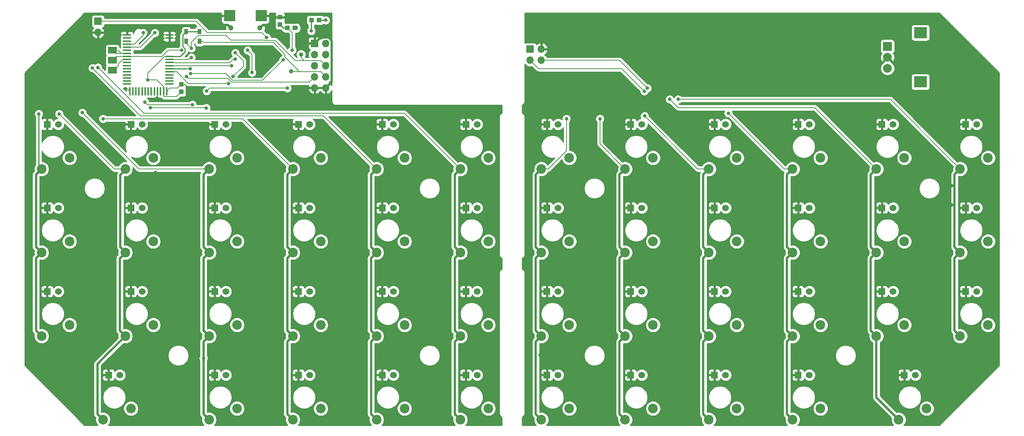
<source format=gbr>
%TF.GenerationSoftware,KiCad,Pcbnew,5.1.10*%
%TF.CreationDate,2021-05-01T11:53:20+02:00*%
%TF.ProjectId,splitboard,73706c69-7462-46f6-9172-642e6b696361,rev?*%
%TF.SameCoordinates,Original*%
%TF.FileFunction,Copper,L2,Bot*%
%TF.FilePolarity,Positive*%
%FSLAX46Y46*%
G04 Gerber Fmt 4.6, Leading zero omitted, Abs format (unit mm)*
G04 Created by KiCad (PCBNEW 5.1.10) date 2021-05-01 11:53:20*
%MOMM*%
%LPD*%
G01*
G04 APERTURE LIST*
%TA.AperFunction,ComponentPad*%
%ADD10C,2.200000*%
%TD*%
%TA.AperFunction,ComponentPad*%
%ADD11R,1.524000X1.524000*%
%TD*%
%TA.AperFunction,ComponentPad*%
%ADD12C,1.524000*%
%TD*%
%TA.AperFunction,SMDPad,CuDef*%
%ADD13C,1.000000*%
%TD*%
%TA.AperFunction,ComponentPad*%
%ADD14R,2.000000X2.000000*%
%TD*%
%TA.AperFunction,ComponentPad*%
%ADD15C,2.000000*%
%TD*%
%TA.AperFunction,ComponentPad*%
%ADD16R,3.000000X2.500000*%
%TD*%
%TA.AperFunction,ComponentPad*%
%ADD17O,1.700000X1.700000*%
%TD*%
%TA.AperFunction,ComponentPad*%
%ADD18R,1.700000X1.700000*%
%TD*%
%TA.AperFunction,SMDPad,CuDef*%
%ADD19R,1.850000X0.450000*%
%TD*%
%TA.AperFunction,SMDPad,CuDef*%
%ADD20R,0.450000X1.850000*%
%TD*%
%TA.AperFunction,ComponentPad*%
%ADD21C,1.200000*%
%TD*%
%TA.AperFunction,ComponentPad*%
%ADD22R,2.500000X2.500000*%
%TD*%
%TA.AperFunction,SMDPad,CuDef*%
%ADD23R,0.900000X1.200000*%
%TD*%
%TA.AperFunction,SMDPad,CuDef*%
%ADD24R,2.000000X1.500000*%
%TD*%
%TA.AperFunction,SMDPad,CuDef*%
%ADD25R,1.000000X1.100000*%
%TD*%
%TA.AperFunction,SMDPad,CuDef*%
%ADD26R,1.100000X1.000000*%
%TD*%
%TA.AperFunction,ViaPad*%
%ADD27C,0.800000*%
%TD*%
%TA.AperFunction,Conductor*%
%ADD28C,0.200000*%
%TD*%
%TA.AperFunction,Conductor*%
%ADD29C,0.500000*%
%TD*%
%TA.AperFunction,Conductor*%
%ADD30C,0.250000*%
%TD*%
%TA.AperFunction,Conductor*%
%ADD31C,0.254000*%
%TD*%
%TA.AperFunction,Conductor*%
%ADD32C,0.100000*%
%TD*%
G04 APERTURE END LIST*
D10*
%TO.P,SW40,1*%
%TO.N,Net-(SW37-Pad1)*%
X191770000Y-153035000D03*
%TO.P,SW40,2*%
%TO.N,Net-(SW28-Pad2)*%
X198120000Y-150495000D03*
D11*
%TO.P,SW40,3*%
%TO.N,gnd1*%
X193040000Y-142875000D03*
D12*
%TO.P,SW40,4*%
%TO.N,Net-(R40-Pad1)*%
X195580000Y-142875000D03*
%TD*%
D10*
%TO.P,SW44,1*%
%TO.N,Net-(SW41-Pad1)*%
X215900000Y-153035000D03*
%TO.P,SW44,2*%
%TO.N,Net-(SW28-Pad2)*%
X222250000Y-150495000D03*
D11*
%TO.P,SW44,3*%
%TO.N,gnd1*%
X217170000Y-142875000D03*
D12*
%TO.P,SW44,4*%
%TO.N,Net-(R44-Pad1)*%
X219710000Y-142875000D03*
%TD*%
D10*
%TO.P,SW5,1*%
%TO.N,Net-(SW5-Pad1)*%
X40005000Y-95885000D03*
%TO.P,SW5,2*%
%TO.N,Net-(SW1-Pad2)*%
X46355000Y-93345000D03*
D11*
%TO.P,SW5,3*%
%TO.N,GND*%
X41275000Y-85725000D03*
D12*
%TO.P,SW5,4*%
%TO.N,Net-(R5-Pad1)*%
X43815000Y-85725000D03*
%TD*%
D10*
%TO.P,SW1,1*%
%TO.N,Net-(SW1-Pad1)*%
X20955000Y-95885000D03*
%TO.P,SW1,2*%
%TO.N,Net-(SW1-Pad2)*%
X27305000Y-93345000D03*
D11*
%TO.P,SW1,3*%
%TO.N,GND*%
X22225000Y-85725000D03*
D12*
%TO.P,SW1,4*%
%TO.N,Net-(R1-Pad1)*%
X24765000Y-85725000D03*
%TD*%
D10*
%TO.P,SW22,1*%
%TO.N,Net-(SW21-Pad1)*%
X116205000Y-114935000D03*
%TO.P,SW22,2*%
%TO.N,Net-(SW10-Pad2)*%
X122555000Y-112395000D03*
D11*
%TO.P,SW22,3*%
%TO.N,GND*%
X117475000Y-104775000D03*
D12*
%TO.P,SW22,4*%
%TO.N,Net-(R22-Pad1)*%
X120015000Y-104775000D03*
%TD*%
D10*
%TO.P,SW3,1*%
%TO.N,Net-(SW1-Pad1)*%
X20955000Y-133985000D03*
%TO.P,SW3,2*%
%TO.N,Net-(SW11-Pad2)*%
X27305000Y-131445000D03*
D11*
%TO.P,SW3,3*%
%TO.N,GND*%
X22225000Y-123825000D03*
D12*
%TO.P,SW3,4*%
%TO.N,Net-(R3-Pad1)*%
X24765000Y-123825000D03*
%TD*%
D10*
%TO.P,SW24,1*%
%TO.N,Net-(SW21-Pad1)*%
X116205000Y-153035000D03*
%TO.P,SW24,2*%
%TO.N,Net-(SW12-Pad2)*%
X122555000Y-150495000D03*
D11*
%TO.P,SW24,3*%
%TO.N,GND*%
X117475000Y-142875000D03*
D12*
%TO.P,SW24,4*%
%TO.N,Net-(R24-Pad1)*%
X120015000Y-142875000D03*
%TD*%
D10*
%TO.P,SW19,1*%
%TO.N,Net-(SW17-Pad1)*%
X97155000Y-133985000D03*
%TO.P,SW19,2*%
%TO.N,Net-(SW11-Pad2)*%
X103505000Y-131445000D03*
D11*
%TO.P,SW19,3*%
%TO.N,GND*%
X98425000Y-123825000D03*
D12*
%TO.P,SW19,4*%
%TO.N,Net-(R19-Pad1)*%
X100965000Y-123825000D03*
%TD*%
D10*
%TO.P,SW15,1*%
%TO.N,Net-(SW13-Pad1)*%
X78105000Y-133985000D03*
%TO.P,SW15,2*%
%TO.N,Net-(SW11-Pad2)*%
X84455000Y-131445000D03*
D11*
%TO.P,SW15,3*%
%TO.N,GND*%
X79375000Y-123825000D03*
D12*
%TO.P,SW15,4*%
%TO.N,Net-(R15-Pad1)*%
X81915000Y-123825000D03*
%TD*%
D10*
%TO.P,SW47,1*%
%TO.N,Net-(SW45-Pad1)*%
X229870000Y-133985000D03*
%TO.P,SW47,2*%
%TO.N,Net-(SW27-Pad2)*%
X236220000Y-131445000D03*
D11*
%TO.P,SW47,3*%
%TO.N,gnd1*%
X231140000Y-123825000D03*
D12*
%TO.P,SW47,4*%
%TO.N,Net-(R47-Pad1)*%
X233680000Y-123825000D03*
%TD*%
D10*
%TO.P,SW46,1*%
%TO.N,Net-(SW45-Pad1)*%
X229870000Y-114935000D03*
%TO.P,SW46,2*%
%TO.N,Net-(SW26-Pad2)*%
X236220000Y-112395000D03*
D11*
%TO.P,SW46,3*%
%TO.N,gnd1*%
X231140000Y-104775000D03*
D12*
%TO.P,SW46,4*%
%TO.N,Net-(R46-Pad1)*%
X233680000Y-104775000D03*
%TD*%
D10*
%TO.P,SW45,1*%
%TO.N,Net-(SW45-Pad1)*%
X229870000Y-95885000D03*
%TO.P,SW45,2*%
%TO.N,Net-(SW25-Pad2)*%
X236220000Y-93345000D03*
D11*
%TO.P,SW45,3*%
%TO.N,gnd1*%
X231140000Y-85725000D03*
D12*
%TO.P,SW45,4*%
%TO.N,Net-(R45-Pad1)*%
X233680000Y-85725000D03*
%TD*%
D10*
%TO.P,SW43,1*%
%TO.N,Net-(SW41-Pad1)*%
X210820000Y-133985000D03*
%TO.P,SW43,2*%
%TO.N,Net-(SW27-Pad2)*%
X217170000Y-131445000D03*
D11*
%TO.P,SW43,3*%
%TO.N,gnd1*%
X212090000Y-123825000D03*
D12*
%TO.P,SW43,4*%
%TO.N,Net-(R43-Pad1)*%
X214630000Y-123825000D03*
%TD*%
D10*
%TO.P,SW42,1*%
%TO.N,Net-(SW41-Pad1)*%
X210820000Y-114935000D03*
%TO.P,SW42,2*%
%TO.N,Net-(SW26-Pad2)*%
X217170000Y-112395000D03*
D11*
%TO.P,SW42,3*%
%TO.N,gnd1*%
X212090000Y-104775000D03*
D12*
%TO.P,SW42,4*%
%TO.N,Net-(R42-Pad1)*%
X214630000Y-104775000D03*
%TD*%
D10*
%TO.P,SW41,1*%
%TO.N,Net-(SW41-Pad1)*%
X210820000Y-95885000D03*
%TO.P,SW41,2*%
%TO.N,Net-(SW25-Pad2)*%
X217170000Y-93345000D03*
D11*
%TO.P,SW41,3*%
%TO.N,gnd1*%
X212090000Y-85725000D03*
D12*
%TO.P,SW41,4*%
%TO.N,Net-(R41-Pad1)*%
X214630000Y-85725000D03*
%TD*%
D10*
%TO.P,SW39,1*%
%TO.N,Net-(SW37-Pad1)*%
X191770000Y-133985000D03*
%TO.P,SW39,2*%
%TO.N,Net-(SW27-Pad2)*%
X198120000Y-131445000D03*
D11*
%TO.P,SW39,3*%
%TO.N,gnd1*%
X193040000Y-123825000D03*
D12*
%TO.P,SW39,4*%
%TO.N,Net-(R39-Pad1)*%
X195580000Y-123825000D03*
%TD*%
D10*
%TO.P,SW38,1*%
%TO.N,Net-(SW37-Pad1)*%
X191770000Y-114935000D03*
%TO.P,SW38,2*%
%TO.N,Net-(SW26-Pad2)*%
X198120000Y-112395000D03*
D11*
%TO.P,SW38,3*%
%TO.N,gnd1*%
X193040000Y-104775000D03*
D12*
%TO.P,SW38,4*%
%TO.N,Net-(R38-Pad1)*%
X195580000Y-104775000D03*
%TD*%
D10*
%TO.P,SW37,1*%
%TO.N,Net-(SW37-Pad1)*%
X191770000Y-95885000D03*
%TO.P,SW37,2*%
%TO.N,Net-(SW25-Pad2)*%
X198120000Y-93345000D03*
D11*
%TO.P,SW37,3*%
%TO.N,gnd1*%
X193040000Y-85725000D03*
D12*
%TO.P,SW37,4*%
%TO.N,Net-(R37-Pad1)*%
X195580000Y-85725000D03*
%TD*%
D10*
%TO.P,SW36,1*%
%TO.N,Net-(SW33-Pad1)*%
X172720000Y-153035000D03*
%TO.P,SW36,2*%
%TO.N,Net-(SW28-Pad2)*%
X179070000Y-150495000D03*
D11*
%TO.P,SW36,3*%
%TO.N,gnd1*%
X173990000Y-142875000D03*
D12*
%TO.P,SW36,4*%
%TO.N,Net-(R36-Pad1)*%
X176530000Y-142875000D03*
%TD*%
D10*
%TO.P,SW35,1*%
%TO.N,Net-(SW33-Pad1)*%
X172720000Y-133985000D03*
%TO.P,SW35,2*%
%TO.N,Net-(SW27-Pad2)*%
X179070000Y-131445000D03*
D11*
%TO.P,SW35,3*%
%TO.N,gnd1*%
X173990000Y-123825000D03*
D12*
%TO.P,SW35,4*%
%TO.N,Net-(R35-Pad1)*%
X176530000Y-123825000D03*
%TD*%
D10*
%TO.P,SW34,1*%
%TO.N,Net-(SW33-Pad1)*%
X172720000Y-114935000D03*
%TO.P,SW34,2*%
%TO.N,Net-(SW26-Pad2)*%
X179070000Y-112395000D03*
D11*
%TO.P,SW34,3*%
%TO.N,gnd1*%
X173990000Y-104775000D03*
D12*
%TO.P,SW34,4*%
%TO.N,Net-(R34-Pad1)*%
X176530000Y-104775000D03*
%TD*%
D10*
%TO.P,SW33,1*%
%TO.N,Net-(SW33-Pad1)*%
X172720000Y-95885000D03*
%TO.P,SW33,2*%
%TO.N,Net-(SW25-Pad2)*%
X179070000Y-93345000D03*
D11*
%TO.P,SW33,3*%
%TO.N,gnd1*%
X173990000Y-85725000D03*
D12*
%TO.P,SW33,4*%
%TO.N,Net-(R33-Pad1)*%
X176530000Y-85725000D03*
%TD*%
D10*
%TO.P,SW32,1*%
%TO.N,Net-(SW29-Pad1)*%
X153670000Y-153035000D03*
%TO.P,SW32,2*%
%TO.N,Net-(SW28-Pad2)*%
X160020000Y-150495000D03*
D11*
%TO.P,SW32,3*%
%TO.N,gnd1*%
X154940000Y-142875000D03*
D12*
%TO.P,SW32,4*%
%TO.N,Net-(R32-Pad1)*%
X157480000Y-142875000D03*
%TD*%
D10*
%TO.P,SW31,1*%
%TO.N,Net-(SW29-Pad1)*%
X153670000Y-133985000D03*
%TO.P,SW31,2*%
%TO.N,Net-(SW27-Pad2)*%
X160020000Y-131445000D03*
D11*
%TO.P,SW31,3*%
%TO.N,gnd1*%
X154940000Y-123825000D03*
D12*
%TO.P,SW31,4*%
%TO.N,Net-(R31-Pad1)*%
X157480000Y-123825000D03*
%TD*%
D10*
%TO.P,SW30,1*%
%TO.N,Net-(SW29-Pad1)*%
X153670000Y-114935000D03*
%TO.P,SW30,2*%
%TO.N,Net-(SW26-Pad2)*%
X160020000Y-112395000D03*
D11*
%TO.P,SW30,3*%
%TO.N,gnd1*%
X154940000Y-104775000D03*
D12*
%TO.P,SW30,4*%
%TO.N,Net-(R30-Pad1)*%
X157480000Y-104775000D03*
%TD*%
D10*
%TO.P,SW29,1*%
%TO.N,Net-(SW29-Pad1)*%
X153670000Y-95885000D03*
%TO.P,SW29,2*%
%TO.N,Net-(SW25-Pad2)*%
X160020000Y-93345000D03*
D11*
%TO.P,SW29,3*%
%TO.N,gnd1*%
X154940000Y-85725000D03*
D12*
%TO.P,SW29,4*%
%TO.N,Net-(R29-Pad1)*%
X157480000Y-85725000D03*
%TD*%
D10*
%TO.P,SW28,1*%
%TO.N,Net-(SW25-Pad1)*%
X134620000Y-153035000D03*
%TO.P,SW28,2*%
%TO.N,Net-(SW28-Pad2)*%
X140970000Y-150495000D03*
D11*
%TO.P,SW28,3*%
%TO.N,gnd1*%
X135890000Y-142875000D03*
D12*
%TO.P,SW28,4*%
%TO.N,Net-(R28-Pad1)*%
X138430000Y-142875000D03*
%TD*%
D10*
%TO.P,SW27,1*%
%TO.N,Net-(SW25-Pad1)*%
X134620000Y-133985000D03*
%TO.P,SW27,2*%
%TO.N,Net-(SW27-Pad2)*%
X140970000Y-131445000D03*
D11*
%TO.P,SW27,3*%
%TO.N,gnd1*%
X135890000Y-123825000D03*
D12*
%TO.P,SW27,4*%
%TO.N,Net-(R27-Pad1)*%
X138430000Y-123825000D03*
%TD*%
D10*
%TO.P,SW26,1*%
%TO.N,Net-(SW25-Pad1)*%
X134620000Y-114935000D03*
%TO.P,SW26,2*%
%TO.N,Net-(SW26-Pad2)*%
X140970000Y-112395000D03*
D11*
%TO.P,SW26,3*%
%TO.N,gnd1*%
X135890000Y-104775000D03*
D12*
%TO.P,SW26,4*%
%TO.N,Net-(R26-Pad1)*%
X138430000Y-104775000D03*
%TD*%
D10*
%TO.P,SW25,1*%
%TO.N,Net-(SW25-Pad1)*%
X134620000Y-95885000D03*
%TO.P,SW25,2*%
%TO.N,Net-(SW25-Pad2)*%
X140970000Y-93345000D03*
D11*
%TO.P,SW25,3*%
%TO.N,gnd1*%
X135890000Y-85725000D03*
D12*
%TO.P,SW25,4*%
%TO.N,Net-(R25-Pad1)*%
X138430000Y-85725000D03*
%TD*%
D10*
%TO.P,SW23,1*%
%TO.N,Net-(SW21-Pad1)*%
X116205000Y-133985000D03*
%TO.P,SW23,2*%
%TO.N,Net-(SW11-Pad2)*%
X122555000Y-131445000D03*
D11*
%TO.P,SW23,3*%
%TO.N,GND*%
X117475000Y-123825000D03*
D12*
%TO.P,SW23,4*%
%TO.N,Net-(R23-Pad1)*%
X120015000Y-123825000D03*
%TD*%
D10*
%TO.P,SW21,1*%
%TO.N,Net-(SW21-Pad1)*%
X116205000Y-95885000D03*
%TO.P,SW21,2*%
%TO.N,Net-(SW1-Pad2)*%
X122555000Y-93345000D03*
D11*
%TO.P,SW21,3*%
%TO.N,GND*%
X117475000Y-85725000D03*
D12*
%TO.P,SW21,4*%
%TO.N,Net-(R21-Pad1)*%
X120015000Y-85725000D03*
%TD*%
D10*
%TO.P,SW20,1*%
%TO.N,Net-(SW17-Pad1)*%
X97155000Y-153035000D03*
%TO.P,SW20,2*%
%TO.N,Net-(SW12-Pad2)*%
X103505000Y-150495000D03*
D11*
%TO.P,SW20,3*%
%TO.N,GND*%
X98425000Y-142875000D03*
D12*
%TO.P,SW20,4*%
%TO.N,Net-(R20-Pad1)*%
X100965000Y-142875000D03*
%TD*%
D10*
%TO.P,SW18,1*%
%TO.N,Net-(SW17-Pad1)*%
X97155000Y-114935000D03*
%TO.P,SW18,2*%
%TO.N,Net-(SW10-Pad2)*%
X103505000Y-112395000D03*
D11*
%TO.P,SW18,3*%
%TO.N,GND*%
X98425000Y-104775000D03*
D12*
%TO.P,SW18,4*%
%TO.N,Net-(R18-Pad1)*%
X100965000Y-104775000D03*
%TD*%
D10*
%TO.P,SW17,1*%
%TO.N,Net-(SW17-Pad1)*%
X97155000Y-95885000D03*
%TO.P,SW17,2*%
%TO.N,Net-(SW1-Pad2)*%
X103505000Y-93345000D03*
D11*
%TO.P,SW17,3*%
%TO.N,GND*%
X98425000Y-85725000D03*
D12*
%TO.P,SW17,4*%
%TO.N,Net-(R17-Pad1)*%
X100965000Y-85725000D03*
%TD*%
D10*
%TO.P,SW16,1*%
%TO.N,Net-(SW13-Pad1)*%
X78105000Y-153035000D03*
%TO.P,SW16,2*%
%TO.N,Net-(SW12-Pad2)*%
X84455000Y-150495000D03*
D11*
%TO.P,SW16,3*%
%TO.N,GND*%
X79375000Y-142875000D03*
D12*
%TO.P,SW16,4*%
%TO.N,Net-(R16-Pad1)*%
X81915000Y-142875000D03*
%TD*%
D10*
%TO.P,SW14,1*%
%TO.N,Net-(SW13-Pad1)*%
X78105000Y-114935000D03*
%TO.P,SW14,2*%
%TO.N,Net-(SW10-Pad2)*%
X84455000Y-112395000D03*
D11*
%TO.P,SW14,3*%
%TO.N,GND*%
X79375000Y-104775000D03*
D12*
%TO.P,SW14,4*%
%TO.N,Net-(R14-Pad1)*%
X81915000Y-104775000D03*
%TD*%
D10*
%TO.P,SW13,1*%
%TO.N,Net-(SW13-Pad1)*%
X78105000Y-95885000D03*
%TO.P,SW13,2*%
%TO.N,Net-(SW1-Pad2)*%
X84455000Y-93345000D03*
D11*
%TO.P,SW13,3*%
%TO.N,GND*%
X79375000Y-85725000D03*
D12*
%TO.P,SW13,4*%
%TO.N,Net-(R13-Pad1)*%
X81915000Y-85725000D03*
%TD*%
D10*
%TO.P,SW12,1*%
%TO.N,Net-(SW10-Pad1)*%
X59055000Y-153035000D03*
%TO.P,SW12,2*%
%TO.N,Net-(SW12-Pad2)*%
X65405000Y-150495000D03*
D11*
%TO.P,SW12,3*%
%TO.N,GND*%
X60325000Y-142875000D03*
D12*
%TO.P,SW12,4*%
%TO.N,Net-(R12-Pad1)*%
X62865000Y-142875000D03*
%TD*%
D10*
%TO.P,SW11,1*%
%TO.N,Net-(SW10-Pad1)*%
X59055000Y-133985000D03*
%TO.P,SW11,2*%
%TO.N,Net-(SW11-Pad2)*%
X65405000Y-131445000D03*
D11*
%TO.P,SW11,3*%
%TO.N,GND*%
X60325000Y-123825000D03*
D12*
%TO.P,SW11,4*%
%TO.N,Net-(R11-Pad1)*%
X62865000Y-123825000D03*
%TD*%
D10*
%TO.P,SW10,1*%
%TO.N,Net-(SW10-Pad1)*%
X59055000Y-114935000D03*
%TO.P,SW10,2*%
%TO.N,Net-(SW10-Pad2)*%
X65405000Y-112395000D03*
D11*
%TO.P,SW10,3*%
%TO.N,GND*%
X60325000Y-104775000D03*
D12*
%TO.P,SW10,4*%
%TO.N,Net-(R10-Pad1)*%
X62865000Y-104775000D03*
%TD*%
D10*
%TO.P,SW9,1*%
%TO.N,Net-(SW10-Pad1)*%
X59055000Y-95885000D03*
%TO.P,SW9,2*%
%TO.N,Net-(SW1-Pad2)*%
X65405000Y-93345000D03*
D11*
%TO.P,SW9,3*%
%TO.N,GND*%
X60325000Y-85725000D03*
D12*
%TO.P,SW9,4*%
%TO.N,Net-(R9-Pad1)*%
X62865000Y-85725000D03*
%TD*%
D10*
%TO.P,SW8,1*%
%TO.N,Net-(SW5-Pad1)*%
X34925000Y-153035000D03*
%TO.P,SW8,2*%
%TO.N,Net-(SW12-Pad2)*%
X41275000Y-150495000D03*
D11*
%TO.P,SW8,3*%
%TO.N,GND*%
X36195000Y-142875000D03*
D12*
%TO.P,SW8,4*%
%TO.N,Net-(R8-Pad1)*%
X38735000Y-142875000D03*
%TD*%
D10*
%TO.P,SW7,1*%
%TO.N,Net-(SW5-Pad1)*%
X40005000Y-133985000D03*
%TO.P,SW7,2*%
%TO.N,Net-(SW11-Pad2)*%
X46355000Y-131445000D03*
D11*
%TO.P,SW7,3*%
%TO.N,GND*%
X41275000Y-123825000D03*
D12*
%TO.P,SW7,4*%
%TO.N,Net-(R7-Pad1)*%
X43815000Y-123825000D03*
%TD*%
D10*
%TO.P,SW6,1*%
%TO.N,Net-(SW5-Pad1)*%
X40005000Y-114935000D03*
%TO.P,SW6,2*%
%TO.N,Net-(SW10-Pad2)*%
X46355000Y-112395000D03*
D11*
%TO.P,SW6,3*%
%TO.N,GND*%
X41275000Y-104775000D03*
D12*
%TO.P,SW6,4*%
%TO.N,Net-(R6-Pad1)*%
X43815000Y-104775000D03*
%TD*%
D10*
%TO.P,SW2,1*%
%TO.N,Net-(SW1-Pad1)*%
X20955000Y-114935000D03*
%TO.P,SW2,2*%
%TO.N,Net-(SW10-Pad2)*%
X27305000Y-112395000D03*
D11*
%TO.P,SW2,3*%
%TO.N,GND*%
X22225000Y-104775000D03*
D12*
%TO.P,SW2,4*%
%TO.N,Net-(R2-Pad1)*%
X24765000Y-104775000D03*
%TD*%
D13*
%TO.P,TP2,1*%
%TO.N,sda*%
X79959200Y-69799200D03*
%TD*%
%TO.P,TP1,1*%
%TO.N,scl*%
X77724000Y-73660000D03*
%TD*%
D14*
%TO.P,SW50,A*%
%TO.N,Net-(R48-Pad2)*%
X213360000Y-67945000D03*
D15*
%TO.P,SW50,C*%
%TO.N,gnd1*%
X213360000Y-70445000D03*
%TO.P,SW50,B*%
%TO.N,Net-(R49-Pad2)*%
X213360000Y-72945000D03*
D16*
%TO.P,SW50,MP*%
%TO.N,N/C*%
X220860000Y-64845000D03*
X220860000Y-76045000D03*
%TD*%
D17*
%TO.P,J3,2*%
%TO.N,GND*%
X33782000Y-64770000D03*
D18*
%TO.P,J3,1*%
%TO.N,Net-(J3-Pad1)*%
X33782000Y-62230000D03*
%TD*%
D17*
%TO.P,J2,4*%
%TO.N,sda1*%
X134620000Y-71120000D03*
%TO.P,J2,3*%
%TO.N,scl1*%
X132080000Y-71120000D03*
%TO.P,J2,2*%
%TO.N,gnd1*%
X134620000Y-68580000D03*
D18*
%TO.P,J2,1*%
%TO.N,vcc1*%
X132080000Y-68580000D03*
%TD*%
D19*
%TO.P,U5,42*%
%TO.N,GND*%
X40387000Y-65342000D03*
%TO.P,U5,41*%
%TO.N,DEC2*%
X40387000Y-66042000D03*
%TO.P,U5,40*%
%TO.N,Net-(U5-Pad40)*%
X40387000Y-66742000D03*
%TO.P,U5,39*%
%TO.N,/CONNECTED*%
X40387000Y-67442000D03*
%TO.P,U5,38*%
%TO.N,/MODE*%
X40387000Y-68142000D03*
%TO.P,U5,37*%
%TO.N,Net-(U5-Pad37)*%
X40387000Y-68842000D03*
%TO.P,U5,36*%
%TO.N,/SWCLK*%
X40387000Y-69542000D03*
%TO.P,U5,35*%
%TO.N,/4_SWDIO/RST*%
X40387000Y-70242000D03*
%TO.P,U5,34*%
%TO.N,/FCTRYRST*%
X40387000Y-70942000D03*
%TO.P,U5,33*%
%TO.N,Net-(U5-Pad33)*%
X40387000Y-71642000D03*
%TO.P,U5,32*%
%TO.N,Net-(U5-Pad32)*%
X40387000Y-72342000D03*
%TO.P,U5,31*%
%TO.N,Net-(U5-Pad31)*%
X40387000Y-73042000D03*
%TO.P,U5,30*%
%TO.N,Net-(U5-Pad30)*%
X40387000Y-73742000D03*
%TO.P,U5,29*%
%TO.N,Net-(U5-Pad29)*%
X40387000Y-74442000D03*
%TO.P,U5,28*%
%TO.N,Net-(U5-Pad28)*%
X40387000Y-75142000D03*
%TO.P,U5,27*%
%TO.N,Net-(U5-Pad27)*%
X40387000Y-75842000D03*
%TO.P,U5,26*%
%TO.N,Net-(U5-Pad26)*%
X40387000Y-76542000D03*
D20*
%TO.P,U5,25*%
%TO.N,GND*%
X41012000Y-78167000D03*
%TO.P,U5,24*%
%TO.N,Net-(U5-Pad24)*%
X41712000Y-78167000D03*
%TO.P,U5,23*%
%TO.N,Net-(U5-Pad23)*%
X42412000Y-78167000D03*
%TO.P,U5,22*%
%TO.N,Net-(U5-Pad22)*%
X43112000Y-78167000D03*
%TO.P,U5,21*%
%TO.N,Net-(U5-Pad21)*%
X43812000Y-78167000D03*
%TO.P,U5,20*%
%TO.N,Net-(U5-Pad20)*%
X44512000Y-78167000D03*
%TO.P,U5,19*%
%TO.N,Net-(U5-Pad19)*%
X45212000Y-78167000D03*
%TO.P,U5,18*%
%TO.N,Net-(U5-Pad18)*%
X45912000Y-78167000D03*
%TO.P,U5,17*%
%TO.N,Net-(U5-Pad17)*%
X46612000Y-78167000D03*
%TO.P,U5,16*%
%TO.N,GND*%
X47312000Y-78167000D03*
%TO.P,U5,15*%
%TO.N,DCC*%
X48012000Y-78167000D03*
%TO.P,U5,14*%
%TO.N,+3V3*%
X48712000Y-78167000D03*
%TO.P,U5,13*%
%TO.N,GND*%
X49412000Y-78167000D03*
D19*
%TO.P,U5,12*%
%TO.N,Net-(U5-Pad12)*%
X50037000Y-76542000D03*
%TO.P,U5,11*%
%TO.N,Net-(U5-Pad11)*%
X50037000Y-75842000D03*
%TO.P,U5,10*%
%TO.N,Net-(U5-Pad10)*%
X50037000Y-75142000D03*
%TO.P,U5,9*%
%TO.N,Net-(U5-Pad9)*%
X50037000Y-74442000D03*
%TO.P,U5,8*%
%TO.N,/7_BLE_IRQ*%
X50037000Y-73742000D03*
%TO.P,U5,7*%
%TO.N,/8_BLE_CS*%
X50037000Y-73042000D03*
%TO.P,U5,6*%
%TO.N,/MOSI*%
X50037000Y-72342000D03*
%TO.P,U5,5*%
%TO.N,/MISO*%
X50037000Y-71642000D03*
%TO.P,U5,4*%
%TO.N,/SCK*%
X50037000Y-70942000D03*
%TO.P,U5,3*%
%TO.N,+3V3*%
X50037000Y-70242000D03*
%TO.P,U5,2*%
%TO.N,GND*%
X50037000Y-66042000D03*
%TO.P,U5,1*%
X50037000Y-65342000D03*
%TD*%
D21*
%TO.P,X3,SPRT@2*%
%TO.N,GND*%
X64010000Y-63765000D03*
%TO.P,X3,SPRT@1*%
X70610000Y-63765000D03*
D22*
%TO.P,X3,SPRT@3*%
X70910000Y-60965000D03*
%TO.P,X3,SPRT@4*%
X63710000Y-60965000D03*
%TD*%
D18*
%TO.P,J1,1*%
%TO.N,GND*%
X83058000Y-67246500D03*
D17*
%TO.P,J1,2*%
%TO.N,VBAT*%
X85598000Y-67246500D03*
%TO.P,J1,3*%
%TO.N,+3V3*%
X83058000Y-69786500D03*
%TO.P,J1,4*%
X85598000Y-69786500D03*
%TO.P,J1,5*%
%TO.N,/A0*%
X83058000Y-72326500D03*
%TO.P,J1,6*%
%TO.N,sda*%
X85598000Y-72326500D03*
%TO.P,J1,7*%
%TO.N,/5*%
X83058000Y-74866500D03*
%TO.P,J1,8*%
%TO.N,scl*%
X85598000Y-74866500D03*
%TO.P,J1,9*%
%TO.N,GND*%
X83058000Y-77406500D03*
%TO.P,J1,10*%
X85598000Y-77406500D03*
%TD*%
D23*
%TO.P,R55,1*%
%TO.N,scl*%
X56845200Y-66784400D03*
%TO.P,R55,2*%
%TO.N,+3V3*%
X56845200Y-64584400D03*
%TD*%
%TO.P,R54,1*%
%TO.N,+3V3*%
X53848000Y-64584400D03*
%TO.P,R54,2*%
%TO.N,sda*%
X53848000Y-66784400D03*
%TD*%
D24*
%TO.P,TP103,P$1*%
%TO.N,/FCTRYRST*%
X37084000Y-73406000D03*
%TD*%
%TO.P,TP102,P$1*%
%TO.N,/4_SWDIO/RST*%
X37084000Y-71120000D03*
%TD*%
%TO.P,TP101,P$1*%
%TO.N,/SWCLK*%
X37084000Y-68834000D03*
%TD*%
D25*
%TO.P,R106,2*%
%TO.N,GND*%
X75184000Y-61292000D03*
%TO.P,R106,1*%
%TO.N,/9*%
X75184000Y-62992000D03*
%TD*%
D26*
%TO.P,R103,2*%
%TO.N,/9*%
X76874000Y-63754000D03*
%TO.P,R103,1*%
%TO.N,VBAT*%
X78574000Y-63754000D03*
%TD*%
%TO.P,R102,2*%
%TO.N,Net-(R102-Pad2)*%
X82374000Y-61976000D03*
%TO.P,R102,1*%
%TO.N,Net-(CHG1-PadC)*%
X84074000Y-61976000D03*
%TD*%
D25*
%TO.P,C4,2*%
%TO.N,GND*%
X52705000Y-76620000D03*
%TO.P,C4,1*%
%TO.N,+3V3*%
X52705000Y-78320000D03*
%TD*%
D27*
%TO.N,scl*%
X56845200Y-66784400D03*
X45720000Y-81915000D03*
X58420000Y-81980010D03*
%TO.N,sda*%
X55016400Y-68376800D03*
X44449958Y-80645000D03*
X55245000Y-81214990D03*
%TO.N,GND*%
X77978000Y-61468000D03*
X80264000Y-64516000D03*
X79629000Y-67310000D03*
X48895000Y-60960000D03*
X73609200Y-70459600D03*
X62025000Y-78740018D03*
X57365018Y-78739982D03*
X56007000Y-69342000D03*
X54483000Y-60833000D03*
X34544000Y-79248000D03*
X40005000Y-77597000D03*
X45847000Y-68961000D03*
X39243000Y-60960000D03*
X29591000Y-68453000D03*
X67183000Y-74422000D03*
X71247000Y-70104000D03*
X70866000Y-74041000D03*
X60420000Y-63030000D03*
X37592000Y-85471000D03*
X33020000Y-82423000D03*
X22479000Y-82550000D03*
X53975000Y-85979000D03*
X57404000Y-85852000D03*
X72644000Y-85344000D03*
X76708000Y-85217000D03*
X91567000Y-85598000D03*
X95123000Y-85598000D03*
X25273000Y-96520000D03*
X24892000Y-101219000D03*
X31115000Y-95885000D03*
X43053000Y-99060000D03*
X46863000Y-96647000D03*
X47244000Y-101219000D03*
X52705000Y-97155000D03*
X52705000Y-101346000D03*
X56134000Y-99314000D03*
X62865000Y-99568000D03*
X65913000Y-96647000D03*
X65913000Y-101219000D03*
X72517000Y-96647000D03*
X72644000Y-101346000D03*
X74930000Y-98933000D03*
X82423000Y-99314000D03*
X85979000Y-96139000D03*
X85979000Y-101473000D03*
X92456000Y-101219000D03*
X92202000Y-96139000D03*
X94234000Y-99314000D03*
X99949000Y-99441000D03*
X102870000Y-96520000D03*
X103124000Y-101473000D03*
X118872000Y-99441000D03*
X119634000Y-99441000D03*
X120396000Y-99441000D03*
X120396000Y-98679000D03*
X119634000Y-98044000D03*
X22479000Y-118364000D03*
X24892000Y-114935000D03*
X24892000Y-120396000D03*
X32258000Y-114935000D03*
X32385000Y-120396000D03*
X35433000Y-117475000D03*
X28702000Y-117602000D03*
X42799000Y-118618000D03*
X44831000Y-115443000D03*
X45085000Y-120650000D03*
X52197000Y-115443000D03*
X54356000Y-118364000D03*
X52070000Y-120904000D03*
X48895000Y-117729000D03*
X60960000Y-118999000D03*
X63627000Y-115570000D03*
X63881000Y-120777000D03*
X71882000Y-115697000D03*
X74041000Y-118491000D03*
X71628000Y-120777000D03*
X80518000Y-118745000D03*
X82804000Y-115570000D03*
X83185000Y-120777000D03*
X91313000Y-115443000D03*
X91567000Y-120650000D03*
X93599000Y-117856000D03*
X99949000Y-118745000D03*
X102489000Y-115316000D03*
X102616000Y-120396000D03*
X111633000Y-120396000D03*
X111379000Y-115316000D03*
X113157000Y-118237000D03*
X119761000Y-120015000D03*
X120015000Y-115570000D03*
X24638000Y-135001000D03*
X28702000Y-138303000D03*
X32512000Y-141478000D03*
X35814000Y-134493000D03*
X30734000Y-134493000D03*
X55753000Y-147574000D03*
X45085000Y-147955000D03*
X42672000Y-137160000D03*
X45339000Y-134239000D03*
X45466000Y-139319000D03*
X54610000Y-133985000D03*
X62230000Y-137668000D03*
X65278000Y-134747000D03*
X65786000Y-139954000D03*
X72517000Y-139827000D03*
X72263000Y-134620000D03*
X74295000Y-136779000D03*
X80391000Y-138176000D03*
X82550000Y-135001000D03*
X82677000Y-140589000D03*
X89789000Y-140208000D03*
X89916000Y-134747000D03*
X93726000Y-137541000D03*
X100838000Y-137541000D03*
X103251000Y-134366000D03*
X103378000Y-140081000D03*
X111760000Y-134366000D03*
X119380000Y-134112000D03*
X122555000Y-137414000D03*
X118745000Y-140335000D03*
%TO.N,gnd1*%
X157861000Y-81915000D03*
X137922000Y-67056000D03*
X140589000Y-64516000D03*
X143002000Y-64516000D03*
X145796000Y-64516000D03*
X148844000Y-64516000D03*
X151892000Y-64516000D03*
X155321000Y-64516000D03*
X142748000Y-67056000D03*
X147447000Y-67056000D03*
X152019000Y-67056000D03*
X140462000Y-69342000D03*
X145542000Y-69342000D03*
X150241000Y-69342000D03*
X141351000Y-74676000D03*
X131953000Y-73787000D03*
X131953000Y-76835000D03*
X131826000Y-80899000D03*
X136017000Y-78232000D03*
X135128000Y-75184000D03*
X164211000Y-70358000D03*
X168656000Y-66929000D03*
X176530000Y-66929000D03*
X184404000Y-66802000D03*
X189738000Y-66802000D03*
X189992000Y-70358000D03*
X190119000Y-73406000D03*
X184531000Y-73660000D03*
X176530000Y-73152000D03*
X168656000Y-73279000D03*
X136271000Y-99949000D03*
X139446000Y-96647000D03*
X139573000Y-101854000D03*
X156464000Y-99695000D03*
X158623000Y-96266000D03*
X158877000Y-102235000D03*
X167386000Y-101981000D03*
X167386000Y-96393000D03*
X169418000Y-99187000D03*
X176657000Y-99568000D03*
X178943000Y-96393000D03*
X185547000Y-96393000D03*
X187579000Y-99568000D03*
X184658000Y-102108000D03*
X179451000Y-102108000D03*
X195707000Y-99441000D03*
X198882000Y-96774000D03*
X205105000Y-96774000D03*
X207772000Y-99568000D03*
X205486000Y-101727000D03*
X199009000Y-101600000D03*
X213995000Y-98933000D03*
X216789000Y-96520000D03*
X220345000Y-95250000D03*
X226314000Y-96393000D03*
X227965000Y-99695000D03*
X227965000Y-104140000D03*
X217170000Y-101600000D03*
X233172000Y-96520000D03*
X235458000Y-98933000D03*
X232283000Y-101473000D03*
X185928000Y-84455000D03*
X189611000Y-84455000D03*
X204089000Y-83947000D03*
X209042000Y-83947000D03*
X221107000Y-83439000D03*
X228219000Y-83312000D03*
X172974000Y-70358000D03*
X181610000Y-70358000D03*
X137160000Y-118364000D03*
X139954000Y-115062000D03*
X139954000Y-120396000D03*
X146939000Y-115316000D03*
X147066000Y-120777000D03*
X149606000Y-117983000D03*
X155956000Y-118872000D03*
X158369000Y-115697000D03*
X158369000Y-120396000D03*
X166243000Y-115824000D03*
X168402000Y-119253000D03*
X165608000Y-121031000D03*
X174752000Y-118745000D03*
X177038000Y-115824000D03*
X177038000Y-120777000D03*
X185166000Y-115824000D03*
X185166000Y-121158000D03*
X187833000Y-118237000D03*
X194691000Y-118745000D03*
X197485000Y-115824000D03*
X197485000Y-121031000D03*
X205359000Y-115951000D03*
X205359000Y-121285000D03*
X207137000Y-118364000D03*
X214884000Y-118745000D03*
X216916000Y-115951000D03*
X217043000Y-120777000D03*
X223520000Y-115951000D03*
X223520000Y-120269000D03*
X225552000Y-118110000D03*
X232029000Y-118237000D03*
X234823000Y-115570000D03*
X233934000Y-121031000D03*
X134366000Y-138303000D03*
X138049000Y-134874000D03*
X143510000Y-134620000D03*
X149733000Y-134747000D03*
X139446000Y-139192000D03*
X141097000Y-137033000D03*
X141478000Y-146558000D03*
X155956000Y-138049000D03*
X158750000Y-135128000D03*
X158623000Y-140208000D03*
X164465000Y-135001000D03*
X168783000Y-134747000D03*
X165100000Y-139827000D03*
X169418000Y-139954000D03*
X162306000Y-137668000D03*
X167386000Y-137541000D03*
X175514000Y-137541000D03*
X178816000Y-135001000D03*
X185420000Y-134874000D03*
X188468000Y-137668000D03*
X185293000Y-139700000D03*
X178562000Y-139700000D03*
X193167000Y-137922000D03*
X196088000Y-135255000D03*
X196088000Y-139827000D03*
X213614000Y-138049000D03*
X216535000Y-134493000D03*
X216916000Y-139700000D03*
X223901000Y-134239000D03*
X224155000Y-140208000D03*
X227076000Y-137414000D03*
X233299000Y-134366000D03*
X230632000Y-137160000D03*
X166243000Y-77470000D03*
%TO.N,scl1*%
X158042869Y-78177137D03*
%TO.N,sda1*%
X158749948Y-77470000D03*
%TO.N,Net-(SW1-Pad1)*%
X20320000Y-83337400D03*
%TO.N,Net-(SW10-Pad1)*%
X57785000Y-139065000D03*
X30226000Y-83058000D03*
%TO.N,Net-(SW25-Pad1)*%
X140335000Y-84455000D03*
%TO.N,Net-(SW29-Pad1)*%
X147955000Y-84455000D03*
%TO.N,Net-(SW13-Pad1)*%
X34925000Y-84455008D03*
%TO.N,Net-(SW5-Pad1)*%
X24942800Y-83362800D03*
%TO.N,Net-(SW17-Pad1)*%
X32519998Y-72890012D03*
%TO.N,Net-(SW21-Pad1)*%
X33785852Y-72749095D03*
%TO.N,Net-(SW33-Pad1)*%
X158115000Y-83820000D03*
%TO.N,Net-(SW37-Pad1)*%
X177165000Y-83185000D03*
%TO.N,Net-(SW41-Pad1)*%
X163829996Y-80009996D03*
%TO.N,Net-(SW45-Pad1)*%
X165734990Y-80010000D03*
%TO.N,VBAT*%
X78893902Y-63754000D03*
%TO.N,+3V3*%
X45085000Y-75565000D03*
X56845200Y-64584400D03*
%TO.N,Net-(CHG1-PadC)*%
X85598000Y-61976000D03*
%TO.N,/A0*%
X76835000Y-77470000D03*
X58505743Y-78135002D03*
%TO.N,/5*%
X53949600Y-74828400D03*
%TO.N,/9*%
X54877025Y-74154975D03*
X75895200Y-71018400D03*
X77978000Y-68783200D03*
%TO.N,/8_BLE_CS*%
X54762400Y-73050400D03*
%TO.N,/4_SWDIO/RST*%
X52832004Y-68834000D03*
%TO.N,/MISO*%
X65024000Y-70866000D03*
%TO.N,/MOSI*%
X64135999Y-72340159D03*
%TO.N,/SCK*%
X55016399Y-70459599D03*
%TO.N,Net-(IC1-Pad4)*%
X64535997Y-74852168D03*
X65024000Y-69430000D03*
%TO.N,Net-(IC1-Pad3)*%
X68834000Y-73926002D03*
X67818000Y-68834008D03*
%TO.N,/7_BLE_IRQ*%
X63500000Y-76407766D03*
%TO.N,/MODE*%
X46736000Y-64858000D03*
%TO.N,Net-(R102-Pad2)*%
X82296000Y-64416000D03*
%TO.N,/CONNECTED*%
X44060676Y-64839256D03*
%TO.N,Net-(J3-Pad1)*%
X72143133Y-65903199D03*
%TD*%
D28*
%TO.N,scl*%
X85598000Y-74866500D02*
X84447999Y-73716499D01*
X78487605Y-73716499D02*
X80969501Y-73716499D01*
X78431106Y-73660000D02*
X78487605Y-73716499D01*
X77724000Y-73660000D02*
X78431106Y-73660000D01*
X84447999Y-73716499D02*
X80969501Y-73716499D01*
X45720000Y-81915000D02*
X58354990Y-81915000D01*
X58354990Y-81915000D02*
X58420000Y-81980010D01*
X57495200Y-66784400D02*
X56845200Y-66784400D01*
X57766800Y-67056000D02*
X57495200Y-66784400D01*
X73660000Y-67056000D02*
X57766800Y-67056000D01*
X76301600Y-69697600D02*
X73660000Y-67056000D01*
X76301600Y-70358000D02*
X76301600Y-69697600D01*
X79660099Y-73716499D02*
X76301600Y-70358000D01*
X80969501Y-73716499D02*
X79660099Y-73716499D01*
%TO.N,sda*%
X53848000Y-67208400D02*
X53848000Y-66784400D01*
X55016400Y-68376800D02*
X53848000Y-67208400D01*
X84748001Y-71476501D02*
X85598000Y-72326500D01*
X84447999Y-71176499D02*
X84748001Y-71476501D01*
X80629393Y-71176499D02*
X84447999Y-71176499D01*
X79959200Y-70506306D02*
X80629393Y-71176499D01*
X79959200Y-69799200D02*
X79959200Y-70506306D01*
X45019948Y-81214990D02*
X55245000Y-81214990D01*
X44449958Y-80645000D02*
X45019948Y-81214990D01*
X57595201Y-65424401D02*
X57595201Y-65405000D01*
X78644099Y-71176499D02*
X84447999Y-71176499D01*
X74070801Y-66603201D02*
X78644099Y-71176499D01*
X71751930Y-66548000D02*
X71807131Y-66603201D01*
X55016400Y-68376800D02*
X55016400Y-67023198D01*
X62862099Y-65405000D02*
X64005099Y-66548000D01*
X57595201Y-65405000D02*
X62862099Y-65405000D01*
X57535201Y-65484401D02*
X57595201Y-65424401D01*
X56555197Y-65484401D02*
X57535201Y-65484401D01*
X71807131Y-66603201D02*
X74070801Y-66603201D01*
X55016400Y-67023198D02*
X56555197Y-65484401D01*
X64005099Y-66548000D02*
X71751930Y-66548000D01*
D29*
%TO.N,GND*%
X86447999Y-76556501D02*
X85598000Y-77406500D01*
X86898001Y-76106499D02*
X86447999Y-76556501D01*
X86898001Y-66622499D02*
X86898001Y-76106499D01*
X86222001Y-65946499D02*
X86898001Y-66622499D01*
X84358001Y-65946499D02*
X86222001Y-65946499D01*
X83058000Y-67246500D02*
X84358001Y-65946499D01*
X85598000Y-77406500D02*
X83058000Y-77406500D01*
D28*
X51855001Y-77469999D02*
X52705000Y-76620000D01*
X50109001Y-77469999D02*
X51855001Y-77469999D01*
X49412000Y-78167000D02*
X50109001Y-77469999D01*
X52705000Y-76620000D02*
X53506000Y-76620000D01*
X53506000Y-76620000D02*
X53975000Y-77089000D01*
X53975000Y-77089000D02*
X54229000Y-77343000D01*
X40442000Y-77597000D02*
X41012000Y-78167000D01*
X40005000Y-77597000D02*
X40442000Y-77597000D01*
X47312000Y-79292000D02*
X46990000Y-79614000D01*
X47312000Y-78167000D02*
X47312000Y-79292000D01*
X46990000Y-79614000D02*
X46990000Y-79883000D01*
%TO.N,scl1*%
X132080000Y-71120000D02*
X133985000Y-73025000D01*
X152890732Y-73025000D02*
X158042869Y-78177137D01*
X133985000Y-73025000D02*
X138430000Y-73025000D01*
X138430000Y-73025000D02*
X152890732Y-73025000D01*
%TO.N,sda1*%
X152399948Y-71120000D02*
X158749948Y-77470000D01*
X134620000Y-71120000D02*
X152399948Y-71120000D01*
D29*
%TO.N,Net-(SW1-Pad1)*%
X20955000Y-133985000D02*
X19685000Y-132715000D01*
X19685000Y-132715000D02*
X19685000Y-116205000D01*
X19685000Y-116205000D02*
X20955000Y-114935000D01*
X20955000Y-114935000D02*
X19685000Y-113665000D01*
X19685000Y-113665000D02*
X19685000Y-97155000D01*
X19685000Y-97155000D02*
X20955000Y-95885000D01*
D30*
X20955000Y-95885000D02*
X20320000Y-95250000D01*
X20320000Y-95250000D02*
X20320000Y-83337400D01*
D29*
%TO.N,Net-(SW10-Pad1)*%
X59055000Y-153035000D02*
X57785000Y-151765000D01*
X57785000Y-151765000D02*
X57785000Y-135255000D01*
X57785000Y-135255000D02*
X59055000Y-133985000D01*
X59055000Y-133985000D02*
X57785000Y-132715000D01*
X57785000Y-132715000D02*
X57785000Y-116205000D01*
X57785000Y-116205000D02*
X59055000Y-114935000D01*
X59055000Y-114935000D02*
X57785000Y-113665000D01*
X57785000Y-113665000D02*
X57785000Y-97155000D01*
X57785000Y-97155000D02*
X59055000Y-95885000D01*
D28*
X30226000Y-83058000D02*
X43053000Y-95885000D01*
X43053000Y-95885000D02*
X59055000Y-95885000D01*
D29*
%TO.N,Net-(SW25-Pad1)*%
X134620000Y-153035000D02*
X133350000Y-151765000D01*
X133350000Y-151765000D02*
X133350000Y-135255000D01*
X133350000Y-135255000D02*
X134620000Y-133985000D01*
X134620000Y-133985000D02*
X133350000Y-132715000D01*
X133350000Y-132715000D02*
X133350000Y-116205000D01*
X133350000Y-116205000D02*
X134620000Y-114935000D01*
X134620000Y-114935000D02*
X133350000Y-113665000D01*
X133350000Y-113665000D02*
X133350000Y-97155000D01*
X133350000Y-97155000D02*
X134620000Y-95885000D01*
D28*
X140335000Y-91725634D02*
X140335000Y-84455000D01*
X136175634Y-95885000D02*
X140335000Y-91725634D01*
X134620000Y-95885000D02*
X136175634Y-95885000D01*
D29*
%TO.N,Net-(SW29-Pad1)*%
X153670000Y-153035000D02*
X152400000Y-151765000D01*
X152400000Y-151765000D02*
X152400000Y-135255000D01*
X152400000Y-135255000D02*
X153670000Y-133985000D01*
X153670000Y-133985000D02*
X153035000Y-133985000D01*
X153670000Y-133985000D02*
X152400000Y-132715000D01*
X152400000Y-132715000D02*
X152400000Y-116205000D01*
X152400000Y-116205000D02*
X153670000Y-114935000D01*
X153670000Y-114935000D02*
X152400000Y-113665000D01*
X152400000Y-113665000D02*
X152400000Y-97155000D01*
X152400000Y-97155000D02*
X153670000Y-95885000D01*
D28*
X153670000Y-95885000D02*
X147955000Y-90170000D01*
X147955000Y-90170000D02*
X147955000Y-84455000D01*
D29*
%TO.N,Net-(SW13-Pad1)*%
X78105000Y-153035000D02*
X76835000Y-151765000D01*
X76835000Y-151765000D02*
X76835000Y-135255000D01*
X76835000Y-135255000D02*
X78105000Y-133985000D01*
X78105000Y-133985000D02*
X76835000Y-132715000D01*
X76835000Y-132715000D02*
X76835000Y-116205000D01*
X76835000Y-116205000D02*
X78105000Y-114935000D01*
X78105000Y-114935000D02*
X76835000Y-113665000D01*
X76835000Y-113665000D02*
X76835000Y-97155000D01*
X76835000Y-97155000D02*
X78105000Y-95885000D01*
D28*
X78105000Y-95885000D02*
X66675008Y-84455008D01*
X66675008Y-84455008D02*
X34925000Y-84455008D01*
D29*
%TO.N,Net-(SW5-Pad1)*%
X40005000Y-133985000D02*
X38735000Y-132715000D01*
X38735000Y-132715000D02*
X38735000Y-116205000D01*
X38862000Y-116205000D02*
X40132000Y-114935000D01*
X38735000Y-116205000D02*
X38862000Y-116205000D01*
X40132000Y-114935000D02*
X38862000Y-113665000D01*
X38862000Y-113665000D02*
X38862000Y-97282000D01*
X40005000Y-96139000D02*
X40005000Y-95885000D01*
X38862000Y-97282000D02*
X40005000Y-96139000D01*
D28*
X37465000Y-95885000D02*
X24942800Y-83362800D01*
X40005000Y-95885000D02*
X37465000Y-95885000D01*
D29*
X33655000Y-151765000D02*
X34925000Y-153035000D01*
X33655000Y-140335000D02*
X33655000Y-151765000D01*
X40005000Y-133985000D02*
X35814000Y-138176000D01*
X35814000Y-138176000D02*
X33655000Y-140335000D01*
%TO.N,Net-(SW17-Pad1)*%
X97155000Y-153035000D02*
X95885000Y-151765000D01*
X95885000Y-151765000D02*
X95885000Y-135255000D01*
X95885000Y-135255000D02*
X97155000Y-133985000D01*
X97155000Y-133985000D02*
X95885000Y-132715000D01*
X95885000Y-132715000D02*
X95885000Y-116205000D01*
X95885000Y-116205000D02*
X97155000Y-114935000D01*
X97155000Y-114935000D02*
X95885000Y-113665000D01*
X95885000Y-113665000D02*
X95885000Y-97155000D01*
X95885000Y-97155000D02*
X97155000Y-95885000D01*
D28*
X32919997Y-73290011D02*
X32519998Y-72890012D01*
X43449986Y-83820000D02*
X32919997Y-73290011D01*
X85090000Y-83820000D02*
X43449986Y-83820000D01*
X97155000Y-95885000D02*
X85090000Y-83820000D01*
D29*
%TO.N,Net-(SW21-Pad1)*%
X116205000Y-153035000D02*
X114935000Y-151765000D01*
X114935000Y-151765000D02*
X114935000Y-135255000D01*
X114935000Y-135255000D02*
X116205000Y-133985000D01*
X116205000Y-133985000D02*
X114935000Y-132715000D01*
X114935000Y-132715000D02*
X114935000Y-116205000D01*
X114935000Y-116205000D02*
X116205000Y-114935000D01*
X116205000Y-114935000D02*
X114935000Y-113665000D01*
X114935000Y-113665000D02*
X114935000Y-97155000D01*
X114935000Y-97155000D02*
X116205000Y-95885000D01*
D28*
X34185851Y-73149094D02*
X33785852Y-72749095D01*
X44221757Y-83185000D02*
X34185851Y-73149094D01*
X103505000Y-83185000D02*
X44221757Y-83185000D01*
X116205000Y-95885000D02*
X103505000Y-83185000D01*
D29*
%TO.N,Net-(SW33-Pad1)*%
X172720000Y-153035000D02*
X171450000Y-151765000D01*
X171450000Y-151765000D02*
X171450000Y-135255000D01*
X171450000Y-135255000D02*
X172720000Y-133985000D01*
X172720000Y-133985000D02*
X171450000Y-132715000D01*
X171450000Y-132715000D02*
X171450000Y-116205000D01*
X171450000Y-116205000D02*
X172720000Y-114935000D01*
X172720000Y-114935000D02*
X171450000Y-113665000D01*
X171450000Y-97155000D02*
X172720000Y-95885000D01*
X171450000Y-113665000D02*
X171450000Y-97155000D01*
D28*
X170180000Y-95885000D02*
X158115000Y-83820000D01*
X172720000Y-95885000D02*
X170180000Y-95885000D01*
D29*
%TO.N,Net-(SW37-Pad1)*%
X191770000Y-95885000D02*
X190500000Y-97155000D01*
X190500000Y-97155000D02*
X190500000Y-113665000D01*
X190500000Y-113665000D02*
X191770000Y-114935000D01*
X191770000Y-153035000D02*
X190500000Y-151765000D01*
X190500000Y-151765000D02*
X190500000Y-135255000D01*
X190500000Y-135255000D02*
X191770000Y-133985000D01*
X191770000Y-133985000D02*
X190500000Y-132715000D01*
X190500000Y-132715000D02*
X190500000Y-116205000D01*
X190500000Y-116205000D02*
X191770000Y-114935000D01*
D28*
X189865000Y-95885000D02*
X177165000Y-83185000D01*
X191770000Y-95885000D02*
X189865000Y-95885000D01*
D29*
%TO.N,Net-(SW41-Pad1)*%
X210820000Y-133985000D02*
X209550000Y-132715000D01*
X209550000Y-132715000D02*
X209550000Y-116205000D01*
X209550000Y-116205000D02*
X210820000Y-114935000D01*
X210820000Y-114935000D02*
X209550000Y-113665000D01*
X209550000Y-113665000D02*
X209550000Y-97155000D01*
X209550000Y-97155000D02*
X210820000Y-95885000D01*
X210820000Y-95885000D02*
X210185000Y-95885000D01*
X210820000Y-147955000D02*
X215900000Y-153035000D01*
X210820000Y-133985000D02*
X210820000Y-147955000D01*
D28*
X196850000Y-81915000D02*
X165735000Y-81915000D01*
X165735000Y-81915000D02*
X163829996Y-80009996D01*
X210820000Y-95885000D02*
X196850000Y-81915000D01*
D29*
%TO.N,Net-(SW45-Pad1)*%
X229870000Y-133985000D02*
X228600000Y-132715000D01*
X228600000Y-132715000D02*
X228600000Y-116205000D01*
X228600000Y-116205000D02*
X229870000Y-114935000D01*
X229870000Y-114935000D02*
X228600000Y-113665000D01*
X228600000Y-113665000D02*
X228600000Y-97155000D01*
X228600000Y-97155000D02*
X229870000Y-95885000D01*
D28*
X213995000Y-80010000D02*
X165734990Y-80010000D01*
X229870000Y-95885000D02*
X213995000Y-80010000D01*
D30*
%TO.N,VBAT*%
X78574000Y-63754000D02*
X78893902Y-63754000D01*
D28*
%TO.N,+3V3*%
X45085000Y-74069696D02*
X45085000Y-75565000D01*
X48912696Y-70242000D02*
X45085000Y-74069696D01*
X50037000Y-70242000D02*
X48912696Y-70242000D01*
D30*
X53848000Y-64584400D02*
X56845200Y-64584400D01*
X52497006Y-70242000D02*
X50037000Y-70242000D01*
X53557005Y-69182001D02*
X52497006Y-70242000D01*
X53557005Y-68485999D02*
X53557005Y-69182001D01*
X53072999Y-68001993D02*
X53557005Y-68485999D01*
X53072999Y-65359401D02*
X53072999Y-68001993D01*
X53848000Y-64584400D02*
X53072999Y-65359401D01*
D28*
X48812001Y-79392001D02*
X51632999Y-79392001D01*
X51632999Y-79392001D02*
X52705000Y-78320000D01*
X48712000Y-79292000D02*
X48812001Y-79392001D01*
X48712000Y-78167000D02*
X48712000Y-79292000D01*
X47100002Y-75565000D02*
X45085000Y-75565000D01*
X48712000Y-77176998D02*
X47100002Y-75565000D01*
X48712000Y-78167000D02*
X48712000Y-77176998D01*
D30*
%TO.N,Net-(CHG1-PadC)*%
X85598000Y-61976000D02*
X84074000Y-61976000D01*
D28*
%TO.N,/A0*%
X59170745Y-77470000D02*
X58505743Y-78135002D01*
X76835000Y-77470000D02*
X59170745Y-77470000D01*
%TO.N,/5*%
X82208001Y-75716499D02*
X83058000Y-74866500D01*
X72495523Y-76093511D02*
X81830989Y-76093511D01*
X72472001Y-76069989D02*
X72495523Y-76093511D01*
X71799999Y-76069989D02*
X72472001Y-76069989D01*
X71776477Y-76093511D02*
X71799999Y-76069989D01*
X53949600Y-74828400D02*
X54349599Y-75228399D01*
X63334912Y-75228399D02*
X64200024Y-76093511D01*
X54349599Y-75228399D02*
X63334912Y-75228399D01*
X64200024Y-76093511D02*
X71776477Y-76093511D01*
X81830989Y-76093511D02*
X82208001Y-75716499D01*
D30*
%TO.N,/9*%
X76874000Y-63550000D02*
X76874000Y-63754000D01*
D28*
X76924000Y-63754000D02*
X76874000Y-63754000D01*
X77978000Y-64808000D02*
X76924000Y-63754000D01*
X77978000Y-68783200D02*
X77978000Y-64808000D01*
X54877025Y-74154975D02*
X62848839Y-74154975D01*
X71220100Y-75693500D02*
X75895200Y-71018400D01*
X62848839Y-74154975D02*
X64387364Y-75693500D01*
X64387364Y-75693500D02*
X71220100Y-75693500D01*
D30*
X75946000Y-63754000D02*
X75184000Y-62992000D01*
X76874000Y-63754000D02*
X75946000Y-63754000D01*
D28*
%TO.N,/8_BLE_CS*%
X54762400Y-73050400D02*
X54196715Y-73050400D01*
X54196715Y-73050400D02*
X54188315Y-73042000D01*
D30*
X51212000Y-73042000D02*
X50037000Y-73042000D01*
D28*
X54188315Y-73042000D02*
X53832715Y-73042000D01*
D30*
X53832715Y-73042000D02*
X51212000Y-73042000D01*
D28*
%TO.N,/4_SWDIO/RST*%
X37962000Y-70242000D02*
X37084000Y-71120000D01*
X40387000Y-70242000D02*
X37962000Y-70242000D01*
X49754998Y-68834000D02*
X52832004Y-68834000D01*
X48346998Y-70242000D02*
X49754998Y-68834000D01*
X40387000Y-70242000D02*
X48346998Y-70242000D01*
%TO.N,/MISO*%
X50037000Y-71642000D02*
X51162000Y-71642000D01*
X51187601Y-71667601D02*
X63772555Y-71667601D01*
X63772555Y-71667601D02*
X64574156Y-70866000D01*
X51162000Y-71642000D02*
X51187601Y-71667601D01*
X64574156Y-70866000D02*
X65024000Y-70866000D01*
%TO.N,/MOSI*%
X50037000Y-72342000D02*
X64134158Y-72342000D01*
X64134158Y-72342000D02*
X64135999Y-72340159D01*
%TO.N,/SCK*%
X50062600Y-70967600D02*
X50037000Y-70942000D01*
X54533998Y-70942000D02*
X55016399Y-70459599D01*
X50037000Y-70942000D02*
X54533998Y-70942000D01*
%TO.N,Net-(IC1-Pad4)*%
X66852800Y-72535365D02*
X64535997Y-74852168D01*
X66852800Y-71258800D02*
X66852800Y-72535365D01*
X65024000Y-69430000D02*
X66852800Y-71258800D01*
%TO.N,Net-(IC1-Pad3)*%
X68834000Y-73926002D02*
X68834000Y-69850008D01*
X68834000Y-69850008D02*
X67818000Y-68834008D01*
D30*
%TO.N,/7_BLE_IRQ*%
X51212000Y-73742000D02*
X50037000Y-73742000D01*
D28*
X62607895Y-76407862D02*
X62657138Y-76407862D01*
X62605757Y-76410000D02*
X62607895Y-76407862D01*
X62657138Y-76407862D02*
X63499904Y-76407862D01*
X63499904Y-76407862D02*
X63500000Y-76407766D01*
X54347862Y-76407862D02*
X62657138Y-76407862D01*
X51682000Y-73742000D02*
X54347862Y-76407862D01*
X51212000Y-73742000D02*
X51682000Y-73742000D01*
%TO.N,/MODE*%
X40387000Y-68142000D02*
X43452000Y-68142000D01*
X43452000Y-68142000D02*
X46736000Y-64858000D01*
D30*
%TO.N,Net-(R102-Pad2)*%
X82296000Y-62054000D02*
X82374000Y-61976000D01*
X82296000Y-64416000D02*
X82296000Y-62054000D01*
D28*
%TO.N,/CONNECTED*%
X44060676Y-64953326D02*
X44060676Y-64839256D01*
X40387000Y-67442000D02*
X41572002Y-67442000D01*
X42023617Y-67442000D02*
X41572002Y-67442000D01*
X44060676Y-65404941D02*
X42023617Y-67442000D01*
X44060676Y-64839256D02*
X44060676Y-65404941D01*
%TO.N,/SWCLK*%
X39062000Y-69542000D02*
X38354000Y-68834000D01*
X40387000Y-69542000D02*
X37792000Y-69542000D01*
%TO.N,/FCTRYRST*%
X38384001Y-72355999D02*
X37334000Y-73406000D01*
X38384001Y-71954997D02*
X38384001Y-72355999D01*
X39396998Y-70942000D02*
X38384001Y-71954997D01*
X40387000Y-70942000D02*
X39396998Y-70942000D01*
%TO.N,Net-(J3-Pad1)*%
X33782000Y-62230000D02*
X56080802Y-62230000D01*
X58671321Y-64820519D02*
X71060453Y-64820519D01*
X71060453Y-64820519D02*
X72143133Y-65903199D01*
X56080802Y-62230000D02*
X58671321Y-64820519D01*
%TD*%
D31*
%TO.N,GND*%
X42507746Y-96379193D02*
X42530762Y-96407238D01*
X42642680Y-96499087D01*
X42770367Y-96567337D01*
X42908915Y-96609365D01*
X43016895Y-96620000D01*
X43016904Y-96620000D01*
X43052999Y-96623555D01*
X43089094Y-96620000D01*
X57079189Y-96620000D01*
X57045590Y-96660941D01*
X56963412Y-96814687D01*
X56912805Y-96981510D01*
X56895719Y-97155000D01*
X56900001Y-97198479D01*
X56900000Y-113621531D01*
X56895719Y-113665000D01*
X56900000Y-113708469D01*
X56900000Y-113708476D01*
X56912805Y-113838489D01*
X56963411Y-114005312D01*
X57045589Y-114159058D01*
X57156183Y-114293817D01*
X57189956Y-114321534D01*
X57371854Y-114503432D01*
X57320000Y-114764117D01*
X57320000Y-115105883D01*
X57371854Y-115366568D01*
X57189951Y-115548471D01*
X57156184Y-115576183D01*
X57128471Y-115609951D01*
X57128468Y-115609954D01*
X57045590Y-115710941D01*
X56963412Y-115864687D01*
X56912805Y-116031510D01*
X56895719Y-116205000D01*
X56900001Y-116248479D01*
X56900000Y-132671531D01*
X56895719Y-132715000D01*
X56900000Y-132758469D01*
X56900000Y-132758476D01*
X56912805Y-132888489D01*
X56963411Y-133055312D01*
X57045589Y-133209058D01*
X57156183Y-133343817D01*
X57189956Y-133371534D01*
X57371854Y-133553432D01*
X57320000Y-133814117D01*
X57320000Y-134155883D01*
X57371854Y-134416568D01*
X57189951Y-134598471D01*
X57156184Y-134626183D01*
X57128471Y-134659951D01*
X57128468Y-134659954D01*
X57045590Y-134760941D01*
X56963412Y-134914687D01*
X56912805Y-135081510D01*
X56895719Y-135255000D01*
X56900001Y-135298479D01*
X56900001Y-138526544D01*
X56867795Y-138574744D01*
X56789774Y-138763102D01*
X56750000Y-138963061D01*
X56750000Y-139166939D01*
X56789774Y-139366898D01*
X56867795Y-139555256D01*
X56900001Y-139603455D01*
X56900000Y-151721531D01*
X56895719Y-151765000D01*
X56900000Y-151808469D01*
X56900000Y-151808476D01*
X56912805Y-151938489D01*
X56963411Y-152105312D01*
X57045589Y-152259058D01*
X57156183Y-152393817D01*
X57189956Y-152421534D01*
X57371854Y-152603432D01*
X57320000Y-152864117D01*
X57320000Y-153205883D01*
X57386675Y-153541081D01*
X57517463Y-153856831D01*
X57707337Y-154140998D01*
X57846339Y-154280000D01*
X36133661Y-154280000D01*
X36272663Y-154140998D01*
X36462537Y-153856831D01*
X36593325Y-153541081D01*
X36660000Y-153205883D01*
X36660000Y-152864117D01*
X36593325Y-152528919D01*
X36462537Y-152213169D01*
X36272663Y-151929002D01*
X36030998Y-151687337D01*
X35746831Y-151497463D01*
X35431081Y-151366675D01*
X35095883Y-151300000D01*
X34754117Y-151300000D01*
X34540000Y-151342591D01*
X34540000Y-147695475D01*
X34830000Y-147695475D01*
X34830000Y-148214525D01*
X34931261Y-148723601D01*
X35129893Y-149203141D01*
X35418262Y-149634715D01*
X35785285Y-150001738D01*
X36216859Y-150290107D01*
X36696399Y-150488739D01*
X37205475Y-150590000D01*
X37724525Y-150590000D01*
X38233601Y-150488739D01*
X38631033Y-150324117D01*
X39540000Y-150324117D01*
X39540000Y-150665883D01*
X39606675Y-151001081D01*
X39737463Y-151316831D01*
X39927337Y-151600998D01*
X40169002Y-151842663D01*
X40453169Y-152032537D01*
X40768919Y-152163325D01*
X41104117Y-152230000D01*
X41445883Y-152230000D01*
X41781081Y-152163325D01*
X42096831Y-152032537D01*
X42380998Y-151842663D01*
X42622663Y-151600998D01*
X42812537Y-151316831D01*
X42943325Y-151001081D01*
X43010000Y-150665883D01*
X43010000Y-150324117D01*
X42943325Y-149988919D01*
X42812537Y-149673169D01*
X42622663Y-149389002D01*
X42380998Y-149147337D01*
X42096831Y-148957463D01*
X41781081Y-148826675D01*
X41445883Y-148760000D01*
X41104117Y-148760000D01*
X40768919Y-148826675D01*
X40453169Y-148957463D01*
X40169002Y-149147337D01*
X39927337Y-149389002D01*
X39737463Y-149673169D01*
X39606675Y-149988919D01*
X39540000Y-150324117D01*
X38631033Y-150324117D01*
X38713141Y-150290107D01*
X39144715Y-150001738D01*
X39511738Y-149634715D01*
X39800107Y-149203141D01*
X39998739Y-148723601D01*
X40100000Y-148214525D01*
X40100000Y-147695475D01*
X39998739Y-147186399D01*
X39800107Y-146706859D01*
X39511738Y-146275285D01*
X39144715Y-145908262D01*
X38713141Y-145619893D01*
X38233601Y-145421261D01*
X37724525Y-145320000D01*
X37205475Y-145320000D01*
X36696399Y-145421261D01*
X36216859Y-145619893D01*
X35785285Y-145908262D01*
X35418262Y-146275285D01*
X35129893Y-146706859D01*
X34931261Y-147186399D01*
X34830000Y-147695475D01*
X34540000Y-147695475D01*
X34540000Y-143637000D01*
X34794928Y-143637000D01*
X34807188Y-143761482D01*
X34843498Y-143881180D01*
X34902463Y-143991494D01*
X34981815Y-144088185D01*
X35078506Y-144167537D01*
X35188820Y-144226502D01*
X35308518Y-144262812D01*
X35433000Y-144275072D01*
X35909250Y-144272000D01*
X36068000Y-144113250D01*
X36068000Y-143002000D01*
X34956750Y-143002000D01*
X34798000Y-143160750D01*
X34794928Y-143637000D01*
X34540000Y-143637000D01*
X34540000Y-142113000D01*
X34794928Y-142113000D01*
X34798000Y-142589250D01*
X34956750Y-142748000D01*
X36068000Y-142748000D01*
X36068000Y-141636750D01*
X36322000Y-141636750D01*
X36322000Y-142748000D01*
X36342000Y-142748000D01*
X36342000Y-143002000D01*
X36322000Y-143002000D01*
X36322000Y-144113250D01*
X36480750Y-144272000D01*
X36957000Y-144275072D01*
X37081482Y-144262812D01*
X37201180Y-144226502D01*
X37311494Y-144167537D01*
X37408185Y-144088185D01*
X37487537Y-143991494D01*
X37546502Y-143881180D01*
X37582812Y-143761482D01*
X37591080Y-143677535D01*
X37649880Y-143765535D01*
X37844465Y-143960120D01*
X38073273Y-144113005D01*
X38327510Y-144218314D01*
X38597408Y-144272000D01*
X38872592Y-144272000D01*
X39142490Y-144218314D01*
X39396727Y-144113005D01*
X39625535Y-143960120D01*
X39820120Y-143765535D01*
X39973005Y-143536727D01*
X40078314Y-143282490D01*
X40132000Y-143012592D01*
X40132000Y-142737408D01*
X40078314Y-142467510D01*
X39973005Y-142213273D01*
X39820120Y-141984465D01*
X39625535Y-141789880D01*
X39396727Y-141636995D01*
X39142490Y-141531686D01*
X38872592Y-141478000D01*
X38597408Y-141478000D01*
X38327510Y-141531686D01*
X38073273Y-141636995D01*
X37844465Y-141789880D01*
X37649880Y-141984465D01*
X37591080Y-142072465D01*
X37582812Y-141988518D01*
X37546502Y-141868820D01*
X37487537Y-141758506D01*
X37408185Y-141661815D01*
X37311494Y-141582463D01*
X37201180Y-141523498D01*
X37081482Y-141487188D01*
X36957000Y-141474928D01*
X36480750Y-141478000D01*
X36322000Y-141636750D01*
X36068000Y-141636750D01*
X35909250Y-141478000D01*
X35433000Y-141474928D01*
X35308518Y-141487188D01*
X35188820Y-141523498D01*
X35078506Y-141582463D01*
X34981815Y-141661815D01*
X34902463Y-141758506D01*
X34843498Y-141868820D01*
X34807188Y-141988518D01*
X34794928Y-142113000D01*
X34540000Y-142113000D01*
X34540000Y-140701578D01*
X36470532Y-138771047D01*
X37046481Y-138195098D01*
X49685000Y-138195098D01*
X49685000Y-138664902D01*
X49776654Y-139125679D01*
X49956440Y-139559721D01*
X50217450Y-139950349D01*
X50549651Y-140282550D01*
X50940279Y-140543560D01*
X51374321Y-140723346D01*
X51835098Y-140815000D01*
X52304902Y-140815000D01*
X52765679Y-140723346D01*
X53199721Y-140543560D01*
X53590349Y-140282550D01*
X53922550Y-139950349D01*
X54183560Y-139559721D01*
X54363346Y-139125679D01*
X54455000Y-138664902D01*
X54455000Y-138195098D01*
X54363346Y-137734321D01*
X54183560Y-137300279D01*
X53922550Y-136909651D01*
X53590349Y-136577450D01*
X53199721Y-136316440D01*
X52765679Y-136136654D01*
X52304902Y-136045000D01*
X51835098Y-136045000D01*
X51374321Y-136136654D01*
X50940279Y-136316440D01*
X50549651Y-136577450D01*
X50217450Y-136909651D01*
X49956440Y-137300279D01*
X49776654Y-137734321D01*
X49685000Y-138195098D01*
X37046481Y-138195098D01*
X39573432Y-135668147D01*
X39834117Y-135720000D01*
X40175883Y-135720000D01*
X40511081Y-135653325D01*
X40826831Y-135522537D01*
X41110998Y-135332663D01*
X41352663Y-135090998D01*
X41542537Y-134806831D01*
X41673325Y-134491081D01*
X41740000Y-134155883D01*
X41740000Y-133814117D01*
X41673325Y-133478919D01*
X41542537Y-133163169D01*
X41352663Y-132879002D01*
X41110998Y-132637337D01*
X40826831Y-132447463D01*
X40511081Y-132316675D01*
X40175883Y-132250000D01*
X39834117Y-132250000D01*
X39620000Y-132292591D01*
X39620000Y-128645475D01*
X39910000Y-128645475D01*
X39910000Y-129164525D01*
X40011261Y-129673601D01*
X40209893Y-130153141D01*
X40498262Y-130584715D01*
X40865285Y-130951738D01*
X41296859Y-131240107D01*
X41776399Y-131438739D01*
X42285475Y-131540000D01*
X42804525Y-131540000D01*
X43313601Y-131438739D01*
X43711033Y-131274117D01*
X44620000Y-131274117D01*
X44620000Y-131615883D01*
X44686675Y-131951081D01*
X44817463Y-132266831D01*
X45007337Y-132550998D01*
X45249002Y-132792663D01*
X45533169Y-132982537D01*
X45848919Y-133113325D01*
X46184117Y-133180000D01*
X46525883Y-133180000D01*
X46861081Y-133113325D01*
X47176831Y-132982537D01*
X47460998Y-132792663D01*
X47702663Y-132550998D01*
X47892537Y-132266831D01*
X48023325Y-131951081D01*
X48090000Y-131615883D01*
X48090000Y-131274117D01*
X48023325Y-130938919D01*
X47892537Y-130623169D01*
X47702663Y-130339002D01*
X47460998Y-130097337D01*
X47176831Y-129907463D01*
X46861081Y-129776675D01*
X46525883Y-129710000D01*
X46184117Y-129710000D01*
X45848919Y-129776675D01*
X45533169Y-129907463D01*
X45249002Y-130097337D01*
X45007337Y-130339002D01*
X44817463Y-130623169D01*
X44686675Y-130938919D01*
X44620000Y-131274117D01*
X43711033Y-131274117D01*
X43793141Y-131240107D01*
X44224715Y-130951738D01*
X44591738Y-130584715D01*
X44880107Y-130153141D01*
X45078739Y-129673601D01*
X45180000Y-129164525D01*
X45180000Y-128645475D01*
X45078739Y-128136399D01*
X44880107Y-127656859D01*
X44591738Y-127225285D01*
X44224715Y-126858262D01*
X43793141Y-126569893D01*
X43313601Y-126371261D01*
X42804525Y-126270000D01*
X42285475Y-126270000D01*
X41776399Y-126371261D01*
X41296859Y-126569893D01*
X40865285Y-126858262D01*
X40498262Y-127225285D01*
X40209893Y-127656859D01*
X40011261Y-128136399D01*
X39910000Y-128645475D01*
X39620000Y-128645475D01*
X39620000Y-124587000D01*
X39874928Y-124587000D01*
X39887188Y-124711482D01*
X39923498Y-124831180D01*
X39982463Y-124941494D01*
X40061815Y-125038185D01*
X40158506Y-125117537D01*
X40268820Y-125176502D01*
X40388518Y-125212812D01*
X40513000Y-125225072D01*
X40989250Y-125222000D01*
X41148000Y-125063250D01*
X41148000Y-123952000D01*
X40036750Y-123952000D01*
X39878000Y-124110750D01*
X39874928Y-124587000D01*
X39620000Y-124587000D01*
X39620000Y-123063000D01*
X39874928Y-123063000D01*
X39878000Y-123539250D01*
X40036750Y-123698000D01*
X41148000Y-123698000D01*
X41148000Y-122586750D01*
X41402000Y-122586750D01*
X41402000Y-123698000D01*
X41422000Y-123698000D01*
X41422000Y-123952000D01*
X41402000Y-123952000D01*
X41402000Y-125063250D01*
X41560750Y-125222000D01*
X42037000Y-125225072D01*
X42161482Y-125212812D01*
X42281180Y-125176502D01*
X42391494Y-125117537D01*
X42488185Y-125038185D01*
X42567537Y-124941494D01*
X42626502Y-124831180D01*
X42662812Y-124711482D01*
X42671080Y-124627535D01*
X42729880Y-124715535D01*
X42924465Y-124910120D01*
X43153273Y-125063005D01*
X43407510Y-125168314D01*
X43677408Y-125222000D01*
X43952592Y-125222000D01*
X44222490Y-125168314D01*
X44476727Y-125063005D01*
X44705535Y-124910120D01*
X44900120Y-124715535D01*
X45053005Y-124486727D01*
X45158314Y-124232490D01*
X45212000Y-123962592D01*
X45212000Y-123687408D01*
X45158314Y-123417510D01*
X45053005Y-123163273D01*
X44900120Y-122934465D01*
X44705535Y-122739880D01*
X44476727Y-122586995D01*
X44222490Y-122481686D01*
X43952592Y-122428000D01*
X43677408Y-122428000D01*
X43407510Y-122481686D01*
X43153273Y-122586995D01*
X42924465Y-122739880D01*
X42729880Y-122934465D01*
X42671080Y-123022465D01*
X42662812Y-122938518D01*
X42626502Y-122818820D01*
X42567537Y-122708506D01*
X42488185Y-122611815D01*
X42391494Y-122532463D01*
X42281180Y-122473498D01*
X42161482Y-122437188D01*
X42037000Y-122424928D01*
X41560750Y-122428000D01*
X41402000Y-122586750D01*
X41148000Y-122586750D01*
X40989250Y-122428000D01*
X40513000Y-122424928D01*
X40388518Y-122437188D01*
X40268820Y-122473498D01*
X40158506Y-122532463D01*
X40061815Y-122611815D01*
X39982463Y-122708506D01*
X39923498Y-122818820D01*
X39887188Y-122938518D01*
X39874928Y-123063000D01*
X39620000Y-123063000D01*
X39620000Y-116698578D01*
X39679361Y-116639217D01*
X39834117Y-116670000D01*
X40175883Y-116670000D01*
X40511081Y-116603325D01*
X40826831Y-116472537D01*
X41110998Y-116282663D01*
X41352663Y-116040998D01*
X41542537Y-115756831D01*
X41673325Y-115441081D01*
X41740000Y-115105883D01*
X41740000Y-114764117D01*
X41673325Y-114428919D01*
X41542537Y-114113169D01*
X41352663Y-113829002D01*
X41110998Y-113587337D01*
X40826831Y-113397463D01*
X40511081Y-113266675D01*
X40175883Y-113200000D01*
X39834117Y-113200000D01*
X39747000Y-113217329D01*
X39747000Y-109595475D01*
X39910000Y-109595475D01*
X39910000Y-110114525D01*
X40011261Y-110623601D01*
X40209893Y-111103141D01*
X40498262Y-111534715D01*
X40865285Y-111901738D01*
X41296859Y-112190107D01*
X41776399Y-112388739D01*
X42285475Y-112490000D01*
X42804525Y-112490000D01*
X43313601Y-112388739D01*
X43711033Y-112224117D01*
X44620000Y-112224117D01*
X44620000Y-112565883D01*
X44686675Y-112901081D01*
X44817463Y-113216831D01*
X45007337Y-113500998D01*
X45249002Y-113742663D01*
X45533169Y-113932537D01*
X45848919Y-114063325D01*
X46184117Y-114130000D01*
X46525883Y-114130000D01*
X46861081Y-114063325D01*
X47176831Y-113932537D01*
X47460998Y-113742663D01*
X47702663Y-113500998D01*
X47892537Y-113216831D01*
X48023325Y-112901081D01*
X48090000Y-112565883D01*
X48090000Y-112224117D01*
X48023325Y-111888919D01*
X47892537Y-111573169D01*
X47702663Y-111289002D01*
X47460998Y-111047337D01*
X47176831Y-110857463D01*
X46861081Y-110726675D01*
X46525883Y-110660000D01*
X46184117Y-110660000D01*
X45848919Y-110726675D01*
X45533169Y-110857463D01*
X45249002Y-111047337D01*
X45007337Y-111289002D01*
X44817463Y-111573169D01*
X44686675Y-111888919D01*
X44620000Y-112224117D01*
X43711033Y-112224117D01*
X43793141Y-112190107D01*
X44224715Y-111901738D01*
X44591738Y-111534715D01*
X44880107Y-111103141D01*
X45078739Y-110623601D01*
X45180000Y-110114525D01*
X45180000Y-109595475D01*
X45078739Y-109086399D01*
X44880107Y-108606859D01*
X44591738Y-108175285D01*
X44224715Y-107808262D01*
X43793141Y-107519893D01*
X43313601Y-107321261D01*
X42804525Y-107220000D01*
X42285475Y-107220000D01*
X41776399Y-107321261D01*
X41296859Y-107519893D01*
X40865285Y-107808262D01*
X40498262Y-108175285D01*
X40209893Y-108606859D01*
X40011261Y-109086399D01*
X39910000Y-109595475D01*
X39747000Y-109595475D01*
X39747000Y-105537000D01*
X39874928Y-105537000D01*
X39887188Y-105661482D01*
X39923498Y-105781180D01*
X39982463Y-105891494D01*
X40061815Y-105988185D01*
X40158506Y-106067537D01*
X40268820Y-106126502D01*
X40388518Y-106162812D01*
X40513000Y-106175072D01*
X40989250Y-106172000D01*
X41148000Y-106013250D01*
X41148000Y-104902000D01*
X40036750Y-104902000D01*
X39878000Y-105060750D01*
X39874928Y-105537000D01*
X39747000Y-105537000D01*
X39747000Y-104013000D01*
X39874928Y-104013000D01*
X39878000Y-104489250D01*
X40036750Y-104648000D01*
X41148000Y-104648000D01*
X41148000Y-103536750D01*
X41402000Y-103536750D01*
X41402000Y-104648000D01*
X41422000Y-104648000D01*
X41422000Y-104902000D01*
X41402000Y-104902000D01*
X41402000Y-106013250D01*
X41560750Y-106172000D01*
X42037000Y-106175072D01*
X42161482Y-106162812D01*
X42281180Y-106126502D01*
X42391494Y-106067537D01*
X42488185Y-105988185D01*
X42567537Y-105891494D01*
X42626502Y-105781180D01*
X42662812Y-105661482D01*
X42671080Y-105577535D01*
X42729880Y-105665535D01*
X42924465Y-105860120D01*
X43153273Y-106013005D01*
X43407510Y-106118314D01*
X43677408Y-106172000D01*
X43952592Y-106172000D01*
X44222490Y-106118314D01*
X44476727Y-106013005D01*
X44705535Y-105860120D01*
X44900120Y-105665535D01*
X45053005Y-105436727D01*
X45158314Y-105182490D01*
X45212000Y-104912592D01*
X45212000Y-104637408D01*
X45158314Y-104367510D01*
X45053005Y-104113273D01*
X44900120Y-103884465D01*
X44705535Y-103689880D01*
X44476727Y-103536995D01*
X44222490Y-103431686D01*
X43952592Y-103378000D01*
X43677408Y-103378000D01*
X43407510Y-103431686D01*
X43153273Y-103536995D01*
X42924465Y-103689880D01*
X42729880Y-103884465D01*
X42671080Y-103972465D01*
X42662812Y-103888518D01*
X42626502Y-103768820D01*
X42567537Y-103658506D01*
X42488185Y-103561815D01*
X42391494Y-103482463D01*
X42281180Y-103423498D01*
X42161482Y-103387188D01*
X42037000Y-103374928D01*
X41560750Y-103378000D01*
X41402000Y-103536750D01*
X41148000Y-103536750D01*
X40989250Y-103378000D01*
X40513000Y-103374928D01*
X40388518Y-103387188D01*
X40268820Y-103423498D01*
X40158506Y-103482463D01*
X40061815Y-103561815D01*
X39982463Y-103658506D01*
X39923498Y-103768820D01*
X39887188Y-103888518D01*
X39874928Y-104013000D01*
X39747000Y-104013000D01*
X39747000Y-97648578D01*
X39785290Y-97610288D01*
X39834117Y-97620000D01*
X40175883Y-97620000D01*
X40511081Y-97553325D01*
X40826831Y-97422537D01*
X41110998Y-97232663D01*
X41352663Y-96990998D01*
X41542537Y-96706831D01*
X41673325Y-96391081D01*
X41740000Y-96055883D01*
X41740000Y-95714117D01*
X41714507Y-95585954D01*
X42507746Y-96379193D01*
%TA.AperFunction,Conductor*%
D32*
G36*
X42507746Y-96379193D02*
G01*
X42530762Y-96407238D01*
X42642680Y-96499087D01*
X42770367Y-96567337D01*
X42908915Y-96609365D01*
X43016895Y-96620000D01*
X43016904Y-96620000D01*
X43052999Y-96623555D01*
X43089094Y-96620000D01*
X57079189Y-96620000D01*
X57045590Y-96660941D01*
X56963412Y-96814687D01*
X56912805Y-96981510D01*
X56895719Y-97155000D01*
X56900001Y-97198479D01*
X56900000Y-113621531D01*
X56895719Y-113665000D01*
X56900000Y-113708469D01*
X56900000Y-113708476D01*
X56912805Y-113838489D01*
X56963411Y-114005312D01*
X57045589Y-114159058D01*
X57156183Y-114293817D01*
X57189956Y-114321534D01*
X57371854Y-114503432D01*
X57320000Y-114764117D01*
X57320000Y-115105883D01*
X57371854Y-115366568D01*
X57189951Y-115548471D01*
X57156184Y-115576183D01*
X57128471Y-115609951D01*
X57128468Y-115609954D01*
X57045590Y-115710941D01*
X56963412Y-115864687D01*
X56912805Y-116031510D01*
X56895719Y-116205000D01*
X56900001Y-116248479D01*
X56900000Y-132671531D01*
X56895719Y-132715000D01*
X56900000Y-132758469D01*
X56900000Y-132758476D01*
X56912805Y-132888489D01*
X56963411Y-133055312D01*
X57045589Y-133209058D01*
X57156183Y-133343817D01*
X57189956Y-133371534D01*
X57371854Y-133553432D01*
X57320000Y-133814117D01*
X57320000Y-134155883D01*
X57371854Y-134416568D01*
X57189951Y-134598471D01*
X57156184Y-134626183D01*
X57128471Y-134659951D01*
X57128468Y-134659954D01*
X57045590Y-134760941D01*
X56963412Y-134914687D01*
X56912805Y-135081510D01*
X56895719Y-135255000D01*
X56900001Y-135298479D01*
X56900001Y-138526544D01*
X56867795Y-138574744D01*
X56789774Y-138763102D01*
X56750000Y-138963061D01*
X56750000Y-139166939D01*
X56789774Y-139366898D01*
X56867795Y-139555256D01*
X56900001Y-139603455D01*
X56900000Y-151721531D01*
X56895719Y-151765000D01*
X56900000Y-151808469D01*
X56900000Y-151808476D01*
X56912805Y-151938489D01*
X56963411Y-152105312D01*
X57045589Y-152259058D01*
X57156183Y-152393817D01*
X57189956Y-152421534D01*
X57371854Y-152603432D01*
X57320000Y-152864117D01*
X57320000Y-153205883D01*
X57386675Y-153541081D01*
X57517463Y-153856831D01*
X57707337Y-154140998D01*
X57846339Y-154280000D01*
X36133661Y-154280000D01*
X36272663Y-154140998D01*
X36462537Y-153856831D01*
X36593325Y-153541081D01*
X36660000Y-153205883D01*
X36660000Y-152864117D01*
X36593325Y-152528919D01*
X36462537Y-152213169D01*
X36272663Y-151929002D01*
X36030998Y-151687337D01*
X35746831Y-151497463D01*
X35431081Y-151366675D01*
X35095883Y-151300000D01*
X34754117Y-151300000D01*
X34540000Y-151342591D01*
X34540000Y-147695475D01*
X34830000Y-147695475D01*
X34830000Y-148214525D01*
X34931261Y-148723601D01*
X35129893Y-149203141D01*
X35418262Y-149634715D01*
X35785285Y-150001738D01*
X36216859Y-150290107D01*
X36696399Y-150488739D01*
X37205475Y-150590000D01*
X37724525Y-150590000D01*
X38233601Y-150488739D01*
X38631033Y-150324117D01*
X39540000Y-150324117D01*
X39540000Y-150665883D01*
X39606675Y-151001081D01*
X39737463Y-151316831D01*
X39927337Y-151600998D01*
X40169002Y-151842663D01*
X40453169Y-152032537D01*
X40768919Y-152163325D01*
X41104117Y-152230000D01*
X41445883Y-152230000D01*
X41781081Y-152163325D01*
X42096831Y-152032537D01*
X42380998Y-151842663D01*
X42622663Y-151600998D01*
X42812537Y-151316831D01*
X42943325Y-151001081D01*
X43010000Y-150665883D01*
X43010000Y-150324117D01*
X42943325Y-149988919D01*
X42812537Y-149673169D01*
X42622663Y-149389002D01*
X42380998Y-149147337D01*
X42096831Y-148957463D01*
X41781081Y-148826675D01*
X41445883Y-148760000D01*
X41104117Y-148760000D01*
X40768919Y-148826675D01*
X40453169Y-148957463D01*
X40169002Y-149147337D01*
X39927337Y-149389002D01*
X39737463Y-149673169D01*
X39606675Y-149988919D01*
X39540000Y-150324117D01*
X38631033Y-150324117D01*
X38713141Y-150290107D01*
X39144715Y-150001738D01*
X39511738Y-149634715D01*
X39800107Y-149203141D01*
X39998739Y-148723601D01*
X40100000Y-148214525D01*
X40100000Y-147695475D01*
X39998739Y-147186399D01*
X39800107Y-146706859D01*
X39511738Y-146275285D01*
X39144715Y-145908262D01*
X38713141Y-145619893D01*
X38233601Y-145421261D01*
X37724525Y-145320000D01*
X37205475Y-145320000D01*
X36696399Y-145421261D01*
X36216859Y-145619893D01*
X35785285Y-145908262D01*
X35418262Y-146275285D01*
X35129893Y-146706859D01*
X34931261Y-147186399D01*
X34830000Y-147695475D01*
X34540000Y-147695475D01*
X34540000Y-143637000D01*
X34794928Y-143637000D01*
X34807188Y-143761482D01*
X34843498Y-143881180D01*
X34902463Y-143991494D01*
X34981815Y-144088185D01*
X35078506Y-144167537D01*
X35188820Y-144226502D01*
X35308518Y-144262812D01*
X35433000Y-144275072D01*
X35909250Y-144272000D01*
X36068000Y-144113250D01*
X36068000Y-143002000D01*
X34956750Y-143002000D01*
X34798000Y-143160750D01*
X34794928Y-143637000D01*
X34540000Y-143637000D01*
X34540000Y-142113000D01*
X34794928Y-142113000D01*
X34798000Y-142589250D01*
X34956750Y-142748000D01*
X36068000Y-142748000D01*
X36068000Y-141636750D01*
X36322000Y-141636750D01*
X36322000Y-142748000D01*
X36342000Y-142748000D01*
X36342000Y-143002000D01*
X36322000Y-143002000D01*
X36322000Y-144113250D01*
X36480750Y-144272000D01*
X36957000Y-144275072D01*
X37081482Y-144262812D01*
X37201180Y-144226502D01*
X37311494Y-144167537D01*
X37408185Y-144088185D01*
X37487537Y-143991494D01*
X37546502Y-143881180D01*
X37582812Y-143761482D01*
X37591080Y-143677535D01*
X37649880Y-143765535D01*
X37844465Y-143960120D01*
X38073273Y-144113005D01*
X38327510Y-144218314D01*
X38597408Y-144272000D01*
X38872592Y-144272000D01*
X39142490Y-144218314D01*
X39396727Y-144113005D01*
X39625535Y-143960120D01*
X39820120Y-143765535D01*
X39973005Y-143536727D01*
X40078314Y-143282490D01*
X40132000Y-143012592D01*
X40132000Y-142737408D01*
X40078314Y-142467510D01*
X39973005Y-142213273D01*
X39820120Y-141984465D01*
X39625535Y-141789880D01*
X39396727Y-141636995D01*
X39142490Y-141531686D01*
X38872592Y-141478000D01*
X38597408Y-141478000D01*
X38327510Y-141531686D01*
X38073273Y-141636995D01*
X37844465Y-141789880D01*
X37649880Y-141984465D01*
X37591080Y-142072465D01*
X37582812Y-141988518D01*
X37546502Y-141868820D01*
X37487537Y-141758506D01*
X37408185Y-141661815D01*
X37311494Y-141582463D01*
X37201180Y-141523498D01*
X37081482Y-141487188D01*
X36957000Y-141474928D01*
X36480750Y-141478000D01*
X36322000Y-141636750D01*
X36068000Y-141636750D01*
X35909250Y-141478000D01*
X35433000Y-141474928D01*
X35308518Y-141487188D01*
X35188820Y-141523498D01*
X35078506Y-141582463D01*
X34981815Y-141661815D01*
X34902463Y-141758506D01*
X34843498Y-141868820D01*
X34807188Y-141988518D01*
X34794928Y-142113000D01*
X34540000Y-142113000D01*
X34540000Y-140701578D01*
X36470532Y-138771047D01*
X37046481Y-138195098D01*
X49685000Y-138195098D01*
X49685000Y-138664902D01*
X49776654Y-139125679D01*
X49956440Y-139559721D01*
X50217450Y-139950349D01*
X50549651Y-140282550D01*
X50940279Y-140543560D01*
X51374321Y-140723346D01*
X51835098Y-140815000D01*
X52304902Y-140815000D01*
X52765679Y-140723346D01*
X53199721Y-140543560D01*
X53590349Y-140282550D01*
X53922550Y-139950349D01*
X54183560Y-139559721D01*
X54363346Y-139125679D01*
X54455000Y-138664902D01*
X54455000Y-138195098D01*
X54363346Y-137734321D01*
X54183560Y-137300279D01*
X53922550Y-136909651D01*
X53590349Y-136577450D01*
X53199721Y-136316440D01*
X52765679Y-136136654D01*
X52304902Y-136045000D01*
X51835098Y-136045000D01*
X51374321Y-136136654D01*
X50940279Y-136316440D01*
X50549651Y-136577450D01*
X50217450Y-136909651D01*
X49956440Y-137300279D01*
X49776654Y-137734321D01*
X49685000Y-138195098D01*
X37046481Y-138195098D01*
X39573432Y-135668147D01*
X39834117Y-135720000D01*
X40175883Y-135720000D01*
X40511081Y-135653325D01*
X40826831Y-135522537D01*
X41110998Y-135332663D01*
X41352663Y-135090998D01*
X41542537Y-134806831D01*
X41673325Y-134491081D01*
X41740000Y-134155883D01*
X41740000Y-133814117D01*
X41673325Y-133478919D01*
X41542537Y-133163169D01*
X41352663Y-132879002D01*
X41110998Y-132637337D01*
X40826831Y-132447463D01*
X40511081Y-132316675D01*
X40175883Y-132250000D01*
X39834117Y-132250000D01*
X39620000Y-132292591D01*
X39620000Y-128645475D01*
X39910000Y-128645475D01*
X39910000Y-129164525D01*
X40011261Y-129673601D01*
X40209893Y-130153141D01*
X40498262Y-130584715D01*
X40865285Y-130951738D01*
X41296859Y-131240107D01*
X41776399Y-131438739D01*
X42285475Y-131540000D01*
X42804525Y-131540000D01*
X43313601Y-131438739D01*
X43711033Y-131274117D01*
X44620000Y-131274117D01*
X44620000Y-131615883D01*
X44686675Y-131951081D01*
X44817463Y-132266831D01*
X45007337Y-132550998D01*
X45249002Y-132792663D01*
X45533169Y-132982537D01*
X45848919Y-133113325D01*
X46184117Y-133180000D01*
X46525883Y-133180000D01*
X46861081Y-133113325D01*
X47176831Y-132982537D01*
X47460998Y-132792663D01*
X47702663Y-132550998D01*
X47892537Y-132266831D01*
X48023325Y-131951081D01*
X48090000Y-131615883D01*
X48090000Y-131274117D01*
X48023325Y-130938919D01*
X47892537Y-130623169D01*
X47702663Y-130339002D01*
X47460998Y-130097337D01*
X47176831Y-129907463D01*
X46861081Y-129776675D01*
X46525883Y-129710000D01*
X46184117Y-129710000D01*
X45848919Y-129776675D01*
X45533169Y-129907463D01*
X45249002Y-130097337D01*
X45007337Y-130339002D01*
X44817463Y-130623169D01*
X44686675Y-130938919D01*
X44620000Y-131274117D01*
X43711033Y-131274117D01*
X43793141Y-131240107D01*
X44224715Y-130951738D01*
X44591738Y-130584715D01*
X44880107Y-130153141D01*
X45078739Y-129673601D01*
X45180000Y-129164525D01*
X45180000Y-128645475D01*
X45078739Y-128136399D01*
X44880107Y-127656859D01*
X44591738Y-127225285D01*
X44224715Y-126858262D01*
X43793141Y-126569893D01*
X43313601Y-126371261D01*
X42804525Y-126270000D01*
X42285475Y-126270000D01*
X41776399Y-126371261D01*
X41296859Y-126569893D01*
X40865285Y-126858262D01*
X40498262Y-127225285D01*
X40209893Y-127656859D01*
X40011261Y-128136399D01*
X39910000Y-128645475D01*
X39620000Y-128645475D01*
X39620000Y-124587000D01*
X39874928Y-124587000D01*
X39887188Y-124711482D01*
X39923498Y-124831180D01*
X39982463Y-124941494D01*
X40061815Y-125038185D01*
X40158506Y-125117537D01*
X40268820Y-125176502D01*
X40388518Y-125212812D01*
X40513000Y-125225072D01*
X40989250Y-125222000D01*
X41148000Y-125063250D01*
X41148000Y-123952000D01*
X40036750Y-123952000D01*
X39878000Y-124110750D01*
X39874928Y-124587000D01*
X39620000Y-124587000D01*
X39620000Y-123063000D01*
X39874928Y-123063000D01*
X39878000Y-123539250D01*
X40036750Y-123698000D01*
X41148000Y-123698000D01*
X41148000Y-122586750D01*
X41402000Y-122586750D01*
X41402000Y-123698000D01*
X41422000Y-123698000D01*
X41422000Y-123952000D01*
X41402000Y-123952000D01*
X41402000Y-125063250D01*
X41560750Y-125222000D01*
X42037000Y-125225072D01*
X42161482Y-125212812D01*
X42281180Y-125176502D01*
X42391494Y-125117537D01*
X42488185Y-125038185D01*
X42567537Y-124941494D01*
X42626502Y-124831180D01*
X42662812Y-124711482D01*
X42671080Y-124627535D01*
X42729880Y-124715535D01*
X42924465Y-124910120D01*
X43153273Y-125063005D01*
X43407510Y-125168314D01*
X43677408Y-125222000D01*
X43952592Y-125222000D01*
X44222490Y-125168314D01*
X44476727Y-125063005D01*
X44705535Y-124910120D01*
X44900120Y-124715535D01*
X45053005Y-124486727D01*
X45158314Y-124232490D01*
X45212000Y-123962592D01*
X45212000Y-123687408D01*
X45158314Y-123417510D01*
X45053005Y-123163273D01*
X44900120Y-122934465D01*
X44705535Y-122739880D01*
X44476727Y-122586995D01*
X44222490Y-122481686D01*
X43952592Y-122428000D01*
X43677408Y-122428000D01*
X43407510Y-122481686D01*
X43153273Y-122586995D01*
X42924465Y-122739880D01*
X42729880Y-122934465D01*
X42671080Y-123022465D01*
X42662812Y-122938518D01*
X42626502Y-122818820D01*
X42567537Y-122708506D01*
X42488185Y-122611815D01*
X42391494Y-122532463D01*
X42281180Y-122473498D01*
X42161482Y-122437188D01*
X42037000Y-122424928D01*
X41560750Y-122428000D01*
X41402000Y-122586750D01*
X41148000Y-122586750D01*
X40989250Y-122428000D01*
X40513000Y-122424928D01*
X40388518Y-122437188D01*
X40268820Y-122473498D01*
X40158506Y-122532463D01*
X40061815Y-122611815D01*
X39982463Y-122708506D01*
X39923498Y-122818820D01*
X39887188Y-122938518D01*
X39874928Y-123063000D01*
X39620000Y-123063000D01*
X39620000Y-116698578D01*
X39679361Y-116639217D01*
X39834117Y-116670000D01*
X40175883Y-116670000D01*
X40511081Y-116603325D01*
X40826831Y-116472537D01*
X41110998Y-116282663D01*
X41352663Y-116040998D01*
X41542537Y-115756831D01*
X41673325Y-115441081D01*
X41740000Y-115105883D01*
X41740000Y-114764117D01*
X41673325Y-114428919D01*
X41542537Y-114113169D01*
X41352663Y-113829002D01*
X41110998Y-113587337D01*
X40826831Y-113397463D01*
X40511081Y-113266675D01*
X40175883Y-113200000D01*
X39834117Y-113200000D01*
X39747000Y-113217329D01*
X39747000Y-109595475D01*
X39910000Y-109595475D01*
X39910000Y-110114525D01*
X40011261Y-110623601D01*
X40209893Y-111103141D01*
X40498262Y-111534715D01*
X40865285Y-111901738D01*
X41296859Y-112190107D01*
X41776399Y-112388739D01*
X42285475Y-112490000D01*
X42804525Y-112490000D01*
X43313601Y-112388739D01*
X43711033Y-112224117D01*
X44620000Y-112224117D01*
X44620000Y-112565883D01*
X44686675Y-112901081D01*
X44817463Y-113216831D01*
X45007337Y-113500998D01*
X45249002Y-113742663D01*
X45533169Y-113932537D01*
X45848919Y-114063325D01*
X46184117Y-114130000D01*
X46525883Y-114130000D01*
X46861081Y-114063325D01*
X47176831Y-113932537D01*
X47460998Y-113742663D01*
X47702663Y-113500998D01*
X47892537Y-113216831D01*
X48023325Y-112901081D01*
X48090000Y-112565883D01*
X48090000Y-112224117D01*
X48023325Y-111888919D01*
X47892537Y-111573169D01*
X47702663Y-111289002D01*
X47460998Y-111047337D01*
X47176831Y-110857463D01*
X46861081Y-110726675D01*
X46525883Y-110660000D01*
X46184117Y-110660000D01*
X45848919Y-110726675D01*
X45533169Y-110857463D01*
X45249002Y-111047337D01*
X45007337Y-111289002D01*
X44817463Y-111573169D01*
X44686675Y-111888919D01*
X44620000Y-112224117D01*
X43711033Y-112224117D01*
X43793141Y-112190107D01*
X44224715Y-111901738D01*
X44591738Y-111534715D01*
X44880107Y-111103141D01*
X45078739Y-110623601D01*
X45180000Y-110114525D01*
X45180000Y-109595475D01*
X45078739Y-109086399D01*
X44880107Y-108606859D01*
X44591738Y-108175285D01*
X44224715Y-107808262D01*
X43793141Y-107519893D01*
X43313601Y-107321261D01*
X42804525Y-107220000D01*
X42285475Y-107220000D01*
X41776399Y-107321261D01*
X41296859Y-107519893D01*
X40865285Y-107808262D01*
X40498262Y-108175285D01*
X40209893Y-108606859D01*
X40011261Y-109086399D01*
X39910000Y-109595475D01*
X39747000Y-109595475D01*
X39747000Y-105537000D01*
X39874928Y-105537000D01*
X39887188Y-105661482D01*
X39923498Y-105781180D01*
X39982463Y-105891494D01*
X40061815Y-105988185D01*
X40158506Y-106067537D01*
X40268820Y-106126502D01*
X40388518Y-106162812D01*
X40513000Y-106175072D01*
X40989250Y-106172000D01*
X41148000Y-106013250D01*
X41148000Y-104902000D01*
X40036750Y-104902000D01*
X39878000Y-105060750D01*
X39874928Y-105537000D01*
X39747000Y-105537000D01*
X39747000Y-104013000D01*
X39874928Y-104013000D01*
X39878000Y-104489250D01*
X40036750Y-104648000D01*
X41148000Y-104648000D01*
X41148000Y-103536750D01*
X41402000Y-103536750D01*
X41402000Y-104648000D01*
X41422000Y-104648000D01*
X41422000Y-104902000D01*
X41402000Y-104902000D01*
X41402000Y-106013250D01*
X41560750Y-106172000D01*
X42037000Y-106175072D01*
X42161482Y-106162812D01*
X42281180Y-106126502D01*
X42391494Y-106067537D01*
X42488185Y-105988185D01*
X42567537Y-105891494D01*
X42626502Y-105781180D01*
X42662812Y-105661482D01*
X42671080Y-105577535D01*
X42729880Y-105665535D01*
X42924465Y-105860120D01*
X43153273Y-106013005D01*
X43407510Y-106118314D01*
X43677408Y-106172000D01*
X43952592Y-106172000D01*
X44222490Y-106118314D01*
X44476727Y-106013005D01*
X44705535Y-105860120D01*
X44900120Y-105665535D01*
X45053005Y-105436727D01*
X45158314Y-105182490D01*
X45212000Y-104912592D01*
X45212000Y-104637408D01*
X45158314Y-104367510D01*
X45053005Y-104113273D01*
X44900120Y-103884465D01*
X44705535Y-103689880D01*
X44476727Y-103536995D01*
X44222490Y-103431686D01*
X43952592Y-103378000D01*
X43677408Y-103378000D01*
X43407510Y-103431686D01*
X43153273Y-103536995D01*
X42924465Y-103689880D01*
X42729880Y-103884465D01*
X42671080Y-103972465D01*
X42662812Y-103888518D01*
X42626502Y-103768820D01*
X42567537Y-103658506D01*
X42488185Y-103561815D01*
X42391494Y-103482463D01*
X42281180Y-103423498D01*
X42161482Y-103387188D01*
X42037000Y-103374928D01*
X41560750Y-103378000D01*
X41402000Y-103536750D01*
X41148000Y-103536750D01*
X40989250Y-103378000D01*
X40513000Y-103374928D01*
X40388518Y-103387188D01*
X40268820Y-103423498D01*
X40158506Y-103482463D01*
X40061815Y-103561815D01*
X39982463Y-103658506D01*
X39923498Y-103768820D01*
X39887188Y-103888518D01*
X39874928Y-104013000D01*
X39747000Y-104013000D01*
X39747000Y-97648578D01*
X39785290Y-97610288D01*
X39834117Y-97620000D01*
X40175883Y-97620000D01*
X40511081Y-97553325D01*
X40826831Y-97422537D01*
X41110998Y-97232663D01*
X41352663Y-96990998D01*
X41542537Y-96706831D01*
X41673325Y-96391081D01*
X41740000Y-96055883D01*
X41740000Y-95714117D01*
X41714507Y-95585954D01*
X42507746Y-96379193D01*
G37*
%TD.AperFunction*%
D31*
X61825000Y-60679250D02*
X61983750Y-60838000D01*
X62600000Y-60838000D01*
X62600000Y-61092000D01*
X61983750Y-61092000D01*
X61825000Y-61250750D01*
X61821928Y-62215000D01*
X61834188Y-62339482D01*
X61870498Y-62459180D01*
X61929463Y-62569494D01*
X62008815Y-62666185D01*
X62105506Y-62745537D01*
X62215820Y-62804502D01*
X62335518Y-62840812D01*
X62460000Y-62853072D01*
X63353596Y-62850225D01*
X63339841Y-62915236D01*
X64010000Y-63585395D01*
X64024143Y-63571253D01*
X64203748Y-63750858D01*
X64189605Y-63765000D01*
X64203748Y-63779143D01*
X64024143Y-63958748D01*
X64010000Y-63944605D01*
X63995858Y-63958748D01*
X63816253Y-63779143D01*
X63830395Y-63765000D01*
X63160236Y-63094841D01*
X62936652Y-63142148D01*
X62835763Y-63363516D01*
X62780000Y-63600313D01*
X62771505Y-63843438D01*
X62810605Y-64083549D01*
X62811342Y-64085519D01*
X58975768Y-64085519D01*
X56626061Y-61735812D01*
X56603040Y-61707762D01*
X56491122Y-61615913D01*
X56363435Y-61547663D01*
X56224887Y-61505635D01*
X56116907Y-61495000D01*
X56080802Y-61491444D01*
X56044697Y-61495000D01*
X35270072Y-61495000D01*
X35270072Y-61380000D01*
X35257812Y-61255518D01*
X35221502Y-61135820D01*
X35162537Y-61025506D01*
X35083185Y-60928815D01*
X34986494Y-60849463D01*
X34876180Y-60790498D01*
X34756482Y-60754188D01*
X34632000Y-60741928D01*
X32932000Y-60741928D01*
X32807518Y-60754188D01*
X32687820Y-60790498D01*
X32577506Y-60849463D01*
X32480815Y-60928815D01*
X32401463Y-61025506D01*
X32342498Y-61135820D01*
X32306188Y-61255518D01*
X32293928Y-61380000D01*
X32293928Y-63080000D01*
X32306188Y-63204482D01*
X32342498Y-63324180D01*
X32401463Y-63434494D01*
X32480815Y-63531185D01*
X32577506Y-63610537D01*
X32687820Y-63669502D01*
X32768466Y-63693966D01*
X32684412Y-63769731D01*
X32510359Y-64003080D01*
X32385175Y-64265901D01*
X32340524Y-64413110D01*
X32461845Y-64643000D01*
X33655000Y-64643000D01*
X33655000Y-64623000D01*
X33909000Y-64623000D01*
X33909000Y-64643000D01*
X35102155Y-64643000D01*
X35223476Y-64413110D01*
X35178825Y-64265901D01*
X35053641Y-64003080D01*
X34879588Y-63769731D01*
X34795534Y-63693966D01*
X34876180Y-63669502D01*
X34986494Y-63610537D01*
X35083185Y-63531185D01*
X35162537Y-63434494D01*
X35221502Y-63324180D01*
X35257812Y-63204482D01*
X35270072Y-63080000D01*
X35270072Y-62965000D01*
X55776356Y-62965000D01*
X56193398Y-63382043D01*
X56151020Y-63394898D01*
X56040706Y-63453863D01*
X55944015Y-63533215D01*
X55864663Y-63629906D01*
X55805698Y-63740220D01*
X55780162Y-63824400D01*
X54913038Y-63824400D01*
X54887502Y-63740220D01*
X54828537Y-63629906D01*
X54749185Y-63533215D01*
X54652494Y-63453863D01*
X54542180Y-63394898D01*
X54422482Y-63358588D01*
X54298000Y-63346328D01*
X53398000Y-63346328D01*
X53273518Y-63358588D01*
X53153820Y-63394898D01*
X53043506Y-63453863D01*
X52946815Y-63533215D01*
X52867463Y-63629906D01*
X52808498Y-63740220D01*
X52772188Y-63859918D01*
X52759928Y-63984400D01*
X52759928Y-64597671D01*
X52562001Y-64795598D01*
X52532998Y-64819400D01*
X52486017Y-64876647D01*
X52438025Y-64935125D01*
X52395822Y-65014081D01*
X52367453Y-65067155D01*
X52323996Y-65210416D01*
X52312999Y-65322069D01*
X52312999Y-65322079D01*
X52309323Y-65359401D01*
X52312999Y-65396724D01*
X52313000Y-67936004D01*
X52172230Y-68030063D01*
X52103293Y-68099000D01*
X49791103Y-68099000D01*
X49754998Y-68095444D01*
X49610913Y-68109635D01*
X49472364Y-68151663D01*
X49344678Y-68219913D01*
X49232760Y-68311762D01*
X49209744Y-68339807D01*
X48042552Y-69507000D01*
X41950072Y-69507000D01*
X41950072Y-69317000D01*
X41937812Y-69192518D01*
X41937655Y-69192000D01*
X41937812Y-69191482D01*
X41950072Y-69067000D01*
X41950072Y-68877000D01*
X43415895Y-68877000D01*
X43452000Y-68880556D01*
X43488105Y-68877000D01*
X43596085Y-68866365D01*
X43734633Y-68824337D01*
X43862320Y-68756087D01*
X43974238Y-68664238D01*
X43997259Y-68636187D01*
X46740447Y-65893000D01*
X46837939Y-65893000D01*
X47037898Y-65853226D01*
X47226256Y-65775205D01*
X47395774Y-65661937D01*
X47539937Y-65517774D01*
X47653205Y-65348256D01*
X47731226Y-65159898D01*
X47746074Y-65085250D01*
X48477000Y-65085250D01*
X48635750Y-65244000D01*
X48837600Y-65244000D01*
X48764313Y-65281977D01*
X48666616Y-65360088D01*
X48586035Y-65455757D01*
X48544354Y-65531396D01*
X48477000Y-65598750D01*
X48487027Y-65692000D01*
X48477000Y-65785250D01*
X48544354Y-65852604D01*
X48586035Y-65928243D01*
X48666616Y-66023912D01*
X48764313Y-66102023D01*
X48837600Y-66140000D01*
X48635750Y-66140000D01*
X48477000Y-66298750D01*
X48487830Y-66399467D01*
X48525666Y-66518691D01*
X48586035Y-66628243D01*
X48666616Y-66723912D01*
X48764313Y-66802023D01*
X48875372Y-66859573D01*
X48995524Y-66894351D01*
X49120152Y-66905020D01*
X49751250Y-66902000D01*
X49910000Y-66743250D01*
X49910000Y-66140000D01*
X49813250Y-66140000D01*
X49910000Y-66043250D01*
X49910000Y-65340750D01*
X49813250Y-65244000D01*
X49910000Y-65244000D01*
X49910000Y-64640750D01*
X50164000Y-64640750D01*
X50164000Y-65244000D01*
X50260750Y-65244000D01*
X50164000Y-65340750D01*
X50164000Y-66043250D01*
X50260750Y-66140000D01*
X50164000Y-66140000D01*
X50164000Y-66743250D01*
X50322750Y-66902000D01*
X50953848Y-66905020D01*
X51078476Y-66894351D01*
X51198628Y-66859573D01*
X51309687Y-66802023D01*
X51407384Y-66723912D01*
X51487965Y-66628243D01*
X51548334Y-66518691D01*
X51586170Y-66399467D01*
X51597000Y-66298750D01*
X51438250Y-66140000D01*
X51236400Y-66140000D01*
X51309687Y-66102023D01*
X51407384Y-66023912D01*
X51487965Y-65928243D01*
X51529646Y-65852604D01*
X51597000Y-65785250D01*
X51586973Y-65692000D01*
X51597000Y-65598750D01*
X51529646Y-65531396D01*
X51487965Y-65455757D01*
X51407384Y-65360088D01*
X51309687Y-65281977D01*
X51236400Y-65244000D01*
X51438250Y-65244000D01*
X51597000Y-65085250D01*
X51586170Y-64984533D01*
X51548334Y-64865309D01*
X51487965Y-64755757D01*
X51407384Y-64660088D01*
X51309687Y-64581977D01*
X51198628Y-64524427D01*
X51078476Y-64489649D01*
X50953848Y-64478980D01*
X50322750Y-64482000D01*
X50164000Y-64640750D01*
X49910000Y-64640750D01*
X49751250Y-64482000D01*
X49120152Y-64478980D01*
X48995524Y-64489649D01*
X48875372Y-64524427D01*
X48764313Y-64581977D01*
X48666616Y-64660088D01*
X48586035Y-64755757D01*
X48525666Y-64865309D01*
X48487830Y-64984533D01*
X48477000Y-65085250D01*
X47746074Y-65085250D01*
X47771000Y-64959939D01*
X47771000Y-64756061D01*
X47731226Y-64556102D01*
X47653205Y-64367744D01*
X47539937Y-64198226D01*
X47395774Y-64054063D01*
X47226256Y-63940795D01*
X47037898Y-63862774D01*
X46837939Y-63823000D01*
X46634061Y-63823000D01*
X46434102Y-63862774D01*
X46245744Y-63940795D01*
X46076226Y-64054063D01*
X45932063Y-64198226D01*
X45818795Y-64367744D01*
X45740774Y-64556102D01*
X45701000Y-64756061D01*
X45701000Y-64853553D01*
X43147554Y-67407000D01*
X43098063Y-67407000D01*
X44554869Y-65950195D01*
X44582914Y-65927179D01*
X44674763Y-65815261D01*
X44743013Y-65687574D01*
X44772163Y-65591480D01*
X44864613Y-65499030D01*
X44977881Y-65329512D01*
X45055902Y-65141154D01*
X45095676Y-64941195D01*
X45095676Y-64737317D01*
X45055902Y-64537358D01*
X44977881Y-64349000D01*
X44864613Y-64179482D01*
X44720450Y-64035319D01*
X44550932Y-63922051D01*
X44362574Y-63844030D01*
X44162615Y-63804256D01*
X43958737Y-63804256D01*
X43758778Y-63844030D01*
X43570420Y-63922051D01*
X43541869Y-63941128D01*
X43525940Y-63930485D01*
X43328483Y-63848696D01*
X43118863Y-63807000D01*
X42905137Y-63807000D01*
X42695517Y-63848696D01*
X42498060Y-63930485D01*
X42320353Y-64049225D01*
X42169225Y-64200353D01*
X42050485Y-64378060D01*
X41968696Y-64575517D01*
X41927000Y-64785137D01*
X41927000Y-64955638D01*
X41898334Y-64865309D01*
X41837965Y-64755757D01*
X41757384Y-64660088D01*
X41659687Y-64581977D01*
X41548628Y-64524427D01*
X41428476Y-64489649D01*
X41303848Y-64478980D01*
X40672750Y-64482000D01*
X40514000Y-64640750D01*
X40514000Y-65178928D01*
X40260000Y-65178928D01*
X40260000Y-64640750D01*
X40101250Y-64482000D01*
X39470152Y-64478980D01*
X39345524Y-64489649D01*
X39225372Y-64524427D01*
X39114313Y-64581977D01*
X39016616Y-64660088D01*
X38936035Y-64755757D01*
X38875666Y-64865309D01*
X38837830Y-64984533D01*
X38827000Y-65085250D01*
X38985750Y-65244000D01*
X39186947Y-65244000D01*
X39107506Y-65286463D01*
X39010815Y-65365815D01*
X38931463Y-65462506D01*
X38894968Y-65530782D01*
X38827000Y-65598750D01*
X38836849Y-65690340D01*
X38836188Y-65692518D01*
X38823928Y-65817000D01*
X38823928Y-66267000D01*
X38836188Y-66391482D01*
X38836345Y-66392000D01*
X38836188Y-66392518D01*
X38823928Y-66517000D01*
X38823928Y-66967000D01*
X38836188Y-67091482D01*
X38836345Y-67092000D01*
X38836188Y-67092518D01*
X38823928Y-67217000D01*
X38823928Y-67667000D01*
X38836188Y-67791482D01*
X38836345Y-67792000D01*
X38836188Y-67792518D01*
X38823928Y-67917000D01*
X38823928Y-68268833D01*
X38764319Y-68219914D01*
X38722072Y-68197332D01*
X38722072Y-68084000D01*
X38709812Y-67959518D01*
X38673502Y-67839820D01*
X38614537Y-67729506D01*
X38535185Y-67632815D01*
X38438494Y-67553463D01*
X38328180Y-67494498D01*
X38208482Y-67458188D01*
X38084000Y-67445928D01*
X36084000Y-67445928D01*
X35959518Y-67458188D01*
X35839820Y-67494498D01*
X35729506Y-67553463D01*
X35632815Y-67632815D01*
X35553463Y-67729506D01*
X35494498Y-67839820D01*
X35458188Y-67959518D01*
X35445928Y-68084000D01*
X35445928Y-69584000D01*
X35458188Y-69708482D01*
X35494498Y-69828180D01*
X35553463Y-69938494D01*
X35585064Y-69977000D01*
X35553463Y-70015506D01*
X35494498Y-70125820D01*
X35458188Y-70245518D01*
X35445928Y-70370000D01*
X35445928Y-71870000D01*
X35458188Y-71994482D01*
X35494498Y-72114180D01*
X35553463Y-72224494D01*
X35585064Y-72263000D01*
X35553463Y-72301506D01*
X35494498Y-72411820D01*
X35458188Y-72531518D01*
X35445928Y-72656000D01*
X35445928Y-73369725D01*
X34820852Y-72744649D01*
X34820852Y-72647156D01*
X34781078Y-72447197D01*
X34703057Y-72258839D01*
X34589789Y-72089321D01*
X34445626Y-71945158D01*
X34276108Y-71831890D01*
X34087750Y-71753869D01*
X33887791Y-71714095D01*
X33683913Y-71714095D01*
X33483954Y-71753869D01*
X33295596Y-71831890D01*
X33126078Y-71945158D01*
X33063111Y-72008125D01*
X33010254Y-71972807D01*
X32821896Y-71894786D01*
X32621937Y-71855012D01*
X32418059Y-71855012D01*
X32218100Y-71894786D01*
X32029742Y-71972807D01*
X31860224Y-72086075D01*
X31716061Y-72230238D01*
X31602793Y-72399756D01*
X31524772Y-72588114D01*
X31484998Y-72788073D01*
X31484998Y-72991951D01*
X31524772Y-73191910D01*
X31602793Y-73380268D01*
X31716061Y-73549786D01*
X31860224Y-73693949D01*
X32029742Y-73807217D01*
X32218100Y-73885238D01*
X32418059Y-73925012D01*
X32515552Y-73925012D01*
X42310547Y-83720008D01*
X35653711Y-83720008D01*
X35584774Y-83651071D01*
X35415256Y-83537803D01*
X35226898Y-83459782D01*
X35026939Y-83420008D01*
X34823061Y-83420008D01*
X34623102Y-83459782D01*
X34434744Y-83537803D01*
X34265226Y-83651071D01*
X34121063Y-83795234D01*
X34007795Y-83964752D01*
X33929774Y-84153110D01*
X33890000Y-84353069D01*
X33890000Y-84556947D01*
X33929774Y-84756906D01*
X34007795Y-84945264D01*
X34121063Y-85114782D01*
X34265226Y-85258945D01*
X34434744Y-85372213D01*
X34623102Y-85450234D01*
X34823061Y-85490008D01*
X35026939Y-85490008D01*
X35226898Y-85450234D01*
X35415256Y-85372213D01*
X35584774Y-85258945D01*
X35653711Y-85190008D01*
X39876392Y-85190008D01*
X39878000Y-85439250D01*
X40036750Y-85598000D01*
X41148000Y-85598000D01*
X41148000Y-85578000D01*
X41402000Y-85578000D01*
X41402000Y-85598000D01*
X41422000Y-85598000D01*
X41422000Y-85852000D01*
X41402000Y-85852000D01*
X41402000Y-86963250D01*
X41560750Y-87122000D01*
X42037000Y-87125072D01*
X42161482Y-87112812D01*
X42281180Y-87076502D01*
X42391494Y-87017537D01*
X42488185Y-86938185D01*
X42567537Y-86841494D01*
X42626502Y-86731180D01*
X42662812Y-86611482D01*
X42671080Y-86527535D01*
X42729880Y-86615535D01*
X42924465Y-86810120D01*
X43153273Y-86963005D01*
X43407510Y-87068314D01*
X43677408Y-87122000D01*
X43952592Y-87122000D01*
X44222490Y-87068314D01*
X44476727Y-86963005D01*
X44705535Y-86810120D01*
X44900120Y-86615535D01*
X44986004Y-86487000D01*
X58924928Y-86487000D01*
X58937188Y-86611482D01*
X58973498Y-86731180D01*
X59032463Y-86841494D01*
X59111815Y-86938185D01*
X59208506Y-87017537D01*
X59318820Y-87076502D01*
X59438518Y-87112812D01*
X59563000Y-87125072D01*
X60039250Y-87122000D01*
X60198000Y-86963250D01*
X60198000Y-85852000D01*
X59086750Y-85852000D01*
X58928000Y-86010750D01*
X58924928Y-86487000D01*
X44986004Y-86487000D01*
X45053005Y-86386727D01*
X45158314Y-86132490D01*
X45212000Y-85862592D01*
X45212000Y-85587408D01*
X45158314Y-85317510D01*
X45105501Y-85190008D01*
X58926392Y-85190008D01*
X58928000Y-85439250D01*
X59086750Y-85598000D01*
X60198000Y-85598000D01*
X60198000Y-85578000D01*
X60452000Y-85578000D01*
X60452000Y-85598000D01*
X60472000Y-85598000D01*
X60472000Y-85852000D01*
X60452000Y-85852000D01*
X60452000Y-86963250D01*
X60610750Y-87122000D01*
X61087000Y-87125072D01*
X61211482Y-87112812D01*
X61331180Y-87076502D01*
X61441494Y-87017537D01*
X61538185Y-86938185D01*
X61617537Y-86841494D01*
X61676502Y-86731180D01*
X61712812Y-86611482D01*
X61721080Y-86527535D01*
X61779880Y-86615535D01*
X61974465Y-86810120D01*
X62203273Y-86963005D01*
X62457510Y-87068314D01*
X62727408Y-87122000D01*
X63002592Y-87122000D01*
X63272490Y-87068314D01*
X63526727Y-86963005D01*
X63755535Y-86810120D01*
X63950120Y-86615535D01*
X64103005Y-86386727D01*
X64208314Y-86132490D01*
X64262000Y-85862592D01*
X64262000Y-85587408D01*
X64208314Y-85317510D01*
X64155501Y-85190008D01*
X66370562Y-85190008D01*
X76472641Y-95292088D01*
X76436675Y-95378919D01*
X76370000Y-95714117D01*
X76370000Y-96055883D01*
X76421854Y-96316568D01*
X76239951Y-96498471D01*
X76206184Y-96526183D01*
X76178471Y-96559951D01*
X76178468Y-96559954D01*
X76095590Y-96660941D01*
X76013412Y-96814687D01*
X75962805Y-96981510D01*
X75945719Y-97155000D01*
X75950001Y-97198479D01*
X75950000Y-113621531D01*
X75945719Y-113665000D01*
X75950000Y-113708469D01*
X75950000Y-113708476D01*
X75962805Y-113838489D01*
X76013411Y-114005312D01*
X76095589Y-114159058D01*
X76206183Y-114293817D01*
X76239956Y-114321534D01*
X76421854Y-114503432D01*
X76370000Y-114764117D01*
X76370000Y-115105883D01*
X76421854Y-115366568D01*
X76239951Y-115548471D01*
X76206184Y-115576183D01*
X76178471Y-115609951D01*
X76178468Y-115609954D01*
X76095590Y-115710941D01*
X76013412Y-115864687D01*
X75962805Y-116031510D01*
X75945719Y-116205000D01*
X75950001Y-116248479D01*
X75950000Y-132671531D01*
X75945719Y-132715000D01*
X75950000Y-132758469D01*
X75950000Y-132758476D01*
X75962805Y-132888489D01*
X76013411Y-133055312D01*
X76095589Y-133209058D01*
X76206183Y-133343817D01*
X76239956Y-133371534D01*
X76421854Y-133553432D01*
X76370000Y-133814117D01*
X76370000Y-134155883D01*
X76421854Y-134416568D01*
X76239951Y-134598471D01*
X76206184Y-134626183D01*
X76178471Y-134659951D01*
X76178468Y-134659954D01*
X76095590Y-134760941D01*
X76013412Y-134914687D01*
X75962805Y-135081510D01*
X75945719Y-135255000D01*
X75950001Y-135298479D01*
X75950000Y-151721531D01*
X75945719Y-151765000D01*
X75950000Y-151808469D01*
X75950000Y-151808476D01*
X75962805Y-151938489D01*
X76013411Y-152105312D01*
X76095589Y-152259058D01*
X76206183Y-152393817D01*
X76239956Y-152421534D01*
X76421854Y-152603432D01*
X76370000Y-152864117D01*
X76370000Y-153205883D01*
X76436675Y-153541081D01*
X76567463Y-153856831D01*
X76757337Y-154140998D01*
X76896339Y-154280000D01*
X60263661Y-154280000D01*
X60402663Y-154140998D01*
X60592537Y-153856831D01*
X60723325Y-153541081D01*
X60790000Y-153205883D01*
X60790000Y-152864117D01*
X60723325Y-152528919D01*
X60592537Y-152213169D01*
X60402663Y-151929002D01*
X60160998Y-151687337D01*
X59876831Y-151497463D01*
X59561081Y-151366675D01*
X59225883Y-151300000D01*
X58884117Y-151300000D01*
X58670000Y-151342591D01*
X58670000Y-147695475D01*
X58960000Y-147695475D01*
X58960000Y-148214525D01*
X59061261Y-148723601D01*
X59259893Y-149203141D01*
X59548262Y-149634715D01*
X59915285Y-150001738D01*
X60346859Y-150290107D01*
X60826399Y-150488739D01*
X61335475Y-150590000D01*
X61854525Y-150590000D01*
X62363601Y-150488739D01*
X62761033Y-150324117D01*
X63670000Y-150324117D01*
X63670000Y-150665883D01*
X63736675Y-151001081D01*
X63867463Y-151316831D01*
X64057337Y-151600998D01*
X64299002Y-151842663D01*
X64583169Y-152032537D01*
X64898919Y-152163325D01*
X65234117Y-152230000D01*
X65575883Y-152230000D01*
X65911081Y-152163325D01*
X66226831Y-152032537D01*
X66510998Y-151842663D01*
X66752663Y-151600998D01*
X66942537Y-151316831D01*
X67073325Y-151001081D01*
X67140000Y-150665883D01*
X67140000Y-150324117D01*
X67073325Y-149988919D01*
X66942537Y-149673169D01*
X66752663Y-149389002D01*
X66510998Y-149147337D01*
X66226831Y-148957463D01*
X65911081Y-148826675D01*
X65575883Y-148760000D01*
X65234117Y-148760000D01*
X64898919Y-148826675D01*
X64583169Y-148957463D01*
X64299002Y-149147337D01*
X64057337Y-149389002D01*
X63867463Y-149673169D01*
X63736675Y-149988919D01*
X63670000Y-150324117D01*
X62761033Y-150324117D01*
X62843141Y-150290107D01*
X63274715Y-150001738D01*
X63641738Y-149634715D01*
X63930107Y-149203141D01*
X64128739Y-148723601D01*
X64230000Y-148214525D01*
X64230000Y-147695475D01*
X64128739Y-147186399D01*
X63930107Y-146706859D01*
X63641738Y-146275285D01*
X63274715Y-145908262D01*
X62843141Y-145619893D01*
X62363601Y-145421261D01*
X61854525Y-145320000D01*
X61335475Y-145320000D01*
X60826399Y-145421261D01*
X60346859Y-145619893D01*
X59915285Y-145908262D01*
X59548262Y-146275285D01*
X59259893Y-146706859D01*
X59061261Y-147186399D01*
X58960000Y-147695475D01*
X58670000Y-147695475D01*
X58670000Y-143637000D01*
X58924928Y-143637000D01*
X58937188Y-143761482D01*
X58973498Y-143881180D01*
X59032463Y-143991494D01*
X59111815Y-144088185D01*
X59208506Y-144167537D01*
X59318820Y-144226502D01*
X59438518Y-144262812D01*
X59563000Y-144275072D01*
X60039250Y-144272000D01*
X60198000Y-144113250D01*
X60198000Y-143002000D01*
X59086750Y-143002000D01*
X58928000Y-143160750D01*
X58924928Y-143637000D01*
X58670000Y-143637000D01*
X58670000Y-142113000D01*
X58924928Y-142113000D01*
X58928000Y-142589250D01*
X59086750Y-142748000D01*
X60198000Y-142748000D01*
X60198000Y-141636750D01*
X60452000Y-141636750D01*
X60452000Y-142748000D01*
X60472000Y-142748000D01*
X60472000Y-143002000D01*
X60452000Y-143002000D01*
X60452000Y-144113250D01*
X60610750Y-144272000D01*
X61087000Y-144275072D01*
X61211482Y-144262812D01*
X61331180Y-144226502D01*
X61441494Y-144167537D01*
X61538185Y-144088185D01*
X61617537Y-143991494D01*
X61676502Y-143881180D01*
X61712812Y-143761482D01*
X61721080Y-143677535D01*
X61779880Y-143765535D01*
X61974465Y-143960120D01*
X62203273Y-144113005D01*
X62457510Y-144218314D01*
X62727408Y-144272000D01*
X63002592Y-144272000D01*
X63272490Y-144218314D01*
X63526727Y-144113005D01*
X63755535Y-143960120D01*
X63950120Y-143765535D01*
X64103005Y-143536727D01*
X64208314Y-143282490D01*
X64262000Y-143012592D01*
X64262000Y-142737408D01*
X64208314Y-142467510D01*
X64103005Y-142213273D01*
X63950120Y-141984465D01*
X63755535Y-141789880D01*
X63526727Y-141636995D01*
X63272490Y-141531686D01*
X63002592Y-141478000D01*
X62727408Y-141478000D01*
X62457510Y-141531686D01*
X62203273Y-141636995D01*
X61974465Y-141789880D01*
X61779880Y-141984465D01*
X61721080Y-142072465D01*
X61712812Y-141988518D01*
X61676502Y-141868820D01*
X61617537Y-141758506D01*
X61538185Y-141661815D01*
X61441494Y-141582463D01*
X61331180Y-141523498D01*
X61211482Y-141487188D01*
X61087000Y-141474928D01*
X60610750Y-141478000D01*
X60452000Y-141636750D01*
X60198000Y-141636750D01*
X60039250Y-141478000D01*
X59563000Y-141474928D01*
X59438518Y-141487188D01*
X59318820Y-141523498D01*
X59208506Y-141582463D01*
X59111815Y-141661815D01*
X59032463Y-141758506D01*
X58973498Y-141868820D01*
X58937188Y-141988518D01*
X58924928Y-142113000D01*
X58670000Y-142113000D01*
X58670000Y-139603454D01*
X58702205Y-139555256D01*
X58780226Y-139366898D01*
X58820000Y-139166939D01*
X58820000Y-138963061D01*
X58780226Y-138763102D01*
X58702205Y-138574744D01*
X58670000Y-138526546D01*
X58670000Y-135677409D01*
X58884117Y-135720000D01*
X59225883Y-135720000D01*
X59561081Y-135653325D01*
X59876831Y-135522537D01*
X60160998Y-135332663D01*
X60402663Y-135090998D01*
X60592537Y-134806831D01*
X60723325Y-134491081D01*
X60790000Y-134155883D01*
X60790000Y-133814117D01*
X60723325Y-133478919D01*
X60592537Y-133163169D01*
X60402663Y-132879002D01*
X60160998Y-132637337D01*
X59876831Y-132447463D01*
X59561081Y-132316675D01*
X59225883Y-132250000D01*
X58884117Y-132250000D01*
X58670000Y-132292591D01*
X58670000Y-128645475D01*
X58960000Y-128645475D01*
X58960000Y-129164525D01*
X59061261Y-129673601D01*
X59259893Y-130153141D01*
X59548262Y-130584715D01*
X59915285Y-130951738D01*
X60346859Y-131240107D01*
X60826399Y-131438739D01*
X61335475Y-131540000D01*
X61854525Y-131540000D01*
X62363601Y-131438739D01*
X62761033Y-131274117D01*
X63670000Y-131274117D01*
X63670000Y-131615883D01*
X63736675Y-131951081D01*
X63867463Y-132266831D01*
X64057337Y-132550998D01*
X64299002Y-132792663D01*
X64583169Y-132982537D01*
X64898919Y-133113325D01*
X65234117Y-133180000D01*
X65575883Y-133180000D01*
X65911081Y-133113325D01*
X66226831Y-132982537D01*
X66510998Y-132792663D01*
X66752663Y-132550998D01*
X66942537Y-132266831D01*
X67073325Y-131951081D01*
X67140000Y-131615883D01*
X67140000Y-131274117D01*
X67073325Y-130938919D01*
X66942537Y-130623169D01*
X66752663Y-130339002D01*
X66510998Y-130097337D01*
X66226831Y-129907463D01*
X65911081Y-129776675D01*
X65575883Y-129710000D01*
X65234117Y-129710000D01*
X64898919Y-129776675D01*
X64583169Y-129907463D01*
X64299002Y-130097337D01*
X64057337Y-130339002D01*
X63867463Y-130623169D01*
X63736675Y-130938919D01*
X63670000Y-131274117D01*
X62761033Y-131274117D01*
X62843141Y-131240107D01*
X63274715Y-130951738D01*
X63641738Y-130584715D01*
X63930107Y-130153141D01*
X64128739Y-129673601D01*
X64230000Y-129164525D01*
X64230000Y-128645475D01*
X64128739Y-128136399D01*
X63930107Y-127656859D01*
X63641738Y-127225285D01*
X63274715Y-126858262D01*
X62843141Y-126569893D01*
X62363601Y-126371261D01*
X61854525Y-126270000D01*
X61335475Y-126270000D01*
X60826399Y-126371261D01*
X60346859Y-126569893D01*
X59915285Y-126858262D01*
X59548262Y-127225285D01*
X59259893Y-127656859D01*
X59061261Y-128136399D01*
X58960000Y-128645475D01*
X58670000Y-128645475D01*
X58670000Y-124587000D01*
X58924928Y-124587000D01*
X58937188Y-124711482D01*
X58973498Y-124831180D01*
X59032463Y-124941494D01*
X59111815Y-125038185D01*
X59208506Y-125117537D01*
X59318820Y-125176502D01*
X59438518Y-125212812D01*
X59563000Y-125225072D01*
X60039250Y-125222000D01*
X60198000Y-125063250D01*
X60198000Y-123952000D01*
X59086750Y-123952000D01*
X58928000Y-124110750D01*
X58924928Y-124587000D01*
X58670000Y-124587000D01*
X58670000Y-123063000D01*
X58924928Y-123063000D01*
X58928000Y-123539250D01*
X59086750Y-123698000D01*
X60198000Y-123698000D01*
X60198000Y-122586750D01*
X60452000Y-122586750D01*
X60452000Y-123698000D01*
X60472000Y-123698000D01*
X60472000Y-123952000D01*
X60452000Y-123952000D01*
X60452000Y-125063250D01*
X60610750Y-125222000D01*
X61087000Y-125225072D01*
X61211482Y-125212812D01*
X61331180Y-125176502D01*
X61441494Y-125117537D01*
X61538185Y-125038185D01*
X61617537Y-124941494D01*
X61676502Y-124831180D01*
X61712812Y-124711482D01*
X61721080Y-124627535D01*
X61779880Y-124715535D01*
X61974465Y-124910120D01*
X62203273Y-125063005D01*
X62457510Y-125168314D01*
X62727408Y-125222000D01*
X63002592Y-125222000D01*
X63272490Y-125168314D01*
X63526727Y-125063005D01*
X63755535Y-124910120D01*
X63950120Y-124715535D01*
X64103005Y-124486727D01*
X64208314Y-124232490D01*
X64262000Y-123962592D01*
X64262000Y-123687408D01*
X64208314Y-123417510D01*
X64103005Y-123163273D01*
X63950120Y-122934465D01*
X63755535Y-122739880D01*
X63526727Y-122586995D01*
X63272490Y-122481686D01*
X63002592Y-122428000D01*
X62727408Y-122428000D01*
X62457510Y-122481686D01*
X62203273Y-122586995D01*
X61974465Y-122739880D01*
X61779880Y-122934465D01*
X61721080Y-123022465D01*
X61712812Y-122938518D01*
X61676502Y-122818820D01*
X61617537Y-122708506D01*
X61538185Y-122611815D01*
X61441494Y-122532463D01*
X61331180Y-122473498D01*
X61211482Y-122437188D01*
X61087000Y-122424928D01*
X60610750Y-122428000D01*
X60452000Y-122586750D01*
X60198000Y-122586750D01*
X60039250Y-122428000D01*
X59563000Y-122424928D01*
X59438518Y-122437188D01*
X59318820Y-122473498D01*
X59208506Y-122532463D01*
X59111815Y-122611815D01*
X59032463Y-122708506D01*
X58973498Y-122818820D01*
X58937188Y-122938518D01*
X58924928Y-123063000D01*
X58670000Y-123063000D01*
X58670000Y-116627409D01*
X58884117Y-116670000D01*
X59225883Y-116670000D01*
X59561081Y-116603325D01*
X59876831Y-116472537D01*
X60160998Y-116282663D01*
X60402663Y-116040998D01*
X60592537Y-115756831D01*
X60723325Y-115441081D01*
X60790000Y-115105883D01*
X60790000Y-114764117D01*
X60723325Y-114428919D01*
X60592537Y-114113169D01*
X60402663Y-113829002D01*
X60160998Y-113587337D01*
X59876831Y-113397463D01*
X59561081Y-113266675D01*
X59225883Y-113200000D01*
X58884117Y-113200000D01*
X58670000Y-113242591D01*
X58670000Y-109595475D01*
X58960000Y-109595475D01*
X58960000Y-110114525D01*
X59061261Y-110623601D01*
X59259893Y-111103141D01*
X59548262Y-111534715D01*
X59915285Y-111901738D01*
X60346859Y-112190107D01*
X60826399Y-112388739D01*
X61335475Y-112490000D01*
X61854525Y-112490000D01*
X62363601Y-112388739D01*
X62761033Y-112224117D01*
X63670000Y-112224117D01*
X63670000Y-112565883D01*
X63736675Y-112901081D01*
X63867463Y-113216831D01*
X64057337Y-113500998D01*
X64299002Y-113742663D01*
X64583169Y-113932537D01*
X64898919Y-114063325D01*
X65234117Y-114130000D01*
X65575883Y-114130000D01*
X65911081Y-114063325D01*
X66226831Y-113932537D01*
X66510998Y-113742663D01*
X66752663Y-113500998D01*
X66942537Y-113216831D01*
X67073325Y-112901081D01*
X67140000Y-112565883D01*
X67140000Y-112224117D01*
X67073325Y-111888919D01*
X66942537Y-111573169D01*
X66752663Y-111289002D01*
X66510998Y-111047337D01*
X66226831Y-110857463D01*
X65911081Y-110726675D01*
X65575883Y-110660000D01*
X65234117Y-110660000D01*
X64898919Y-110726675D01*
X64583169Y-110857463D01*
X64299002Y-111047337D01*
X64057337Y-111289002D01*
X63867463Y-111573169D01*
X63736675Y-111888919D01*
X63670000Y-112224117D01*
X62761033Y-112224117D01*
X62843141Y-112190107D01*
X63274715Y-111901738D01*
X63641738Y-111534715D01*
X63930107Y-111103141D01*
X64128739Y-110623601D01*
X64230000Y-110114525D01*
X64230000Y-109595475D01*
X64128739Y-109086399D01*
X63930107Y-108606859D01*
X63641738Y-108175285D01*
X63274715Y-107808262D01*
X62843141Y-107519893D01*
X62363601Y-107321261D01*
X61854525Y-107220000D01*
X61335475Y-107220000D01*
X60826399Y-107321261D01*
X60346859Y-107519893D01*
X59915285Y-107808262D01*
X59548262Y-108175285D01*
X59259893Y-108606859D01*
X59061261Y-109086399D01*
X58960000Y-109595475D01*
X58670000Y-109595475D01*
X58670000Y-105537000D01*
X58924928Y-105537000D01*
X58937188Y-105661482D01*
X58973498Y-105781180D01*
X59032463Y-105891494D01*
X59111815Y-105988185D01*
X59208506Y-106067537D01*
X59318820Y-106126502D01*
X59438518Y-106162812D01*
X59563000Y-106175072D01*
X60039250Y-106172000D01*
X60198000Y-106013250D01*
X60198000Y-104902000D01*
X59086750Y-104902000D01*
X58928000Y-105060750D01*
X58924928Y-105537000D01*
X58670000Y-105537000D01*
X58670000Y-104013000D01*
X58924928Y-104013000D01*
X58928000Y-104489250D01*
X59086750Y-104648000D01*
X60198000Y-104648000D01*
X60198000Y-103536750D01*
X60452000Y-103536750D01*
X60452000Y-104648000D01*
X60472000Y-104648000D01*
X60472000Y-104902000D01*
X60452000Y-104902000D01*
X60452000Y-106013250D01*
X60610750Y-106172000D01*
X61087000Y-106175072D01*
X61211482Y-106162812D01*
X61331180Y-106126502D01*
X61441494Y-106067537D01*
X61538185Y-105988185D01*
X61617537Y-105891494D01*
X61676502Y-105781180D01*
X61712812Y-105661482D01*
X61721080Y-105577535D01*
X61779880Y-105665535D01*
X61974465Y-105860120D01*
X62203273Y-106013005D01*
X62457510Y-106118314D01*
X62727408Y-106172000D01*
X63002592Y-106172000D01*
X63272490Y-106118314D01*
X63526727Y-106013005D01*
X63755535Y-105860120D01*
X63950120Y-105665535D01*
X64103005Y-105436727D01*
X64208314Y-105182490D01*
X64262000Y-104912592D01*
X64262000Y-104637408D01*
X64208314Y-104367510D01*
X64103005Y-104113273D01*
X63950120Y-103884465D01*
X63755535Y-103689880D01*
X63526727Y-103536995D01*
X63272490Y-103431686D01*
X63002592Y-103378000D01*
X62727408Y-103378000D01*
X62457510Y-103431686D01*
X62203273Y-103536995D01*
X61974465Y-103689880D01*
X61779880Y-103884465D01*
X61721080Y-103972465D01*
X61712812Y-103888518D01*
X61676502Y-103768820D01*
X61617537Y-103658506D01*
X61538185Y-103561815D01*
X61441494Y-103482463D01*
X61331180Y-103423498D01*
X61211482Y-103387188D01*
X61087000Y-103374928D01*
X60610750Y-103378000D01*
X60452000Y-103536750D01*
X60198000Y-103536750D01*
X60039250Y-103378000D01*
X59563000Y-103374928D01*
X59438518Y-103387188D01*
X59318820Y-103423498D01*
X59208506Y-103482463D01*
X59111815Y-103561815D01*
X59032463Y-103658506D01*
X58973498Y-103768820D01*
X58937188Y-103888518D01*
X58924928Y-104013000D01*
X58670000Y-104013000D01*
X58670000Y-97577409D01*
X58884117Y-97620000D01*
X59225883Y-97620000D01*
X59561081Y-97553325D01*
X59876831Y-97422537D01*
X60160998Y-97232663D01*
X60402663Y-96990998D01*
X60592537Y-96706831D01*
X60723325Y-96391081D01*
X60790000Y-96055883D01*
X60790000Y-95714117D01*
X60723325Y-95378919D01*
X60592537Y-95063169D01*
X60402663Y-94779002D01*
X60160998Y-94537337D01*
X59876831Y-94347463D01*
X59561081Y-94216675D01*
X59225883Y-94150000D01*
X58884117Y-94150000D01*
X58548919Y-94216675D01*
X58233169Y-94347463D01*
X57949002Y-94537337D01*
X57707337Y-94779002D01*
X57517463Y-95063169D01*
X57481496Y-95150000D01*
X43357447Y-95150000D01*
X41383400Y-93175954D01*
X41776399Y-93338739D01*
X42285475Y-93440000D01*
X42804525Y-93440000D01*
X43313601Y-93338739D01*
X43711033Y-93174117D01*
X44620000Y-93174117D01*
X44620000Y-93515883D01*
X44686675Y-93851081D01*
X44817463Y-94166831D01*
X45007337Y-94450998D01*
X45249002Y-94692663D01*
X45533169Y-94882537D01*
X45848919Y-95013325D01*
X46184117Y-95080000D01*
X46525883Y-95080000D01*
X46861081Y-95013325D01*
X47176831Y-94882537D01*
X47460998Y-94692663D01*
X47702663Y-94450998D01*
X47892537Y-94166831D01*
X48023325Y-93851081D01*
X48090000Y-93515883D01*
X48090000Y-93174117D01*
X48023325Y-92838919D01*
X47892537Y-92523169D01*
X47702663Y-92239002D01*
X47460998Y-91997337D01*
X47176831Y-91807463D01*
X46861081Y-91676675D01*
X46525883Y-91610000D01*
X46184117Y-91610000D01*
X45848919Y-91676675D01*
X45533169Y-91807463D01*
X45249002Y-91997337D01*
X45007337Y-92239002D01*
X44817463Y-92523169D01*
X44686675Y-92838919D01*
X44620000Y-93174117D01*
X43711033Y-93174117D01*
X43793141Y-93140107D01*
X44224715Y-92851738D01*
X44591738Y-92484715D01*
X44880107Y-92053141D01*
X45078739Y-91573601D01*
X45180000Y-91064525D01*
X45180000Y-90545475D01*
X58960000Y-90545475D01*
X58960000Y-91064525D01*
X59061261Y-91573601D01*
X59259893Y-92053141D01*
X59548262Y-92484715D01*
X59915285Y-92851738D01*
X60346859Y-93140107D01*
X60826399Y-93338739D01*
X61335475Y-93440000D01*
X61854525Y-93440000D01*
X62363601Y-93338739D01*
X62761033Y-93174117D01*
X63670000Y-93174117D01*
X63670000Y-93515883D01*
X63736675Y-93851081D01*
X63867463Y-94166831D01*
X64057337Y-94450998D01*
X64299002Y-94692663D01*
X64583169Y-94882537D01*
X64898919Y-95013325D01*
X65234117Y-95080000D01*
X65575883Y-95080000D01*
X65911081Y-95013325D01*
X66226831Y-94882537D01*
X66510998Y-94692663D01*
X66752663Y-94450998D01*
X66942537Y-94166831D01*
X67073325Y-93851081D01*
X67140000Y-93515883D01*
X67140000Y-93174117D01*
X67073325Y-92838919D01*
X66942537Y-92523169D01*
X66752663Y-92239002D01*
X66510998Y-91997337D01*
X66226831Y-91807463D01*
X65911081Y-91676675D01*
X65575883Y-91610000D01*
X65234117Y-91610000D01*
X64898919Y-91676675D01*
X64583169Y-91807463D01*
X64299002Y-91997337D01*
X64057337Y-92239002D01*
X63867463Y-92523169D01*
X63736675Y-92838919D01*
X63670000Y-93174117D01*
X62761033Y-93174117D01*
X62843141Y-93140107D01*
X63274715Y-92851738D01*
X63641738Y-92484715D01*
X63930107Y-92053141D01*
X64128739Y-91573601D01*
X64230000Y-91064525D01*
X64230000Y-90545475D01*
X64128739Y-90036399D01*
X63930107Y-89556859D01*
X63641738Y-89125285D01*
X63274715Y-88758262D01*
X62843141Y-88469893D01*
X62363601Y-88271261D01*
X61854525Y-88170000D01*
X61335475Y-88170000D01*
X60826399Y-88271261D01*
X60346859Y-88469893D01*
X59915285Y-88758262D01*
X59548262Y-89125285D01*
X59259893Y-89556859D01*
X59061261Y-90036399D01*
X58960000Y-90545475D01*
X45180000Y-90545475D01*
X45078739Y-90036399D01*
X44880107Y-89556859D01*
X44591738Y-89125285D01*
X44224715Y-88758262D01*
X43793141Y-88469893D01*
X43313601Y-88271261D01*
X42804525Y-88170000D01*
X42285475Y-88170000D01*
X41776399Y-88271261D01*
X41296859Y-88469893D01*
X40865285Y-88758262D01*
X40498262Y-89125285D01*
X40209893Y-89556859D01*
X40011261Y-90036399D01*
X39910000Y-90545475D01*
X39910000Y-91064525D01*
X40011261Y-91573601D01*
X40174046Y-91966600D01*
X34694446Y-86487000D01*
X39874928Y-86487000D01*
X39887188Y-86611482D01*
X39923498Y-86731180D01*
X39982463Y-86841494D01*
X40061815Y-86938185D01*
X40158506Y-87017537D01*
X40268820Y-87076502D01*
X40388518Y-87112812D01*
X40513000Y-87125072D01*
X40989250Y-87122000D01*
X41148000Y-86963250D01*
X41148000Y-85852000D01*
X40036750Y-85852000D01*
X39878000Y-86010750D01*
X39874928Y-86487000D01*
X34694446Y-86487000D01*
X31261000Y-83053554D01*
X31261000Y-82956061D01*
X31221226Y-82756102D01*
X31143205Y-82567744D01*
X31029937Y-82398226D01*
X30885774Y-82254063D01*
X30716256Y-82140795D01*
X30527898Y-82062774D01*
X30327939Y-82023000D01*
X30124061Y-82023000D01*
X29924102Y-82062774D01*
X29735744Y-82140795D01*
X29566226Y-82254063D01*
X29422063Y-82398226D01*
X29308795Y-82567744D01*
X29230774Y-82756102D01*
X29191000Y-82956061D01*
X29191000Y-83159939D01*
X29230774Y-83359898D01*
X29308795Y-83548256D01*
X29422063Y-83717774D01*
X29566226Y-83861937D01*
X29735744Y-83975205D01*
X29924102Y-84053226D01*
X30124061Y-84093000D01*
X30221554Y-84093000D01*
X40304046Y-94175493D01*
X40175883Y-94150000D01*
X39834117Y-94150000D01*
X39498919Y-94216675D01*
X39183169Y-94347463D01*
X38899002Y-94537337D01*
X38657337Y-94779002D01*
X38467463Y-95063169D01*
X38431496Y-95150000D01*
X37769447Y-95150000D01*
X25977800Y-83358354D01*
X25977800Y-83260861D01*
X25938026Y-83060902D01*
X25860005Y-82872544D01*
X25746737Y-82703026D01*
X25602574Y-82558863D01*
X25433056Y-82445595D01*
X25244698Y-82367574D01*
X25044739Y-82327800D01*
X24840861Y-82327800D01*
X24640902Y-82367574D01*
X24452544Y-82445595D01*
X24283026Y-82558863D01*
X24138863Y-82703026D01*
X24025595Y-82872544D01*
X23947574Y-83060902D01*
X23907800Y-83260861D01*
X23907800Y-83464739D01*
X23947574Y-83664698D01*
X24025595Y-83853056D01*
X24138863Y-84022574D01*
X24283026Y-84166737D01*
X24452544Y-84280005D01*
X24587552Y-84335928D01*
X24357510Y-84381686D01*
X24103273Y-84486995D01*
X23874465Y-84639880D01*
X23679880Y-84834465D01*
X23621080Y-84922465D01*
X23612812Y-84838518D01*
X23576502Y-84718820D01*
X23517537Y-84608506D01*
X23438185Y-84511815D01*
X23341494Y-84432463D01*
X23231180Y-84373498D01*
X23111482Y-84337188D01*
X22987000Y-84324928D01*
X22510750Y-84328000D01*
X22352000Y-84486750D01*
X22352000Y-85598000D01*
X22372000Y-85598000D01*
X22372000Y-85852000D01*
X22352000Y-85852000D01*
X22352000Y-86963250D01*
X22510750Y-87122000D01*
X22987000Y-87125072D01*
X23111482Y-87112812D01*
X23231180Y-87076502D01*
X23341494Y-87017537D01*
X23438185Y-86938185D01*
X23517537Y-86841494D01*
X23576502Y-86731180D01*
X23612812Y-86611482D01*
X23621080Y-86527535D01*
X23679880Y-86615535D01*
X23874465Y-86810120D01*
X24103273Y-86963005D01*
X24357510Y-87068314D01*
X24627408Y-87122000D01*
X24902592Y-87122000D01*
X25172490Y-87068314D01*
X25426727Y-86963005D01*
X25655535Y-86810120D01*
X25850120Y-86615535D01*
X26003005Y-86386727D01*
X26108314Y-86132490D01*
X26162000Y-85862592D01*
X26162000Y-85621446D01*
X36919746Y-96379193D01*
X36942762Y-96407238D01*
X37054680Y-96499087D01*
X37182367Y-96567337D01*
X37258877Y-96590546D01*
X37320914Y-96609365D01*
X37464999Y-96623556D01*
X37501104Y-96620000D01*
X38272422Y-96620000D01*
X38266951Y-96625471D01*
X38233184Y-96653183D01*
X38205471Y-96686951D01*
X38205468Y-96686954D01*
X38122590Y-96787941D01*
X38040412Y-96941687D01*
X37989805Y-97108510D01*
X37972719Y-97282000D01*
X37977001Y-97325479D01*
X37977000Y-113621531D01*
X37972719Y-113665000D01*
X37977000Y-113708469D01*
X37977000Y-113708476D01*
X37989805Y-113838489D01*
X38040411Y-114005312D01*
X38122589Y-114159058D01*
X38233183Y-114293817D01*
X38266956Y-114321534D01*
X38347707Y-114402285D01*
X38336675Y-114428919D01*
X38270000Y-114764117D01*
X38270000Y-115105883D01*
X38331881Y-115416981D01*
X38240941Y-115465589D01*
X38106183Y-115576183D01*
X37995589Y-115710941D01*
X37913411Y-115864687D01*
X37862805Y-116031510D01*
X37845718Y-116205000D01*
X37850001Y-116248487D01*
X37850000Y-132671531D01*
X37845719Y-132715000D01*
X37850000Y-132758469D01*
X37850000Y-132758476D01*
X37862805Y-132888489D01*
X37913411Y-133055312D01*
X37995589Y-133209058D01*
X38106183Y-133343817D01*
X38139956Y-133371534D01*
X38321854Y-133553432D01*
X38270000Y-133814117D01*
X38270000Y-134155883D01*
X38321853Y-134416568D01*
X35218953Y-137519468D01*
X33059956Y-139678466D01*
X33026183Y-139706183D01*
X32915589Y-139840942D01*
X32833411Y-139994688D01*
X32782805Y-140161511D01*
X32770000Y-140291524D01*
X32770000Y-140291531D01*
X32765719Y-140335000D01*
X32770000Y-140378469D01*
X32770001Y-151721521D01*
X32765719Y-151765000D01*
X32782805Y-151938490D01*
X32833412Y-152105313D01*
X32915590Y-152259059D01*
X32998468Y-152360046D01*
X32998471Y-152360049D01*
X33026184Y-152393817D01*
X33059951Y-152421529D01*
X33241854Y-152603432D01*
X33190000Y-152864117D01*
X33190000Y-153205883D01*
X33256675Y-153541081D01*
X33387463Y-153856831D01*
X33577337Y-154140998D01*
X33716339Y-154280000D01*
X30753381Y-154280000D01*
X17170000Y-140696620D01*
X17170000Y-97155000D01*
X18795719Y-97155000D01*
X18800001Y-97198479D01*
X18800000Y-113621531D01*
X18795719Y-113665000D01*
X18800000Y-113708469D01*
X18800000Y-113708476D01*
X18812805Y-113838489D01*
X18863411Y-114005312D01*
X18945589Y-114159058D01*
X19056183Y-114293817D01*
X19089956Y-114321534D01*
X19271854Y-114503432D01*
X19220000Y-114764117D01*
X19220000Y-115105883D01*
X19271854Y-115366568D01*
X19089951Y-115548471D01*
X19056184Y-115576183D01*
X19028471Y-115609951D01*
X19028468Y-115609954D01*
X18945590Y-115710941D01*
X18863412Y-115864687D01*
X18812805Y-116031510D01*
X18795719Y-116205000D01*
X18800001Y-116248479D01*
X18800000Y-132671531D01*
X18795719Y-132715000D01*
X18800000Y-132758469D01*
X18800000Y-132758476D01*
X18812805Y-132888489D01*
X18863411Y-133055312D01*
X18945589Y-133209058D01*
X19056183Y-133343817D01*
X19089956Y-133371534D01*
X19271854Y-133553432D01*
X19220000Y-133814117D01*
X19220000Y-134155883D01*
X19286675Y-134491081D01*
X19417463Y-134806831D01*
X19607337Y-135090998D01*
X19849002Y-135332663D01*
X20133169Y-135522537D01*
X20448919Y-135653325D01*
X20784117Y-135720000D01*
X21125883Y-135720000D01*
X21461081Y-135653325D01*
X21776831Y-135522537D01*
X22060998Y-135332663D01*
X22302663Y-135090998D01*
X22492537Y-134806831D01*
X22623325Y-134491081D01*
X22690000Y-134155883D01*
X22690000Y-133814117D01*
X22623325Y-133478919D01*
X22492537Y-133163169D01*
X22302663Y-132879002D01*
X22060998Y-132637337D01*
X21776831Y-132447463D01*
X21461081Y-132316675D01*
X21125883Y-132250000D01*
X20784117Y-132250000D01*
X20570000Y-132292591D01*
X20570000Y-128645475D01*
X20860000Y-128645475D01*
X20860000Y-129164525D01*
X20961261Y-129673601D01*
X21159893Y-130153141D01*
X21448262Y-130584715D01*
X21815285Y-130951738D01*
X22246859Y-131240107D01*
X22726399Y-131438739D01*
X23235475Y-131540000D01*
X23754525Y-131540000D01*
X24263601Y-131438739D01*
X24661033Y-131274117D01*
X25570000Y-131274117D01*
X25570000Y-131615883D01*
X25636675Y-131951081D01*
X25767463Y-132266831D01*
X25957337Y-132550998D01*
X26199002Y-132792663D01*
X26483169Y-132982537D01*
X26798919Y-133113325D01*
X27134117Y-133180000D01*
X27475883Y-133180000D01*
X27811081Y-133113325D01*
X28126831Y-132982537D01*
X28410998Y-132792663D01*
X28652663Y-132550998D01*
X28842537Y-132266831D01*
X28973325Y-131951081D01*
X29040000Y-131615883D01*
X29040000Y-131274117D01*
X28973325Y-130938919D01*
X28842537Y-130623169D01*
X28652663Y-130339002D01*
X28410998Y-130097337D01*
X28126831Y-129907463D01*
X27811081Y-129776675D01*
X27475883Y-129710000D01*
X27134117Y-129710000D01*
X26798919Y-129776675D01*
X26483169Y-129907463D01*
X26199002Y-130097337D01*
X25957337Y-130339002D01*
X25767463Y-130623169D01*
X25636675Y-130938919D01*
X25570000Y-131274117D01*
X24661033Y-131274117D01*
X24743141Y-131240107D01*
X25174715Y-130951738D01*
X25541738Y-130584715D01*
X25830107Y-130153141D01*
X26028739Y-129673601D01*
X26130000Y-129164525D01*
X26130000Y-128645475D01*
X26028739Y-128136399D01*
X25830107Y-127656859D01*
X25541738Y-127225285D01*
X25174715Y-126858262D01*
X24743141Y-126569893D01*
X24263601Y-126371261D01*
X23754525Y-126270000D01*
X23235475Y-126270000D01*
X22726399Y-126371261D01*
X22246859Y-126569893D01*
X21815285Y-126858262D01*
X21448262Y-127225285D01*
X21159893Y-127656859D01*
X20961261Y-128136399D01*
X20860000Y-128645475D01*
X20570000Y-128645475D01*
X20570000Y-124587000D01*
X20824928Y-124587000D01*
X20837188Y-124711482D01*
X20873498Y-124831180D01*
X20932463Y-124941494D01*
X21011815Y-125038185D01*
X21108506Y-125117537D01*
X21218820Y-125176502D01*
X21338518Y-125212812D01*
X21463000Y-125225072D01*
X21939250Y-125222000D01*
X22098000Y-125063250D01*
X22098000Y-123952000D01*
X20986750Y-123952000D01*
X20828000Y-124110750D01*
X20824928Y-124587000D01*
X20570000Y-124587000D01*
X20570000Y-123063000D01*
X20824928Y-123063000D01*
X20828000Y-123539250D01*
X20986750Y-123698000D01*
X22098000Y-123698000D01*
X22098000Y-122586750D01*
X22352000Y-122586750D01*
X22352000Y-123698000D01*
X22372000Y-123698000D01*
X22372000Y-123952000D01*
X22352000Y-123952000D01*
X22352000Y-125063250D01*
X22510750Y-125222000D01*
X22987000Y-125225072D01*
X23111482Y-125212812D01*
X23231180Y-125176502D01*
X23341494Y-125117537D01*
X23438185Y-125038185D01*
X23517537Y-124941494D01*
X23576502Y-124831180D01*
X23612812Y-124711482D01*
X23621080Y-124627535D01*
X23679880Y-124715535D01*
X23874465Y-124910120D01*
X24103273Y-125063005D01*
X24357510Y-125168314D01*
X24627408Y-125222000D01*
X24902592Y-125222000D01*
X25172490Y-125168314D01*
X25426727Y-125063005D01*
X25655535Y-124910120D01*
X25850120Y-124715535D01*
X26003005Y-124486727D01*
X26108314Y-124232490D01*
X26162000Y-123962592D01*
X26162000Y-123687408D01*
X26108314Y-123417510D01*
X26003005Y-123163273D01*
X25850120Y-122934465D01*
X25655535Y-122739880D01*
X25426727Y-122586995D01*
X25172490Y-122481686D01*
X24902592Y-122428000D01*
X24627408Y-122428000D01*
X24357510Y-122481686D01*
X24103273Y-122586995D01*
X23874465Y-122739880D01*
X23679880Y-122934465D01*
X23621080Y-123022465D01*
X23612812Y-122938518D01*
X23576502Y-122818820D01*
X23517537Y-122708506D01*
X23438185Y-122611815D01*
X23341494Y-122532463D01*
X23231180Y-122473498D01*
X23111482Y-122437188D01*
X22987000Y-122424928D01*
X22510750Y-122428000D01*
X22352000Y-122586750D01*
X22098000Y-122586750D01*
X21939250Y-122428000D01*
X21463000Y-122424928D01*
X21338518Y-122437188D01*
X21218820Y-122473498D01*
X21108506Y-122532463D01*
X21011815Y-122611815D01*
X20932463Y-122708506D01*
X20873498Y-122818820D01*
X20837188Y-122938518D01*
X20824928Y-123063000D01*
X20570000Y-123063000D01*
X20570000Y-116627409D01*
X20784117Y-116670000D01*
X21125883Y-116670000D01*
X21461081Y-116603325D01*
X21776831Y-116472537D01*
X22060998Y-116282663D01*
X22302663Y-116040998D01*
X22492537Y-115756831D01*
X22623325Y-115441081D01*
X22690000Y-115105883D01*
X22690000Y-114764117D01*
X22623325Y-114428919D01*
X22492537Y-114113169D01*
X22302663Y-113829002D01*
X22060998Y-113587337D01*
X21776831Y-113397463D01*
X21461081Y-113266675D01*
X21125883Y-113200000D01*
X20784117Y-113200000D01*
X20570000Y-113242591D01*
X20570000Y-109595475D01*
X20860000Y-109595475D01*
X20860000Y-110114525D01*
X20961261Y-110623601D01*
X21159893Y-111103141D01*
X21448262Y-111534715D01*
X21815285Y-111901738D01*
X22246859Y-112190107D01*
X22726399Y-112388739D01*
X23235475Y-112490000D01*
X23754525Y-112490000D01*
X24263601Y-112388739D01*
X24661033Y-112224117D01*
X25570000Y-112224117D01*
X25570000Y-112565883D01*
X25636675Y-112901081D01*
X25767463Y-113216831D01*
X25957337Y-113500998D01*
X26199002Y-113742663D01*
X26483169Y-113932537D01*
X26798919Y-114063325D01*
X27134117Y-114130000D01*
X27475883Y-114130000D01*
X27811081Y-114063325D01*
X28126831Y-113932537D01*
X28410998Y-113742663D01*
X28652663Y-113500998D01*
X28842537Y-113216831D01*
X28973325Y-112901081D01*
X29040000Y-112565883D01*
X29040000Y-112224117D01*
X28973325Y-111888919D01*
X28842537Y-111573169D01*
X28652663Y-111289002D01*
X28410998Y-111047337D01*
X28126831Y-110857463D01*
X27811081Y-110726675D01*
X27475883Y-110660000D01*
X27134117Y-110660000D01*
X26798919Y-110726675D01*
X26483169Y-110857463D01*
X26199002Y-111047337D01*
X25957337Y-111289002D01*
X25767463Y-111573169D01*
X25636675Y-111888919D01*
X25570000Y-112224117D01*
X24661033Y-112224117D01*
X24743141Y-112190107D01*
X25174715Y-111901738D01*
X25541738Y-111534715D01*
X25830107Y-111103141D01*
X26028739Y-110623601D01*
X26130000Y-110114525D01*
X26130000Y-109595475D01*
X26028739Y-109086399D01*
X25830107Y-108606859D01*
X25541738Y-108175285D01*
X25174715Y-107808262D01*
X24743141Y-107519893D01*
X24263601Y-107321261D01*
X23754525Y-107220000D01*
X23235475Y-107220000D01*
X22726399Y-107321261D01*
X22246859Y-107519893D01*
X21815285Y-107808262D01*
X21448262Y-108175285D01*
X21159893Y-108606859D01*
X20961261Y-109086399D01*
X20860000Y-109595475D01*
X20570000Y-109595475D01*
X20570000Y-105537000D01*
X20824928Y-105537000D01*
X20837188Y-105661482D01*
X20873498Y-105781180D01*
X20932463Y-105891494D01*
X21011815Y-105988185D01*
X21108506Y-106067537D01*
X21218820Y-106126502D01*
X21338518Y-106162812D01*
X21463000Y-106175072D01*
X21939250Y-106172000D01*
X22098000Y-106013250D01*
X22098000Y-104902000D01*
X20986750Y-104902000D01*
X20828000Y-105060750D01*
X20824928Y-105537000D01*
X20570000Y-105537000D01*
X20570000Y-104013000D01*
X20824928Y-104013000D01*
X20828000Y-104489250D01*
X20986750Y-104648000D01*
X22098000Y-104648000D01*
X22098000Y-103536750D01*
X22352000Y-103536750D01*
X22352000Y-104648000D01*
X22372000Y-104648000D01*
X22372000Y-104902000D01*
X22352000Y-104902000D01*
X22352000Y-106013250D01*
X22510750Y-106172000D01*
X22987000Y-106175072D01*
X23111482Y-106162812D01*
X23231180Y-106126502D01*
X23341494Y-106067537D01*
X23438185Y-105988185D01*
X23517537Y-105891494D01*
X23576502Y-105781180D01*
X23612812Y-105661482D01*
X23621080Y-105577535D01*
X23679880Y-105665535D01*
X23874465Y-105860120D01*
X24103273Y-106013005D01*
X24357510Y-106118314D01*
X24627408Y-106172000D01*
X24902592Y-106172000D01*
X25172490Y-106118314D01*
X25426727Y-106013005D01*
X25655535Y-105860120D01*
X25850120Y-105665535D01*
X26003005Y-105436727D01*
X26108314Y-105182490D01*
X26162000Y-104912592D01*
X26162000Y-104637408D01*
X26108314Y-104367510D01*
X26003005Y-104113273D01*
X25850120Y-103884465D01*
X25655535Y-103689880D01*
X25426727Y-103536995D01*
X25172490Y-103431686D01*
X24902592Y-103378000D01*
X24627408Y-103378000D01*
X24357510Y-103431686D01*
X24103273Y-103536995D01*
X23874465Y-103689880D01*
X23679880Y-103884465D01*
X23621080Y-103972465D01*
X23612812Y-103888518D01*
X23576502Y-103768820D01*
X23517537Y-103658506D01*
X23438185Y-103561815D01*
X23341494Y-103482463D01*
X23231180Y-103423498D01*
X23111482Y-103387188D01*
X22987000Y-103374928D01*
X22510750Y-103378000D01*
X22352000Y-103536750D01*
X22098000Y-103536750D01*
X21939250Y-103378000D01*
X21463000Y-103374928D01*
X21338518Y-103387188D01*
X21218820Y-103423498D01*
X21108506Y-103482463D01*
X21011815Y-103561815D01*
X20932463Y-103658506D01*
X20873498Y-103768820D01*
X20837188Y-103888518D01*
X20824928Y-104013000D01*
X20570000Y-104013000D01*
X20570000Y-100095098D01*
X30635000Y-100095098D01*
X30635000Y-100564902D01*
X30726654Y-101025679D01*
X30906440Y-101459721D01*
X31167450Y-101850349D01*
X31499651Y-102182550D01*
X31890279Y-102443560D01*
X32324321Y-102623346D01*
X32785098Y-102715000D01*
X33254902Y-102715000D01*
X33715679Y-102623346D01*
X34149721Y-102443560D01*
X34540349Y-102182550D01*
X34872550Y-101850349D01*
X35133560Y-101459721D01*
X35313346Y-101025679D01*
X35405000Y-100564902D01*
X35405000Y-100095098D01*
X35313346Y-99634321D01*
X35133560Y-99200279D01*
X34872550Y-98809651D01*
X34540349Y-98477450D01*
X34149721Y-98216440D01*
X33715679Y-98036654D01*
X33254902Y-97945000D01*
X32785098Y-97945000D01*
X32324321Y-98036654D01*
X31890279Y-98216440D01*
X31499651Y-98477450D01*
X31167450Y-98809651D01*
X30906440Y-99200279D01*
X30726654Y-99634321D01*
X30635000Y-100095098D01*
X20570000Y-100095098D01*
X20570000Y-97577409D01*
X20784117Y-97620000D01*
X21125883Y-97620000D01*
X21461081Y-97553325D01*
X21776831Y-97422537D01*
X22060998Y-97232663D01*
X22302663Y-96990998D01*
X22492537Y-96706831D01*
X22623325Y-96391081D01*
X22690000Y-96055883D01*
X22690000Y-95714117D01*
X22623325Y-95378919D01*
X22492537Y-95063169D01*
X22302663Y-94779002D01*
X22060998Y-94537337D01*
X21776831Y-94347463D01*
X21461081Y-94216675D01*
X21125883Y-94150000D01*
X21080000Y-94150000D01*
X21080000Y-91860262D01*
X21159893Y-92053141D01*
X21448262Y-92484715D01*
X21815285Y-92851738D01*
X22246859Y-93140107D01*
X22726399Y-93338739D01*
X23235475Y-93440000D01*
X23754525Y-93440000D01*
X24263601Y-93338739D01*
X24661033Y-93174117D01*
X25570000Y-93174117D01*
X25570000Y-93515883D01*
X25636675Y-93851081D01*
X25767463Y-94166831D01*
X25957337Y-94450998D01*
X26199002Y-94692663D01*
X26483169Y-94882537D01*
X26798919Y-95013325D01*
X27134117Y-95080000D01*
X27475883Y-95080000D01*
X27811081Y-95013325D01*
X28126831Y-94882537D01*
X28410998Y-94692663D01*
X28652663Y-94450998D01*
X28842537Y-94166831D01*
X28973325Y-93851081D01*
X29040000Y-93515883D01*
X29040000Y-93174117D01*
X28973325Y-92838919D01*
X28842537Y-92523169D01*
X28652663Y-92239002D01*
X28410998Y-91997337D01*
X28126831Y-91807463D01*
X27811081Y-91676675D01*
X27475883Y-91610000D01*
X27134117Y-91610000D01*
X26798919Y-91676675D01*
X26483169Y-91807463D01*
X26199002Y-91997337D01*
X25957337Y-92239002D01*
X25767463Y-92523169D01*
X25636675Y-92838919D01*
X25570000Y-93174117D01*
X24661033Y-93174117D01*
X24743141Y-93140107D01*
X25174715Y-92851738D01*
X25541738Y-92484715D01*
X25830107Y-92053141D01*
X26028739Y-91573601D01*
X26130000Y-91064525D01*
X26130000Y-90545475D01*
X26028739Y-90036399D01*
X25830107Y-89556859D01*
X25541738Y-89125285D01*
X25174715Y-88758262D01*
X24743141Y-88469893D01*
X24263601Y-88271261D01*
X23754525Y-88170000D01*
X23235475Y-88170000D01*
X22726399Y-88271261D01*
X22246859Y-88469893D01*
X21815285Y-88758262D01*
X21448262Y-89125285D01*
X21159893Y-89556859D01*
X21080000Y-89749738D01*
X21080000Y-86994143D01*
X21108506Y-87017537D01*
X21218820Y-87076502D01*
X21338518Y-87112812D01*
X21463000Y-87125072D01*
X21939250Y-87122000D01*
X22098000Y-86963250D01*
X22098000Y-85852000D01*
X22078000Y-85852000D01*
X22078000Y-85598000D01*
X22098000Y-85598000D01*
X22098000Y-84486750D01*
X21939250Y-84328000D01*
X21463000Y-84324928D01*
X21338518Y-84337188D01*
X21218820Y-84373498D01*
X21108506Y-84432463D01*
X21080000Y-84455857D01*
X21080000Y-84041111D01*
X21123937Y-83997174D01*
X21237205Y-83827656D01*
X21315226Y-83639298D01*
X21355000Y-83439339D01*
X21355000Y-83235461D01*
X21315226Y-83035502D01*
X21237205Y-82847144D01*
X21123937Y-82677626D01*
X20979774Y-82533463D01*
X20810256Y-82420195D01*
X20621898Y-82342174D01*
X20421939Y-82302400D01*
X20218061Y-82302400D01*
X20018102Y-82342174D01*
X19829744Y-82420195D01*
X19660226Y-82533463D01*
X19516063Y-82677626D01*
X19402795Y-82847144D01*
X19324774Y-83035502D01*
X19285000Y-83235461D01*
X19285000Y-83439339D01*
X19324774Y-83639298D01*
X19402795Y-83827656D01*
X19516063Y-83997174D01*
X19560001Y-84041112D01*
X19560000Y-94849847D01*
X19417463Y-95063169D01*
X19286675Y-95378919D01*
X19220000Y-95714117D01*
X19220000Y-96055883D01*
X19271854Y-96316568D01*
X19089951Y-96498471D01*
X19056184Y-96526183D01*
X19028471Y-96559951D01*
X19028468Y-96559954D01*
X18945590Y-96660941D01*
X18863412Y-96814687D01*
X18812805Y-96981510D01*
X18795719Y-97155000D01*
X17170000Y-97155000D01*
X17170000Y-73933380D01*
X25976490Y-65126890D01*
X32340524Y-65126890D01*
X32385175Y-65274099D01*
X32510359Y-65536920D01*
X32684412Y-65770269D01*
X32900645Y-65965178D01*
X33150748Y-66114157D01*
X33425109Y-66211481D01*
X33655000Y-66090814D01*
X33655000Y-64897000D01*
X33909000Y-64897000D01*
X33909000Y-66090814D01*
X34138891Y-66211481D01*
X34413252Y-66114157D01*
X34663355Y-65965178D01*
X34879588Y-65770269D01*
X35053641Y-65536920D01*
X35178825Y-65274099D01*
X35223476Y-65126890D01*
X35102155Y-64897000D01*
X33909000Y-64897000D01*
X33655000Y-64897000D01*
X32461845Y-64897000D01*
X32340524Y-65126890D01*
X25976490Y-65126890D01*
X30753381Y-60350000D01*
X61823951Y-60350000D01*
X61825000Y-60679250D01*
%TA.AperFunction,Conductor*%
D32*
G36*
X61825000Y-60679250D02*
G01*
X61983750Y-60838000D01*
X62600000Y-60838000D01*
X62600000Y-61092000D01*
X61983750Y-61092000D01*
X61825000Y-61250750D01*
X61821928Y-62215000D01*
X61834188Y-62339482D01*
X61870498Y-62459180D01*
X61929463Y-62569494D01*
X62008815Y-62666185D01*
X62105506Y-62745537D01*
X62215820Y-62804502D01*
X62335518Y-62840812D01*
X62460000Y-62853072D01*
X63353596Y-62850225D01*
X63339841Y-62915236D01*
X64010000Y-63585395D01*
X64024143Y-63571253D01*
X64203748Y-63750858D01*
X64189605Y-63765000D01*
X64203748Y-63779143D01*
X64024143Y-63958748D01*
X64010000Y-63944605D01*
X63995858Y-63958748D01*
X63816253Y-63779143D01*
X63830395Y-63765000D01*
X63160236Y-63094841D01*
X62936652Y-63142148D01*
X62835763Y-63363516D01*
X62780000Y-63600313D01*
X62771505Y-63843438D01*
X62810605Y-64083549D01*
X62811342Y-64085519D01*
X58975768Y-64085519D01*
X56626061Y-61735812D01*
X56603040Y-61707762D01*
X56491122Y-61615913D01*
X56363435Y-61547663D01*
X56224887Y-61505635D01*
X56116907Y-61495000D01*
X56080802Y-61491444D01*
X56044697Y-61495000D01*
X35270072Y-61495000D01*
X35270072Y-61380000D01*
X35257812Y-61255518D01*
X35221502Y-61135820D01*
X35162537Y-61025506D01*
X35083185Y-60928815D01*
X34986494Y-60849463D01*
X34876180Y-60790498D01*
X34756482Y-60754188D01*
X34632000Y-60741928D01*
X32932000Y-60741928D01*
X32807518Y-60754188D01*
X32687820Y-60790498D01*
X32577506Y-60849463D01*
X32480815Y-60928815D01*
X32401463Y-61025506D01*
X32342498Y-61135820D01*
X32306188Y-61255518D01*
X32293928Y-61380000D01*
X32293928Y-63080000D01*
X32306188Y-63204482D01*
X32342498Y-63324180D01*
X32401463Y-63434494D01*
X32480815Y-63531185D01*
X32577506Y-63610537D01*
X32687820Y-63669502D01*
X32768466Y-63693966D01*
X32684412Y-63769731D01*
X32510359Y-64003080D01*
X32385175Y-64265901D01*
X32340524Y-64413110D01*
X32461845Y-64643000D01*
X33655000Y-64643000D01*
X33655000Y-64623000D01*
X33909000Y-64623000D01*
X33909000Y-64643000D01*
X35102155Y-64643000D01*
X35223476Y-64413110D01*
X35178825Y-64265901D01*
X35053641Y-64003080D01*
X34879588Y-63769731D01*
X34795534Y-63693966D01*
X34876180Y-63669502D01*
X34986494Y-63610537D01*
X35083185Y-63531185D01*
X35162537Y-63434494D01*
X35221502Y-63324180D01*
X35257812Y-63204482D01*
X35270072Y-63080000D01*
X35270072Y-62965000D01*
X55776356Y-62965000D01*
X56193398Y-63382043D01*
X56151020Y-63394898D01*
X56040706Y-63453863D01*
X55944015Y-63533215D01*
X55864663Y-63629906D01*
X55805698Y-63740220D01*
X55780162Y-63824400D01*
X54913038Y-63824400D01*
X54887502Y-63740220D01*
X54828537Y-63629906D01*
X54749185Y-63533215D01*
X54652494Y-63453863D01*
X54542180Y-63394898D01*
X54422482Y-63358588D01*
X54298000Y-63346328D01*
X53398000Y-63346328D01*
X53273518Y-63358588D01*
X53153820Y-63394898D01*
X53043506Y-63453863D01*
X52946815Y-63533215D01*
X52867463Y-63629906D01*
X52808498Y-63740220D01*
X52772188Y-63859918D01*
X52759928Y-63984400D01*
X52759928Y-64597671D01*
X52562001Y-64795598D01*
X52532998Y-64819400D01*
X52486017Y-64876647D01*
X52438025Y-64935125D01*
X52395822Y-65014081D01*
X52367453Y-65067155D01*
X52323996Y-65210416D01*
X52312999Y-65322069D01*
X52312999Y-65322079D01*
X52309323Y-65359401D01*
X52312999Y-65396724D01*
X52313000Y-67936004D01*
X52172230Y-68030063D01*
X52103293Y-68099000D01*
X49791103Y-68099000D01*
X49754998Y-68095444D01*
X49610913Y-68109635D01*
X49472364Y-68151663D01*
X49344678Y-68219913D01*
X49232760Y-68311762D01*
X49209744Y-68339807D01*
X48042552Y-69507000D01*
X41950072Y-69507000D01*
X41950072Y-69317000D01*
X41937812Y-69192518D01*
X41937655Y-69192000D01*
X41937812Y-69191482D01*
X41950072Y-69067000D01*
X41950072Y-68877000D01*
X43415895Y-68877000D01*
X43452000Y-68880556D01*
X43488105Y-68877000D01*
X43596085Y-68866365D01*
X43734633Y-68824337D01*
X43862320Y-68756087D01*
X43974238Y-68664238D01*
X43997259Y-68636187D01*
X46740447Y-65893000D01*
X46837939Y-65893000D01*
X47037898Y-65853226D01*
X47226256Y-65775205D01*
X47395774Y-65661937D01*
X47539937Y-65517774D01*
X47653205Y-65348256D01*
X47731226Y-65159898D01*
X47746074Y-65085250D01*
X48477000Y-65085250D01*
X48635750Y-65244000D01*
X48837600Y-65244000D01*
X48764313Y-65281977D01*
X48666616Y-65360088D01*
X48586035Y-65455757D01*
X48544354Y-65531396D01*
X48477000Y-65598750D01*
X48487027Y-65692000D01*
X48477000Y-65785250D01*
X48544354Y-65852604D01*
X48586035Y-65928243D01*
X48666616Y-66023912D01*
X48764313Y-66102023D01*
X48837600Y-66140000D01*
X48635750Y-66140000D01*
X48477000Y-66298750D01*
X48487830Y-66399467D01*
X48525666Y-66518691D01*
X48586035Y-66628243D01*
X48666616Y-66723912D01*
X48764313Y-66802023D01*
X48875372Y-66859573D01*
X48995524Y-66894351D01*
X49120152Y-66905020D01*
X49751250Y-66902000D01*
X49910000Y-66743250D01*
X49910000Y-66140000D01*
X49813250Y-66140000D01*
X49910000Y-66043250D01*
X49910000Y-65340750D01*
X49813250Y-65244000D01*
X49910000Y-65244000D01*
X49910000Y-64640750D01*
X50164000Y-64640750D01*
X50164000Y-65244000D01*
X50260750Y-65244000D01*
X50164000Y-65340750D01*
X50164000Y-66043250D01*
X50260750Y-66140000D01*
X50164000Y-66140000D01*
X50164000Y-66743250D01*
X50322750Y-66902000D01*
X50953848Y-66905020D01*
X51078476Y-66894351D01*
X51198628Y-66859573D01*
X51309687Y-66802023D01*
X51407384Y-66723912D01*
X51487965Y-66628243D01*
X51548334Y-66518691D01*
X51586170Y-66399467D01*
X51597000Y-66298750D01*
X51438250Y-66140000D01*
X51236400Y-66140000D01*
X51309687Y-66102023D01*
X51407384Y-66023912D01*
X51487965Y-65928243D01*
X51529646Y-65852604D01*
X51597000Y-65785250D01*
X51586973Y-65692000D01*
X51597000Y-65598750D01*
X51529646Y-65531396D01*
X51487965Y-65455757D01*
X51407384Y-65360088D01*
X51309687Y-65281977D01*
X51236400Y-65244000D01*
X51438250Y-65244000D01*
X51597000Y-65085250D01*
X51586170Y-64984533D01*
X51548334Y-64865309D01*
X51487965Y-64755757D01*
X51407384Y-64660088D01*
X51309687Y-64581977D01*
X51198628Y-64524427D01*
X51078476Y-64489649D01*
X50953848Y-64478980D01*
X50322750Y-64482000D01*
X50164000Y-64640750D01*
X49910000Y-64640750D01*
X49751250Y-64482000D01*
X49120152Y-64478980D01*
X48995524Y-64489649D01*
X48875372Y-64524427D01*
X48764313Y-64581977D01*
X48666616Y-64660088D01*
X48586035Y-64755757D01*
X48525666Y-64865309D01*
X48487830Y-64984533D01*
X48477000Y-65085250D01*
X47746074Y-65085250D01*
X47771000Y-64959939D01*
X47771000Y-64756061D01*
X47731226Y-64556102D01*
X47653205Y-64367744D01*
X47539937Y-64198226D01*
X47395774Y-64054063D01*
X47226256Y-63940795D01*
X47037898Y-63862774D01*
X46837939Y-63823000D01*
X46634061Y-63823000D01*
X46434102Y-63862774D01*
X46245744Y-63940795D01*
X46076226Y-64054063D01*
X45932063Y-64198226D01*
X45818795Y-64367744D01*
X45740774Y-64556102D01*
X45701000Y-64756061D01*
X45701000Y-64853553D01*
X43147554Y-67407000D01*
X43098063Y-67407000D01*
X44554869Y-65950195D01*
X44582914Y-65927179D01*
X44674763Y-65815261D01*
X44743013Y-65687574D01*
X44772163Y-65591480D01*
X44864613Y-65499030D01*
X44977881Y-65329512D01*
X45055902Y-65141154D01*
X45095676Y-64941195D01*
X45095676Y-64737317D01*
X45055902Y-64537358D01*
X44977881Y-64349000D01*
X44864613Y-64179482D01*
X44720450Y-64035319D01*
X44550932Y-63922051D01*
X44362574Y-63844030D01*
X44162615Y-63804256D01*
X43958737Y-63804256D01*
X43758778Y-63844030D01*
X43570420Y-63922051D01*
X43541869Y-63941128D01*
X43525940Y-63930485D01*
X43328483Y-63848696D01*
X43118863Y-63807000D01*
X42905137Y-63807000D01*
X42695517Y-63848696D01*
X42498060Y-63930485D01*
X42320353Y-64049225D01*
X42169225Y-64200353D01*
X42050485Y-64378060D01*
X41968696Y-64575517D01*
X41927000Y-64785137D01*
X41927000Y-64955638D01*
X41898334Y-64865309D01*
X41837965Y-64755757D01*
X41757384Y-64660088D01*
X41659687Y-64581977D01*
X41548628Y-64524427D01*
X41428476Y-64489649D01*
X41303848Y-64478980D01*
X40672750Y-64482000D01*
X40514000Y-64640750D01*
X40514000Y-65178928D01*
X40260000Y-65178928D01*
X40260000Y-64640750D01*
X40101250Y-64482000D01*
X39470152Y-64478980D01*
X39345524Y-64489649D01*
X39225372Y-64524427D01*
X39114313Y-64581977D01*
X39016616Y-64660088D01*
X38936035Y-64755757D01*
X38875666Y-64865309D01*
X38837830Y-64984533D01*
X38827000Y-65085250D01*
X38985750Y-65244000D01*
X39186947Y-65244000D01*
X39107506Y-65286463D01*
X39010815Y-65365815D01*
X38931463Y-65462506D01*
X38894968Y-65530782D01*
X38827000Y-65598750D01*
X38836849Y-65690340D01*
X38836188Y-65692518D01*
X38823928Y-65817000D01*
X38823928Y-66267000D01*
X38836188Y-66391482D01*
X38836345Y-66392000D01*
X38836188Y-66392518D01*
X38823928Y-66517000D01*
X38823928Y-66967000D01*
X38836188Y-67091482D01*
X38836345Y-67092000D01*
X38836188Y-67092518D01*
X38823928Y-67217000D01*
X38823928Y-67667000D01*
X38836188Y-67791482D01*
X38836345Y-67792000D01*
X38836188Y-67792518D01*
X38823928Y-67917000D01*
X38823928Y-68268833D01*
X38764319Y-68219914D01*
X38722072Y-68197332D01*
X38722072Y-68084000D01*
X38709812Y-67959518D01*
X38673502Y-67839820D01*
X38614537Y-67729506D01*
X38535185Y-67632815D01*
X38438494Y-67553463D01*
X38328180Y-67494498D01*
X38208482Y-67458188D01*
X38084000Y-67445928D01*
X36084000Y-67445928D01*
X35959518Y-67458188D01*
X35839820Y-67494498D01*
X35729506Y-67553463D01*
X35632815Y-67632815D01*
X35553463Y-67729506D01*
X35494498Y-67839820D01*
X35458188Y-67959518D01*
X35445928Y-68084000D01*
X35445928Y-69584000D01*
X35458188Y-69708482D01*
X35494498Y-69828180D01*
X35553463Y-69938494D01*
X35585064Y-69977000D01*
X35553463Y-70015506D01*
X35494498Y-70125820D01*
X35458188Y-70245518D01*
X35445928Y-70370000D01*
X35445928Y-71870000D01*
X35458188Y-71994482D01*
X35494498Y-72114180D01*
X35553463Y-72224494D01*
X35585064Y-72263000D01*
X35553463Y-72301506D01*
X35494498Y-72411820D01*
X35458188Y-72531518D01*
X35445928Y-72656000D01*
X35445928Y-73369725D01*
X34820852Y-72744649D01*
X34820852Y-72647156D01*
X34781078Y-72447197D01*
X34703057Y-72258839D01*
X34589789Y-72089321D01*
X34445626Y-71945158D01*
X34276108Y-71831890D01*
X34087750Y-71753869D01*
X33887791Y-71714095D01*
X33683913Y-71714095D01*
X33483954Y-71753869D01*
X33295596Y-71831890D01*
X33126078Y-71945158D01*
X33063111Y-72008125D01*
X33010254Y-71972807D01*
X32821896Y-71894786D01*
X32621937Y-71855012D01*
X32418059Y-71855012D01*
X32218100Y-71894786D01*
X32029742Y-71972807D01*
X31860224Y-72086075D01*
X31716061Y-72230238D01*
X31602793Y-72399756D01*
X31524772Y-72588114D01*
X31484998Y-72788073D01*
X31484998Y-72991951D01*
X31524772Y-73191910D01*
X31602793Y-73380268D01*
X31716061Y-73549786D01*
X31860224Y-73693949D01*
X32029742Y-73807217D01*
X32218100Y-73885238D01*
X32418059Y-73925012D01*
X32515552Y-73925012D01*
X42310547Y-83720008D01*
X35653711Y-83720008D01*
X35584774Y-83651071D01*
X35415256Y-83537803D01*
X35226898Y-83459782D01*
X35026939Y-83420008D01*
X34823061Y-83420008D01*
X34623102Y-83459782D01*
X34434744Y-83537803D01*
X34265226Y-83651071D01*
X34121063Y-83795234D01*
X34007795Y-83964752D01*
X33929774Y-84153110D01*
X33890000Y-84353069D01*
X33890000Y-84556947D01*
X33929774Y-84756906D01*
X34007795Y-84945264D01*
X34121063Y-85114782D01*
X34265226Y-85258945D01*
X34434744Y-85372213D01*
X34623102Y-85450234D01*
X34823061Y-85490008D01*
X35026939Y-85490008D01*
X35226898Y-85450234D01*
X35415256Y-85372213D01*
X35584774Y-85258945D01*
X35653711Y-85190008D01*
X39876392Y-85190008D01*
X39878000Y-85439250D01*
X40036750Y-85598000D01*
X41148000Y-85598000D01*
X41148000Y-85578000D01*
X41402000Y-85578000D01*
X41402000Y-85598000D01*
X41422000Y-85598000D01*
X41422000Y-85852000D01*
X41402000Y-85852000D01*
X41402000Y-86963250D01*
X41560750Y-87122000D01*
X42037000Y-87125072D01*
X42161482Y-87112812D01*
X42281180Y-87076502D01*
X42391494Y-87017537D01*
X42488185Y-86938185D01*
X42567537Y-86841494D01*
X42626502Y-86731180D01*
X42662812Y-86611482D01*
X42671080Y-86527535D01*
X42729880Y-86615535D01*
X42924465Y-86810120D01*
X43153273Y-86963005D01*
X43407510Y-87068314D01*
X43677408Y-87122000D01*
X43952592Y-87122000D01*
X44222490Y-87068314D01*
X44476727Y-86963005D01*
X44705535Y-86810120D01*
X44900120Y-86615535D01*
X44986004Y-86487000D01*
X58924928Y-86487000D01*
X58937188Y-86611482D01*
X58973498Y-86731180D01*
X59032463Y-86841494D01*
X59111815Y-86938185D01*
X59208506Y-87017537D01*
X59318820Y-87076502D01*
X59438518Y-87112812D01*
X59563000Y-87125072D01*
X60039250Y-87122000D01*
X60198000Y-86963250D01*
X60198000Y-85852000D01*
X59086750Y-85852000D01*
X58928000Y-86010750D01*
X58924928Y-86487000D01*
X44986004Y-86487000D01*
X45053005Y-86386727D01*
X45158314Y-86132490D01*
X45212000Y-85862592D01*
X45212000Y-85587408D01*
X45158314Y-85317510D01*
X45105501Y-85190008D01*
X58926392Y-85190008D01*
X58928000Y-85439250D01*
X59086750Y-85598000D01*
X60198000Y-85598000D01*
X60198000Y-85578000D01*
X60452000Y-85578000D01*
X60452000Y-85598000D01*
X60472000Y-85598000D01*
X60472000Y-85852000D01*
X60452000Y-85852000D01*
X60452000Y-86963250D01*
X60610750Y-87122000D01*
X61087000Y-87125072D01*
X61211482Y-87112812D01*
X61331180Y-87076502D01*
X61441494Y-87017537D01*
X61538185Y-86938185D01*
X61617537Y-86841494D01*
X61676502Y-86731180D01*
X61712812Y-86611482D01*
X61721080Y-86527535D01*
X61779880Y-86615535D01*
X61974465Y-86810120D01*
X62203273Y-86963005D01*
X62457510Y-87068314D01*
X62727408Y-87122000D01*
X63002592Y-87122000D01*
X63272490Y-87068314D01*
X63526727Y-86963005D01*
X63755535Y-86810120D01*
X63950120Y-86615535D01*
X64103005Y-86386727D01*
X64208314Y-86132490D01*
X64262000Y-85862592D01*
X64262000Y-85587408D01*
X64208314Y-85317510D01*
X64155501Y-85190008D01*
X66370562Y-85190008D01*
X76472641Y-95292088D01*
X76436675Y-95378919D01*
X76370000Y-95714117D01*
X76370000Y-96055883D01*
X76421854Y-96316568D01*
X76239951Y-96498471D01*
X76206184Y-96526183D01*
X76178471Y-96559951D01*
X76178468Y-96559954D01*
X76095590Y-96660941D01*
X76013412Y-96814687D01*
X75962805Y-96981510D01*
X75945719Y-97155000D01*
X75950001Y-97198479D01*
X75950000Y-113621531D01*
X75945719Y-113665000D01*
X75950000Y-113708469D01*
X75950000Y-113708476D01*
X75962805Y-113838489D01*
X76013411Y-114005312D01*
X76095589Y-114159058D01*
X76206183Y-114293817D01*
X76239956Y-114321534D01*
X76421854Y-114503432D01*
X76370000Y-114764117D01*
X76370000Y-115105883D01*
X76421854Y-115366568D01*
X76239951Y-115548471D01*
X76206184Y-115576183D01*
X76178471Y-115609951D01*
X76178468Y-115609954D01*
X76095590Y-115710941D01*
X76013412Y-115864687D01*
X75962805Y-116031510D01*
X75945719Y-116205000D01*
X75950001Y-116248479D01*
X75950000Y-132671531D01*
X75945719Y-132715000D01*
X75950000Y-132758469D01*
X75950000Y-132758476D01*
X75962805Y-132888489D01*
X76013411Y-133055312D01*
X76095589Y-133209058D01*
X76206183Y-133343817D01*
X76239956Y-133371534D01*
X76421854Y-133553432D01*
X76370000Y-133814117D01*
X76370000Y-134155883D01*
X76421854Y-134416568D01*
X76239951Y-134598471D01*
X76206184Y-134626183D01*
X76178471Y-134659951D01*
X76178468Y-134659954D01*
X76095590Y-134760941D01*
X76013412Y-134914687D01*
X75962805Y-135081510D01*
X75945719Y-135255000D01*
X75950001Y-135298479D01*
X75950000Y-151721531D01*
X75945719Y-151765000D01*
X75950000Y-151808469D01*
X75950000Y-151808476D01*
X75962805Y-151938489D01*
X76013411Y-152105312D01*
X76095589Y-152259058D01*
X76206183Y-152393817D01*
X76239956Y-152421534D01*
X76421854Y-152603432D01*
X76370000Y-152864117D01*
X76370000Y-153205883D01*
X76436675Y-153541081D01*
X76567463Y-153856831D01*
X76757337Y-154140998D01*
X76896339Y-154280000D01*
X60263661Y-154280000D01*
X60402663Y-154140998D01*
X60592537Y-153856831D01*
X60723325Y-153541081D01*
X60790000Y-153205883D01*
X60790000Y-152864117D01*
X60723325Y-152528919D01*
X60592537Y-152213169D01*
X60402663Y-151929002D01*
X60160998Y-151687337D01*
X59876831Y-151497463D01*
X59561081Y-151366675D01*
X59225883Y-151300000D01*
X58884117Y-151300000D01*
X58670000Y-151342591D01*
X58670000Y-147695475D01*
X58960000Y-147695475D01*
X58960000Y-148214525D01*
X59061261Y-148723601D01*
X59259893Y-149203141D01*
X59548262Y-149634715D01*
X59915285Y-150001738D01*
X60346859Y-150290107D01*
X60826399Y-150488739D01*
X61335475Y-150590000D01*
X61854525Y-150590000D01*
X62363601Y-150488739D01*
X62761033Y-150324117D01*
X63670000Y-150324117D01*
X63670000Y-150665883D01*
X63736675Y-151001081D01*
X63867463Y-151316831D01*
X64057337Y-151600998D01*
X64299002Y-151842663D01*
X64583169Y-152032537D01*
X64898919Y-152163325D01*
X65234117Y-152230000D01*
X65575883Y-152230000D01*
X65911081Y-152163325D01*
X66226831Y-152032537D01*
X66510998Y-151842663D01*
X66752663Y-151600998D01*
X66942537Y-151316831D01*
X67073325Y-151001081D01*
X67140000Y-150665883D01*
X67140000Y-150324117D01*
X67073325Y-149988919D01*
X66942537Y-149673169D01*
X66752663Y-149389002D01*
X66510998Y-149147337D01*
X66226831Y-148957463D01*
X65911081Y-148826675D01*
X65575883Y-148760000D01*
X65234117Y-148760000D01*
X64898919Y-148826675D01*
X64583169Y-148957463D01*
X64299002Y-149147337D01*
X64057337Y-149389002D01*
X63867463Y-149673169D01*
X63736675Y-149988919D01*
X63670000Y-150324117D01*
X62761033Y-150324117D01*
X62843141Y-150290107D01*
X63274715Y-150001738D01*
X63641738Y-149634715D01*
X63930107Y-149203141D01*
X64128739Y-148723601D01*
X64230000Y-148214525D01*
X64230000Y-147695475D01*
X64128739Y-147186399D01*
X63930107Y-146706859D01*
X63641738Y-146275285D01*
X63274715Y-145908262D01*
X62843141Y-145619893D01*
X62363601Y-145421261D01*
X61854525Y-145320000D01*
X61335475Y-145320000D01*
X60826399Y-145421261D01*
X60346859Y-145619893D01*
X59915285Y-145908262D01*
X59548262Y-146275285D01*
X59259893Y-146706859D01*
X59061261Y-147186399D01*
X58960000Y-147695475D01*
X58670000Y-147695475D01*
X58670000Y-143637000D01*
X58924928Y-143637000D01*
X58937188Y-143761482D01*
X58973498Y-143881180D01*
X59032463Y-143991494D01*
X59111815Y-144088185D01*
X59208506Y-144167537D01*
X59318820Y-144226502D01*
X59438518Y-144262812D01*
X59563000Y-144275072D01*
X60039250Y-144272000D01*
X60198000Y-144113250D01*
X60198000Y-143002000D01*
X59086750Y-143002000D01*
X58928000Y-143160750D01*
X58924928Y-143637000D01*
X58670000Y-143637000D01*
X58670000Y-142113000D01*
X58924928Y-142113000D01*
X58928000Y-142589250D01*
X59086750Y-142748000D01*
X60198000Y-142748000D01*
X60198000Y-141636750D01*
X60452000Y-141636750D01*
X60452000Y-142748000D01*
X60472000Y-142748000D01*
X60472000Y-143002000D01*
X60452000Y-143002000D01*
X60452000Y-144113250D01*
X60610750Y-144272000D01*
X61087000Y-144275072D01*
X61211482Y-144262812D01*
X61331180Y-144226502D01*
X61441494Y-144167537D01*
X61538185Y-144088185D01*
X61617537Y-143991494D01*
X61676502Y-143881180D01*
X61712812Y-143761482D01*
X61721080Y-143677535D01*
X61779880Y-143765535D01*
X61974465Y-143960120D01*
X62203273Y-144113005D01*
X62457510Y-144218314D01*
X62727408Y-144272000D01*
X63002592Y-144272000D01*
X63272490Y-144218314D01*
X63526727Y-144113005D01*
X63755535Y-143960120D01*
X63950120Y-143765535D01*
X64103005Y-143536727D01*
X64208314Y-143282490D01*
X64262000Y-143012592D01*
X64262000Y-142737408D01*
X64208314Y-142467510D01*
X64103005Y-142213273D01*
X63950120Y-141984465D01*
X63755535Y-141789880D01*
X63526727Y-141636995D01*
X63272490Y-141531686D01*
X63002592Y-141478000D01*
X62727408Y-141478000D01*
X62457510Y-141531686D01*
X62203273Y-141636995D01*
X61974465Y-141789880D01*
X61779880Y-141984465D01*
X61721080Y-142072465D01*
X61712812Y-141988518D01*
X61676502Y-141868820D01*
X61617537Y-141758506D01*
X61538185Y-141661815D01*
X61441494Y-141582463D01*
X61331180Y-141523498D01*
X61211482Y-141487188D01*
X61087000Y-141474928D01*
X60610750Y-141478000D01*
X60452000Y-141636750D01*
X60198000Y-141636750D01*
X60039250Y-141478000D01*
X59563000Y-141474928D01*
X59438518Y-141487188D01*
X59318820Y-141523498D01*
X59208506Y-141582463D01*
X59111815Y-141661815D01*
X59032463Y-141758506D01*
X58973498Y-141868820D01*
X58937188Y-141988518D01*
X58924928Y-142113000D01*
X58670000Y-142113000D01*
X58670000Y-139603454D01*
X58702205Y-139555256D01*
X58780226Y-139366898D01*
X58820000Y-139166939D01*
X58820000Y-138963061D01*
X58780226Y-138763102D01*
X58702205Y-138574744D01*
X58670000Y-138526546D01*
X58670000Y-135677409D01*
X58884117Y-135720000D01*
X59225883Y-135720000D01*
X59561081Y-135653325D01*
X59876831Y-135522537D01*
X60160998Y-135332663D01*
X60402663Y-135090998D01*
X60592537Y-134806831D01*
X60723325Y-134491081D01*
X60790000Y-134155883D01*
X60790000Y-133814117D01*
X60723325Y-133478919D01*
X60592537Y-133163169D01*
X60402663Y-132879002D01*
X60160998Y-132637337D01*
X59876831Y-132447463D01*
X59561081Y-132316675D01*
X59225883Y-132250000D01*
X58884117Y-132250000D01*
X58670000Y-132292591D01*
X58670000Y-128645475D01*
X58960000Y-128645475D01*
X58960000Y-129164525D01*
X59061261Y-129673601D01*
X59259893Y-130153141D01*
X59548262Y-130584715D01*
X59915285Y-130951738D01*
X60346859Y-131240107D01*
X60826399Y-131438739D01*
X61335475Y-131540000D01*
X61854525Y-131540000D01*
X62363601Y-131438739D01*
X62761033Y-131274117D01*
X63670000Y-131274117D01*
X63670000Y-131615883D01*
X63736675Y-131951081D01*
X63867463Y-132266831D01*
X64057337Y-132550998D01*
X64299002Y-132792663D01*
X64583169Y-132982537D01*
X64898919Y-133113325D01*
X65234117Y-133180000D01*
X65575883Y-133180000D01*
X65911081Y-133113325D01*
X66226831Y-132982537D01*
X66510998Y-132792663D01*
X66752663Y-132550998D01*
X66942537Y-132266831D01*
X67073325Y-131951081D01*
X67140000Y-131615883D01*
X67140000Y-131274117D01*
X67073325Y-130938919D01*
X66942537Y-130623169D01*
X66752663Y-130339002D01*
X66510998Y-130097337D01*
X66226831Y-129907463D01*
X65911081Y-129776675D01*
X65575883Y-129710000D01*
X65234117Y-129710000D01*
X64898919Y-129776675D01*
X64583169Y-129907463D01*
X64299002Y-130097337D01*
X64057337Y-130339002D01*
X63867463Y-130623169D01*
X63736675Y-130938919D01*
X63670000Y-131274117D01*
X62761033Y-131274117D01*
X62843141Y-131240107D01*
X63274715Y-130951738D01*
X63641738Y-130584715D01*
X63930107Y-130153141D01*
X64128739Y-129673601D01*
X64230000Y-129164525D01*
X64230000Y-128645475D01*
X64128739Y-128136399D01*
X63930107Y-127656859D01*
X63641738Y-127225285D01*
X63274715Y-126858262D01*
X62843141Y-126569893D01*
X62363601Y-126371261D01*
X61854525Y-126270000D01*
X61335475Y-126270000D01*
X60826399Y-126371261D01*
X60346859Y-126569893D01*
X59915285Y-126858262D01*
X59548262Y-127225285D01*
X59259893Y-127656859D01*
X59061261Y-128136399D01*
X58960000Y-128645475D01*
X58670000Y-128645475D01*
X58670000Y-124587000D01*
X58924928Y-124587000D01*
X58937188Y-124711482D01*
X58973498Y-124831180D01*
X59032463Y-124941494D01*
X59111815Y-125038185D01*
X59208506Y-125117537D01*
X59318820Y-125176502D01*
X59438518Y-125212812D01*
X59563000Y-125225072D01*
X60039250Y-125222000D01*
X60198000Y-125063250D01*
X60198000Y-123952000D01*
X59086750Y-123952000D01*
X58928000Y-124110750D01*
X58924928Y-124587000D01*
X58670000Y-124587000D01*
X58670000Y-123063000D01*
X58924928Y-123063000D01*
X58928000Y-123539250D01*
X59086750Y-123698000D01*
X60198000Y-123698000D01*
X60198000Y-122586750D01*
X60452000Y-122586750D01*
X60452000Y-123698000D01*
X60472000Y-123698000D01*
X60472000Y-123952000D01*
X60452000Y-123952000D01*
X60452000Y-125063250D01*
X60610750Y-125222000D01*
X61087000Y-125225072D01*
X61211482Y-125212812D01*
X61331180Y-125176502D01*
X61441494Y-125117537D01*
X61538185Y-125038185D01*
X61617537Y-124941494D01*
X61676502Y-124831180D01*
X61712812Y-124711482D01*
X61721080Y-124627535D01*
X61779880Y-124715535D01*
X61974465Y-124910120D01*
X62203273Y-125063005D01*
X62457510Y-125168314D01*
X62727408Y-125222000D01*
X63002592Y-125222000D01*
X63272490Y-125168314D01*
X63526727Y-125063005D01*
X63755535Y-124910120D01*
X63950120Y-124715535D01*
X64103005Y-124486727D01*
X64208314Y-124232490D01*
X64262000Y-123962592D01*
X64262000Y-123687408D01*
X64208314Y-123417510D01*
X64103005Y-123163273D01*
X63950120Y-122934465D01*
X63755535Y-122739880D01*
X63526727Y-122586995D01*
X63272490Y-122481686D01*
X63002592Y-122428000D01*
X62727408Y-122428000D01*
X62457510Y-122481686D01*
X62203273Y-122586995D01*
X61974465Y-122739880D01*
X61779880Y-122934465D01*
X61721080Y-123022465D01*
X61712812Y-122938518D01*
X61676502Y-122818820D01*
X61617537Y-122708506D01*
X61538185Y-122611815D01*
X61441494Y-122532463D01*
X61331180Y-122473498D01*
X61211482Y-122437188D01*
X61087000Y-122424928D01*
X60610750Y-122428000D01*
X60452000Y-122586750D01*
X60198000Y-122586750D01*
X60039250Y-122428000D01*
X59563000Y-122424928D01*
X59438518Y-122437188D01*
X59318820Y-122473498D01*
X59208506Y-122532463D01*
X59111815Y-122611815D01*
X59032463Y-122708506D01*
X58973498Y-122818820D01*
X58937188Y-122938518D01*
X58924928Y-123063000D01*
X58670000Y-123063000D01*
X58670000Y-116627409D01*
X58884117Y-116670000D01*
X59225883Y-116670000D01*
X59561081Y-116603325D01*
X59876831Y-116472537D01*
X60160998Y-116282663D01*
X60402663Y-116040998D01*
X60592537Y-115756831D01*
X60723325Y-115441081D01*
X60790000Y-115105883D01*
X60790000Y-114764117D01*
X60723325Y-114428919D01*
X60592537Y-114113169D01*
X60402663Y-113829002D01*
X60160998Y-113587337D01*
X59876831Y-113397463D01*
X59561081Y-113266675D01*
X59225883Y-113200000D01*
X58884117Y-113200000D01*
X58670000Y-113242591D01*
X58670000Y-109595475D01*
X58960000Y-109595475D01*
X58960000Y-110114525D01*
X59061261Y-110623601D01*
X59259893Y-111103141D01*
X59548262Y-111534715D01*
X59915285Y-111901738D01*
X60346859Y-112190107D01*
X60826399Y-112388739D01*
X61335475Y-112490000D01*
X61854525Y-112490000D01*
X62363601Y-112388739D01*
X62761033Y-112224117D01*
X63670000Y-112224117D01*
X63670000Y-112565883D01*
X63736675Y-112901081D01*
X63867463Y-113216831D01*
X64057337Y-113500998D01*
X64299002Y-113742663D01*
X64583169Y-113932537D01*
X64898919Y-114063325D01*
X65234117Y-114130000D01*
X65575883Y-114130000D01*
X65911081Y-114063325D01*
X66226831Y-113932537D01*
X66510998Y-113742663D01*
X66752663Y-113500998D01*
X66942537Y-113216831D01*
X67073325Y-112901081D01*
X67140000Y-112565883D01*
X67140000Y-112224117D01*
X67073325Y-111888919D01*
X66942537Y-111573169D01*
X66752663Y-111289002D01*
X66510998Y-111047337D01*
X66226831Y-110857463D01*
X65911081Y-110726675D01*
X65575883Y-110660000D01*
X65234117Y-110660000D01*
X64898919Y-110726675D01*
X64583169Y-110857463D01*
X64299002Y-111047337D01*
X64057337Y-111289002D01*
X63867463Y-111573169D01*
X63736675Y-111888919D01*
X63670000Y-112224117D01*
X62761033Y-112224117D01*
X62843141Y-112190107D01*
X63274715Y-111901738D01*
X63641738Y-111534715D01*
X63930107Y-111103141D01*
X64128739Y-110623601D01*
X64230000Y-110114525D01*
X64230000Y-109595475D01*
X64128739Y-109086399D01*
X63930107Y-108606859D01*
X63641738Y-108175285D01*
X63274715Y-107808262D01*
X62843141Y-107519893D01*
X62363601Y-107321261D01*
X61854525Y-107220000D01*
X61335475Y-107220000D01*
X60826399Y-107321261D01*
X60346859Y-107519893D01*
X59915285Y-107808262D01*
X59548262Y-108175285D01*
X59259893Y-108606859D01*
X59061261Y-109086399D01*
X58960000Y-109595475D01*
X58670000Y-109595475D01*
X58670000Y-105537000D01*
X58924928Y-105537000D01*
X58937188Y-105661482D01*
X58973498Y-105781180D01*
X59032463Y-105891494D01*
X59111815Y-105988185D01*
X59208506Y-106067537D01*
X59318820Y-106126502D01*
X59438518Y-106162812D01*
X59563000Y-106175072D01*
X60039250Y-106172000D01*
X60198000Y-106013250D01*
X60198000Y-104902000D01*
X59086750Y-104902000D01*
X58928000Y-105060750D01*
X58924928Y-105537000D01*
X58670000Y-105537000D01*
X58670000Y-104013000D01*
X58924928Y-104013000D01*
X58928000Y-104489250D01*
X59086750Y-104648000D01*
X60198000Y-104648000D01*
X60198000Y-103536750D01*
X60452000Y-103536750D01*
X60452000Y-104648000D01*
X60472000Y-104648000D01*
X60472000Y-104902000D01*
X60452000Y-104902000D01*
X60452000Y-106013250D01*
X60610750Y-106172000D01*
X61087000Y-106175072D01*
X61211482Y-106162812D01*
X61331180Y-106126502D01*
X61441494Y-106067537D01*
X61538185Y-105988185D01*
X61617537Y-105891494D01*
X61676502Y-105781180D01*
X61712812Y-105661482D01*
X61721080Y-105577535D01*
X61779880Y-105665535D01*
X61974465Y-105860120D01*
X62203273Y-106013005D01*
X62457510Y-106118314D01*
X62727408Y-106172000D01*
X63002592Y-106172000D01*
X63272490Y-106118314D01*
X63526727Y-106013005D01*
X63755535Y-105860120D01*
X63950120Y-105665535D01*
X64103005Y-105436727D01*
X64208314Y-105182490D01*
X64262000Y-104912592D01*
X64262000Y-104637408D01*
X64208314Y-104367510D01*
X64103005Y-104113273D01*
X63950120Y-103884465D01*
X63755535Y-103689880D01*
X63526727Y-103536995D01*
X63272490Y-103431686D01*
X63002592Y-103378000D01*
X62727408Y-103378000D01*
X62457510Y-103431686D01*
X62203273Y-103536995D01*
X61974465Y-103689880D01*
X61779880Y-103884465D01*
X61721080Y-103972465D01*
X61712812Y-103888518D01*
X61676502Y-103768820D01*
X61617537Y-103658506D01*
X61538185Y-103561815D01*
X61441494Y-103482463D01*
X61331180Y-103423498D01*
X61211482Y-103387188D01*
X61087000Y-103374928D01*
X60610750Y-103378000D01*
X60452000Y-103536750D01*
X60198000Y-103536750D01*
X60039250Y-103378000D01*
X59563000Y-103374928D01*
X59438518Y-103387188D01*
X59318820Y-103423498D01*
X59208506Y-103482463D01*
X59111815Y-103561815D01*
X59032463Y-103658506D01*
X58973498Y-103768820D01*
X58937188Y-103888518D01*
X58924928Y-104013000D01*
X58670000Y-104013000D01*
X58670000Y-97577409D01*
X58884117Y-97620000D01*
X59225883Y-97620000D01*
X59561081Y-97553325D01*
X59876831Y-97422537D01*
X60160998Y-97232663D01*
X60402663Y-96990998D01*
X60592537Y-96706831D01*
X60723325Y-96391081D01*
X60790000Y-96055883D01*
X60790000Y-95714117D01*
X60723325Y-95378919D01*
X60592537Y-95063169D01*
X60402663Y-94779002D01*
X60160998Y-94537337D01*
X59876831Y-94347463D01*
X59561081Y-94216675D01*
X59225883Y-94150000D01*
X58884117Y-94150000D01*
X58548919Y-94216675D01*
X58233169Y-94347463D01*
X57949002Y-94537337D01*
X57707337Y-94779002D01*
X57517463Y-95063169D01*
X57481496Y-95150000D01*
X43357447Y-95150000D01*
X41383400Y-93175954D01*
X41776399Y-93338739D01*
X42285475Y-93440000D01*
X42804525Y-93440000D01*
X43313601Y-93338739D01*
X43711033Y-93174117D01*
X44620000Y-93174117D01*
X44620000Y-93515883D01*
X44686675Y-93851081D01*
X44817463Y-94166831D01*
X45007337Y-94450998D01*
X45249002Y-94692663D01*
X45533169Y-94882537D01*
X45848919Y-95013325D01*
X46184117Y-95080000D01*
X46525883Y-95080000D01*
X46861081Y-95013325D01*
X47176831Y-94882537D01*
X47460998Y-94692663D01*
X47702663Y-94450998D01*
X47892537Y-94166831D01*
X48023325Y-93851081D01*
X48090000Y-93515883D01*
X48090000Y-93174117D01*
X48023325Y-92838919D01*
X47892537Y-92523169D01*
X47702663Y-92239002D01*
X47460998Y-91997337D01*
X47176831Y-91807463D01*
X46861081Y-91676675D01*
X46525883Y-91610000D01*
X46184117Y-91610000D01*
X45848919Y-91676675D01*
X45533169Y-91807463D01*
X45249002Y-91997337D01*
X45007337Y-92239002D01*
X44817463Y-92523169D01*
X44686675Y-92838919D01*
X44620000Y-93174117D01*
X43711033Y-93174117D01*
X43793141Y-93140107D01*
X44224715Y-92851738D01*
X44591738Y-92484715D01*
X44880107Y-92053141D01*
X45078739Y-91573601D01*
X45180000Y-91064525D01*
X45180000Y-90545475D01*
X58960000Y-90545475D01*
X58960000Y-91064525D01*
X59061261Y-91573601D01*
X59259893Y-92053141D01*
X59548262Y-92484715D01*
X59915285Y-92851738D01*
X60346859Y-93140107D01*
X60826399Y-93338739D01*
X61335475Y-93440000D01*
X61854525Y-93440000D01*
X62363601Y-93338739D01*
X62761033Y-93174117D01*
X63670000Y-93174117D01*
X63670000Y-93515883D01*
X63736675Y-93851081D01*
X63867463Y-94166831D01*
X64057337Y-94450998D01*
X64299002Y-94692663D01*
X64583169Y-94882537D01*
X64898919Y-95013325D01*
X65234117Y-95080000D01*
X65575883Y-95080000D01*
X65911081Y-95013325D01*
X66226831Y-94882537D01*
X66510998Y-94692663D01*
X66752663Y-94450998D01*
X66942537Y-94166831D01*
X67073325Y-93851081D01*
X67140000Y-93515883D01*
X67140000Y-93174117D01*
X67073325Y-92838919D01*
X66942537Y-92523169D01*
X66752663Y-92239002D01*
X66510998Y-91997337D01*
X66226831Y-91807463D01*
X65911081Y-91676675D01*
X65575883Y-91610000D01*
X65234117Y-91610000D01*
X64898919Y-91676675D01*
X64583169Y-91807463D01*
X64299002Y-91997337D01*
X64057337Y-92239002D01*
X63867463Y-92523169D01*
X63736675Y-92838919D01*
X63670000Y-93174117D01*
X62761033Y-93174117D01*
X62843141Y-93140107D01*
X63274715Y-92851738D01*
X63641738Y-92484715D01*
X63930107Y-92053141D01*
X64128739Y-91573601D01*
X64230000Y-91064525D01*
X64230000Y-90545475D01*
X64128739Y-90036399D01*
X63930107Y-89556859D01*
X63641738Y-89125285D01*
X63274715Y-88758262D01*
X62843141Y-88469893D01*
X62363601Y-88271261D01*
X61854525Y-88170000D01*
X61335475Y-88170000D01*
X60826399Y-88271261D01*
X60346859Y-88469893D01*
X59915285Y-88758262D01*
X59548262Y-89125285D01*
X59259893Y-89556859D01*
X59061261Y-90036399D01*
X58960000Y-90545475D01*
X45180000Y-90545475D01*
X45078739Y-90036399D01*
X44880107Y-89556859D01*
X44591738Y-89125285D01*
X44224715Y-88758262D01*
X43793141Y-88469893D01*
X43313601Y-88271261D01*
X42804525Y-88170000D01*
X42285475Y-88170000D01*
X41776399Y-88271261D01*
X41296859Y-88469893D01*
X40865285Y-88758262D01*
X40498262Y-89125285D01*
X40209893Y-89556859D01*
X40011261Y-90036399D01*
X39910000Y-90545475D01*
X39910000Y-91064525D01*
X40011261Y-91573601D01*
X40174046Y-91966600D01*
X34694446Y-86487000D01*
X39874928Y-86487000D01*
X39887188Y-86611482D01*
X39923498Y-86731180D01*
X39982463Y-86841494D01*
X40061815Y-86938185D01*
X40158506Y-87017537D01*
X40268820Y-87076502D01*
X40388518Y-87112812D01*
X40513000Y-87125072D01*
X40989250Y-87122000D01*
X41148000Y-86963250D01*
X41148000Y-85852000D01*
X40036750Y-85852000D01*
X39878000Y-86010750D01*
X39874928Y-86487000D01*
X34694446Y-86487000D01*
X31261000Y-83053554D01*
X31261000Y-82956061D01*
X31221226Y-82756102D01*
X31143205Y-82567744D01*
X31029937Y-82398226D01*
X30885774Y-82254063D01*
X30716256Y-82140795D01*
X30527898Y-82062774D01*
X30327939Y-82023000D01*
X30124061Y-82023000D01*
X29924102Y-82062774D01*
X29735744Y-82140795D01*
X29566226Y-82254063D01*
X29422063Y-82398226D01*
X29308795Y-82567744D01*
X29230774Y-82756102D01*
X29191000Y-82956061D01*
X29191000Y-83159939D01*
X29230774Y-83359898D01*
X29308795Y-83548256D01*
X29422063Y-83717774D01*
X29566226Y-83861937D01*
X29735744Y-83975205D01*
X29924102Y-84053226D01*
X30124061Y-84093000D01*
X30221554Y-84093000D01*
X40304046Y-94175493D01*
X40175883Y-94150000D01*
X39834117Y-94150000D01*
X39498919Y-94216675D01*
X39183169Y-94347463D01*
X38899002Y-94537337D01*
X38657337Y-94779002D01*
X38467463Y-95063169D01*
X38431496Y-95150000D01*
X37769447Y-95150000D01*
X25977800Y-83358354D01*
X25977800Y-83260861D01*
X25938026Y-83060902D01*
X25860005Y-82872544D01*
X25746737Y-82703026D01*
X25602574Y-82558863D01*
X25433056Y-82445595D01*
X25244698Y-82367574D01*
X25044739Y-82327800D01*
X24840861Y-82327800D01*
X24640902Y-82367574D01*
X24452544Y-82445595D01*
X24283026Y-82558863D01*
X24138863Y-82703026D01*
X24025595Y-82872544D01*
X23947574Y-83060902D01*
X23907800Y-83260861D01*
X23907800Y-83464739D01*
X23947574Y-83664698D01*
X24025595Y-83853056D01*
X24138863Y-84022574D01*
X24283026Y-84166737D01*
X24452544Y-84280005D01*
X24587552Y-84335928D01*
X24357510Y-84381686D01*
X24103273Y-84486995D01*
X23874465Y-84639880D01*
X23679880Y-84834465D01*
X23621080Y-84922465D01*
X23612812Y-84838518D01*
X23576502Y-84718820D01*
X23517537Y-84608506D01*
X23438185Y-84511815D01*
X23341494Y-84432463D01*
X23231180Y-84373498D01*
X23111482Y-84337188D01*
X22987000Y-84324928D01*
X22510750Y-84328000D01*
X22352000Y-84486750D01*
X22352000Y-85598000D01*
X22372000Y-85598000D01*
X22372000Y-85852000D01*
X22352000Y-85852000D01*
X22352000Y-86963250D01*
X22510750Y-87122000D01*
X22987000Y-87125072D01*
X23111482Y-87112812D01*
X23231180Y-87076502D01*
X23341494Y-87017537D01*
X23438185Y-86938185D01*
X23517537Y-86841494D01*
X23576502Y-86731180D01*
X23612812Y-86611482D01*
X23621080Y-86527535D01*
X23679880Y-86615535D01*
X23874465Y-86810120D01*
X24103273Y-86963005D01*
X24357510Y-87068314D01*
X24627408Y-87122000D01*
X24902592Y-87122000D01*
X25172490Y-87068314D01*
X25426727Y-86963005D01*
X25655535Y-86810120D01*
X25850120Y-86615535D01*
X26003005Y-86386727D01*
X26108314Y-86132490D01*
X26162000Y-85862592D01*
X26162000Y-85621446D01*
X36919746Y-96379193D01*
X36942762Y-96407238D01*
X37054680Y-96499087D01*
X37182367Y-96567337D01*
X37258877Y-96590546D01*
X37320914Y-96609365D01*
X37464999Y-96623556D01*
X37501104Y-96620000D01*
X38272422Y-96620000D01*
X38266951Y-96625471D01*
X38233184Y-96653183D01*
X38205471Y-96686951D01*
X38205468Y-96686954D01*
X38122590Y-96787941D01*
X38040412Y-96941687D01*
X37989805Y-97108510D01*
X37972719Y-97282000D01*
X37977001Y-97325479D01*
X37977000Y-113621531D01*
X37972719Y-113665000D01*
X37977000Y-113708469D01*
X37977000Y-113708476D01*
X37989805Y-113838489D01*
X38040411Y-114005312D01*
X38122589Y-114159058D01*
X38233183Y-114293817D01*
X38266956Y-114321534D01*
X38347707Y-114402285D01*
X38336675Y-114428919D01*
X38270000Y-114764117D01*
X38270000Y-115105883D01*
X38331881Y-115416981D01*
X38240941Y-115465589D01*
X38106183Y-115576183D01*
X37995589Y-115710941D01*
X37913411Y-115864687D01*
X37862805Y-116031510D01*
X37845718Y-116205000D01*
X37850001Y-116248487D01*
X37850000Y-132671531D01*
X37845719Y-132715000D01*
X37850000Y-132758469D01*
X37850000Y-132758476D01*
X37862805Y-132888489D01*
X37913411Y-133055312D01*
X37995589Y-133209058D01*
X38106183Y-133343817D01*
X38139956Y-133371534D01*
X38321854Y-133553432D01*
X38270000Y-133814117D01*
X38270000Y-134155883D01*
X38321853Y-134416568D01*
X35218953Y-137519468D01*
X33059956Y-139678466D01*
X33026183Y-139706183D01*
X32915589Y-139840942D01*
X32833411Y-139994688D01*
X32782805Y-140161511D01*
X32770000Y-140291524D01*
X32770000Y-140291531D01*
X32765719Y-140335000D01*
X32770000Y-140378469D01*
X32770001Y-151721521D01*
X32765719Y-151765000D01*
X32782805Y-151938490D01*
X32833412Y-152105313D01*
X32915590Y-152259059D01*
X32998468Y-152360046D01*
X32998471Y-152360049D01*
X33026184Y-152393817D01*
X33059951Y-152421529D01*
X33241854Y-152603432D01*
X33190000Y-152864117D01*
X33190000Y-153205883D01*
X33256675Y-153541081D01*
X33387463Y-153856831D01*
X33577337Y-154140998D01*
X33716339Y-154280000D01*
X30753381Y-154280000D01*
X17170000Y-140696620D01*
X17170000Y-97155000D01*
X18795719Y-97155000D01*
X18800001Y-97198479D01*
X18800000Y-113621531D01*
X18795719Y-113665000D01*
X18800000Y-113708469D01*
X18800000Y-113708476D01*
X18812805Y-113838489D01*
X18863411Y-114005312D01*
X18945589Y-114159058D01*
X19056183Y-114293817D01*
X19089956Y-114321534D01*
X19271854Y-114503432D01*
X19220000Y-114764117D01*
X19220000Y-115105883D01*
X19271854Y-115366568D01*
X19089951Y-115548471D01*
X19056184Y-115576183D01*
X19028471Y-115609951D01*
X19028468Y-115609954D01*
X18945590Y-115710941D01*
X18863412Y-115864687D01*
X18812805Y-116031510D01*
X18795719Y-116205000D01*
X18800001Y-116248479D01*
X18800000Y-132671531D01*
X18795719Y-132715000D01*
X18800000Y-132758469D01*
X18800000Y-132758476D01*
X18812805Y-132888489D01*
X18863411Y-133055312D01*
X18945589Y-133209058D01*
X19056183Y-133343817D01*
X19089956Y-133371534D01*
X19271854Y-133553432D01*
X19220000Y-133814117D01*
X19220000Y-134155883D01*
X19286675Y-134491081D01*
X19417463Y-134806831D01*
X19607337Y-135090998D01*
X19849002Y-135332663D01*
X20133169Y-135522537D01*
X20448919Y-135653325D01*
X20784117Y-135720000D01*
X21125883Y-135720000D01*
X21461081Y-135653325D01*
X21776831Y-135522537D01*
X22060998Y-135332663D01*
X22302663Y-135090998D01*
X22492537Y-134806831D01*
X22623325Y-134491081D01*
X22690000Y-134155883D01*
X22690000Y-133814117D01*
X22623325Y-133478919D01*
X22492537Y-133163169D01*
X22302663Y-132879002D01*
X22060998Y-132637337D01*
X21776831Y-132447463D01*
X21461081Y-132316675D01*
X21125883Y-132250000D01*
X20784117Y-132250000D01*
X20570000Y-132292591D01*
X20570000Y-128645475D01*
X20860000Y-128645475D01*
X20860000Y-129164525D01*
X20961261Y-129673601D01*
X21159893Y-130153141D01*
X21448262Y-130584715D01*
X21815285Y-130951738D01*
X22246859Y-131240107D01*
X22726399Y-131438739D01*
X23235475Y-131540000D01*
X23754525Y-131540000D01*
X24263601Y-131438739D01*
X24661033Y-131274117D01*
X25570000Y-131274117D01*
X25570000Y-131615883D01*
X25636675Y-131951081D01*
X25767463Y-132266831D01*
X25957337Y-132550998D01*
X26199002Y-132792663D01*
X26483169Y-132982537D01*
X26798919Y-133113325D01*
X27134117Y-133180000D01*
X27475883Y-133180000D01*
X27811081Y-133113325D01*
X28126831Y-132982537D01*
X28410998Y-132792663D01*
X28652663Y-132550998D01*
X28842537Y-132266831D01*
X28973325Y-131951081D01*
X29040000Y-131615883D01*
X29040000Y-131274117D01*
X28973325Y-130938919D01*
X28842537Y-130623169D01*
X28652663Y-130339002D01*
X28410998Y-130097337D01*
X28126831Y-129907463D01*
X27811081Y-129776675D01*
X27475883Y-129710000D01*
X27134117Y-129710000D01*
X26798919Y-129776675D01*
X26483169Y-129907463D01*
X26199002Y-130097337D01*
X25957337Y-130339002D01*
X25767463Y-130623169D01*
X25636675Y-130938919D01*
X25570000Y-131274117D01*
X24661033Y-131274117D01*
X24743141Y-131240107D01*
X25174715Y-130951738D01*
X25541738Y-130584715D01*
X25830107Y-130153141D01*
X26028739Y-129673601D01*
X26130000Y-129164525D01*
X26130000Y-128645475D01*
X26028739Y-128136399D01*
X25830107Y-127656859D01*
X25541738Y-127225285D01*
X25174715Y-126858262D01*
X24743141Y-126569893D01*
X24263601Y-126371261D01*
X23754525Y-126270000D01*
X23235475Y-126270000D01*
X22726399Y-126371261D01*
X22246859Y-126569893D01*
X21815285Y-126858262D01*
X21448262Y-127225285D01*
X21159893Y-127656859D01*
X20961261Y-128136399D01*
X20860000Y-128645475D01*
X20570000Y-128645475D01*
X20570000Y-124587000D01*
X20824928Y-124587000D01*
X20837188Y-124711482D01*
X20873498Y-124831180D01*
X20932463Y-124941494D01*
X21011815Y-125038185D01*
X21108506Y-125117537D01*
X21218820Y-125176502D01*
X21338518Y-125212812D01*
X21463000Y-125225072D01*
X21939250Y-125222000D01*
X22098000Y-125063250D01*
X22098000Y-123952000D01*
X20986750Y-123952000D01*
X20828000Y-124110750D01*
X20824928Y-124587000D01*
X20570000Y-124587000D01*
X20570000Y-123063000D01*
X20824928Y-123063000D01*
X20828000Y-123539250D01*
X20986750Y-123698000D01*
X22098000Y-123698000D01*
X22098000Y-122586750D01*
X22352000Y-122586750D01*
X22352000Y-123698000D01*
X22372000Y-123698000D01*
X22372000Y-123952000D01*
X22352000Y-123952000D01*
X22352000Y-125063250D01*
X22510750Y-125222000D01*
X22987000Y-125225072D01*
X23111482Y-125212812D01*
X23231180Y-125176502D01*
X23341494Y-125117537D01*
X23438185Y-125038185D01*
X23517537Y-124941494D01*
X23576502Y-124831180D01*
X23612812Y-124711482D01*
X23621080Y-124627535D01*
X23679880Y-124715535D01*
X23874465Y-124910120D01*
X24103273Y-125063005D01*
X24357510Y-125168314D01*
X24627408Y-125222000D01*
X24902592Y-125222000D01*
X25172490Y-125168314D01*
X25426727Y-125063005D01*
X25655535Y-124910120D01*
X25850120Y-124715535D01*
X26003005Y-124486727D01*
X26108314Y-124232490D01*
X26162000Y-123962592D01*
X26162000Y-123687408D01*
X26108314Y-123417510D01*
X26003005Y-123163273D01*
X25850120Y-122934465D01*
X25655535Y-122739880D01*
X25426727Y-122586995D01*
X25172490Y-122481686D01*
X24902592Y-122428000D01*
X24627408Y-122428000D01*
X24357510Y-122481686D01*
X24103273Y-122586995D01*
X23874465Y-122739880D01*
X23679880Y-122934465D01*
X23621080Y-123022465D01*
X23612812Y-122938518D01*
X23576502Y-122818820D01*
X23517537Y-122708506D01*
X23438185Y-122611815D01*
X23341494Y-122532463D01*
X23231180Y-122473498D01*
X23111482Y-122437188D01*
X22987000Y-122424928D01*
X22510750Y-122428000D01*
X22352000Y-122586750D01*
X22098000Y-122586750D01*
X21939250Y-122428000D01*
X21463000Y-122424928D01*
X21338518Y-122437188D01*
X21218820Y-122473498D01*
X21108506Y-122532463D01*
X21011815Y-122611815D01*
X20932463Y-122708506D01*
X20873498Y-122818820D01*
X20837188Y-122938518D01*
X20824928Y-123063000D01*
X20570000Y-123063000D01*
X20570000Y-116627409D01*
X20784117Y-116670000D01*
X21125883Y-116670000D01*
X21461081Y-116603325D01*
X21776831Y-116472537D01*
X22060998Y-116282663D01*
X22302663Y-116040998D01*
X22492537Y-115756831D01*
X22623325Y-115441081D01*
X22690000Y-115105883D01*
X22690000Y-114764117D01*
X22623325Y-114428919D01*
X22492537Y-114113169D01*
X22302663Y-113829002D01*
X22060998Y-113587337D01*
X21776831Y-113397463D01*
X21461081Y-113266675D01*
X21125883Y-113200000D01*
X20784117Y-113200000D01*
X20570000Y-113242591D01*
X20570000Y-109595475D01*
X20860000Y-109595475D01*
X20860000Y-110114525D01*
X20961261Y-110623601D01*
X21159893Y-111103141D01*
X21448262Y-111534715D01*
X21815285Y-111901738D01*
X22246859Y-112190107D01*
X22726399Y-112388739D01*
X23235475Y-112490000D01*
X23754525Y-112490000D01*
X24263601Y-112388739D01*
X24661033Y-112224117D01*
X25570000Y-112224117D01*
X25570000Y-112565883D01*
X25636675Y-112901081D01*
X25767463Y-113216831D01*
X25957337Y-113500998D01*
X26199002Y-113742663D01*
X26483169Y-113932537D01*
X26798919Y-114063325D01*
X27134117Y-114130000D01*
X27475883Y-114130000D01*
X27811081Y-114063325D01*
X28126831Y-113932537D01*
X28410998Y-113742663D01*
X28652663Y-113500998D01*
X28842537Y-113216831D01*
X28973325Y-112901081D01*
X29040000Y-112565883D01*
X29040000Y-112224117D01*
X28973325Y-111888919D01*
X28842537Y-111573169D01*
X28652663Y-111289002D01*
X28410998Y-111047337D01*
X28126831Y-110857463D01*
X27811081Y-110726675D01*
X27475883Y-110660000D01*
X27134117Y-110660000D01*
X26798919Y-110726675D01*
X26483169Y-110857463D01*
X26199002Y-111047337D01*
X25957337Y-111289002D01*
X25767463Y-111573169D01*
X25636675Y-111888919D01*
X25570000Y-112224117D01*
X24661033Y-112224117D01*
X24743141Y-112190107D01*
X25174715Y-111901738D01*
X25541738Y-111534715D01*
X25830107Y-111103141D01*
X26028739Y-110623601D01*
X26130000Y-110114525D01*
X26130000Y-109595475D01*
X26028739Y-109086399D01*
X25830107Y-108606859D01*
X25541738Y-108175285D01*
X25174715Y-107808262D01*
X24743141Y-107519893D01*
X24263601Y-107321261D01*
X23754525Y-107220000D01*
X23235475Y-107220000D01*
X22726399Y-107321261D01*
X22246859Y-107519893D01*
X21815285Y-107808262D01*
X21448262Y-108175285D01*
X21159893Y-108606859D01*
X20961261Y-109086399D01*
X20860000Y-109595475D01*
X20570000Y-109595475D01*
X20570000Y-105537000D01*
X20824928Y-105537000D01*
X20837188Y-105661482D01*
X20873498Y-105781180D01*
X20932463Y-105891494D01*
X21011815Y-105988185D01*
X21108506Y-106067537D01*
X21218820Y-106126502D01*
X21338518Y-106162812D01*
X21463000Y-106175072D01*
X21939250Y-106172000D01*
X22098000Y-106013250D01*
X22098000Y-104902000D01*
X20986750Y-104902000D01*
X20828000Y-105060750D01*
X20824928Y-105537000D01*
X20570000Y-105537000D01*
X20570000Y-104013000D01*
X20824928Y-104013000D01*
X20828000Y-104489250D01*
X20986750Y-104648000D01*
X22098000Y-104648000D01*
X22098000Y-103536750D01*
X22352000Y-103536750D01*
X22352000Y-104648000D01*
X22372000Y-104648000D01*
X22372000Y-104902000D01*
X22352000Y-104902000D01*
X22352000Y-106013250D01*
X22510750Y-106172000D01*
X22987000Y-106175072D01*
X23111482Y-106162812D01*
X23231180Y-106126502D01*
X23341494Y-106067537D01*
X23438185Y-105988185D01*
X23517537Y-105891494D01*
X23576502Y-105781180D01*
X23612812Y-105661482D01*
X23621080Y-105577535D01*
X23679880Y-105665535D01*
X23874465Y-105860120D01*
X24103273Y-106013005D01*
X24357510Y-106118314D01*
X24627408Y-106172000D01*
X24902592Y-106172000D01*
X25172490Y-106118314D01*
X25426727Y-106013005D01*
X25655535Y-105860120D01*
X25850120Y-105665535D01*
X26003005Y-105436727D01*
X26108314Y-105182490D01*
X26162000Y-104912592D01*
X26162000Y-104637408D01*
X26108314Y-104367510D01*
X26003005Y-104113273D01*
X25850120Y-103884465D01*
X25655535Y-103689880D01*
X25426727Y-103536995D01*
X25172490Y-103431686D01*
X24902592Y-103378000D01*
X24627408Y-103378000D01*
X24357510Y-103431686D01*
X24103273Y-103536995D01*
X23874465Y-103689880D01*
X23679880Y-103884465D01*
X23621080Y-103972465D01*
X23612812Y-103888518D01*
X23576502Y-103768820D01*
X23517537Y-103658506D01*
X23438185Y-103561815D01*
X23341494Y-103482463D01*
X23231180Y-103423498D01*
X23111482Y-103387188D01*
X22987000Y-103374928D01*
X22510750Y-103378000D01*
X22352000Y-103536750D01*
X22098000Y-103536750D01*
X21939250Y-103378000D01*
X21463000Y-103374928D01*
X21338518Y-103387188D01*
X21218820Y-103423498D01*
X21108506Y-103482463D01*
X21011815Y-103561815D01*
X20932463Y-103658506D01*
X20873498Y-103768820D01*
X20837188Y-103888518D01*
X20824928Y-104013000D01*
X20570000Y-104013000D01*
X20570000Y-100095098D01*
X30635000Y-100095098D01*
X30635000Y-100564902D01*
X30726654Y-101025679D01*
X30906440Y-101459721D01*
X31167450Y-101850349D01*
X31499651Y-102182550D01*
X31890279Y-102443560D01*
X32324321Y-102623346D01*
X32785098Y-102715000D01*
X33254902Y-102715000D01*
X33715679Y-102623346D01*
X34149721Y-102443560D01*
X34540349Y-102182550D01*
X34872550Y-101850349D01*
X35133560Y-101459721D01*
X35313346Y-101025679D01*
X35405000Y-100564902D01*
X35405000Y-100095098D01*
X35313346Y-99634321D01*
X35133560Y-99200279D01*
X34872550Y-98809651D01*
X34540349Y-98477450D01*
X34149721Y-98216440D01*
X33715679Y-98036654D01*
X33254902Y-97945000D01*
X32785098Y-97945000D01*
X32324321Y-98036654D01*
X31890279Y-98216440D01*
X31499651Y-98477450D01*
X31167450Y-98809651D01*
X30906440Y-99200279D01*
X30726654Y-99634321D01*
X30635000Y-100095098D01*
X20570000Y-100095098D01*
X20570000Y-97577409D01*
X20784117Y-97620000D01*
X21125883Y-97620000D01*
X21461081Y-97553325D01*
X21776831Y-97422537D01*
X22060998Y-97232663D01*
X22302663Y-96990998D01*
X22492537Y-96706831D01*
X22623325Y-96391081D01*
X22690000Y-96055883D01*
X22690000Y-95714117D01*
X22623325Y-95378919D01*
X22492537Y-95063169D01*
X22302663Y-94779002D01*
X22060998Y-94537337D01*
X21776831Y-94347463D01*
X21461081Y-94216675D01*
X21125883Y-94150000D01*
X21080000Y-94150000D01*
X21080000Y-91860262D01*
X21159893Y-92053141D01*
X21448262Y-92484715D01*
X21815285Y-92851738D01*
X22246859Y-93140107D01*
X22726399Y-93338739D01*
X23235475Y-93440000D01*
X23754525Y-93440000D01*
X24263601Y-93338739D01*
X24661033Y-93174117D01*
X25570000Y-93174117D01*
X25570000Y-93515883D01*
X25636675Y-93851081D01*
X25767463Y-94166831D01*
X25957337Y-94450998D01*
X26199002Y-94692663D01*
X26483169Y-94882537D01*
X26798919Y-95013325D01*
X27134117Y-95080000D01*
X27475883Y-95080000D01*
X27811081Y-95013325D01*
X28126831Y-94882537D01*
X28410998Y-94692663D01*
X28652663Y-94450998D01*
X28842537Y-94166831D01*
X28973325Y-93851081D01*
X29040000Y-93515883D01*
X29040000Y-93174117D01*
X28973325Y-92838919D01*
X28842537Y-92523169D01*
X28652663Y-92239002D01*
X28410998Y-91997337D01*
X28126831Y-91807463D01*
X27811081Y-91676675D01*
X27475883Y-91610000D01*
X27134117Y-91610000D01*
X26798919Y-91676675D01*
X26483169Y-91807463D01*
X26199002Y-91997337D01*
X25957337Y-92239002D01*
X25767463Y-92523169D01*
X25636675Y-92838919D01*
X25570000Y-93174117D01*
X24661033Y-93174117D01*
X24743141Y-93140107D01*
X25174715Y-92851738D01*
X25541738Y-92484715D01*
X25830107Y-92053141D01*
X26028739Y-91573601D01*
X26130000Y-91064525D01*
X26130000Y-90545475D01*
X26028739Y-90036399D01*
X25830107Y-89556859D01*
X25541738Y-89125285D01*
X25174715Y-88758262D01*
X24743141Y-88469893D01*
X24263601Y-88271261D01*
X23754525Y-88170000D01*
X23235475Y-88170000D01*
X22726399Y-88271261D01*
X22246859Y-88469893D01*
X21815285Y-88758262D01*
X21448262Y-89125285D01*
X21159893Y-89556859D01*
X21080000Y-89749738D01*
X21080000Y-86994143D01*
X21108506Y-87017537D01*
X21218820Y-87076502D01*
X21338518Y-87112812D01*
X21463000Y-87125072D01*
X21939250Y-87122000D01*
X22098000Y-86963250D01*
X22098000Y-85852000D01*
X22078000Y-85852000D01*
X22078000Y-85598000D01*
X22098000Y-85598000D01*
X22098000Y-84486750D01*
X21939250Y-84328000D01*
X21463000Y-84324928D01*
X21338518Y-84337188D01*
X21218820Y-84373498D01*
X21108506Y-84432463D01*
X21080000Y-84455857D01*
X21080000Y-84041111D01*
X21123937Y-83997174D01*
X21237205Y-83827656D01*
X21315226Y-83639298D01*
X21355000Y-83439339D01*
X21355000Y-83235461D01*
X21315226Y-83035502D01*
X21237205Y-82847144D01*
X21123937Y-82677626D01*
X20979774Y-82533463D01*
X20810256Y-82420195D01*
X20621898Y-82342174D01*
X20421939Y-82302400D01*
X20218061Y-82302400D01*
X20018102Y-82342174D01*
X19829744Y-82420195D01*
X19660226Y-82533463D01*
X19516063Y-82677626D01*
X19402795Y-82847144D01*
X19324774Y-83035502D01*
X19285000Y-83235461D01*
X19285000Y-83439339D01*
X19324774Y-83639298D01*
X19402795Y-83827656D01*
X19516063Y-83997174D01*
X19560001Y-84041112D01*
X19560000Y-94849847D01*
X19417463Y-95063169D01*
X19286675Y-95378919D01*
X19220000Y-95714117D01*
X19220000Y-96055883D01*
X19271854Y-96316568D01*
X19089951Y-96498471D01*
X19056184Y-96526183D01*
X19028471Y-96559951D01*
X19028468Y-96559954D01*
X18945590Y-96660941D01*
X18863412Y-96814687D01*
X18812805Y-96981510D01*
X18795719Y-97155000D01*
X17170000Y-97155000D01*
X17170000Y-73933380D01*
X25976490Y-65126890D01*
X32340524Y-65126890D01*
X32385175Y-65274099D01*
X32510359Y-65536920D01*
X32684412Y-65770269D01*
X32900645Y-65965178D01*
X33150748Y-66114157D01*
X33425109Y-66211481D01*
X33655000Y-66090814D01*
X33655000Y-64897000D01*
X33909000Y-64897000D01*
X33909000Y-66090814D01*
X34138891Y-66211481D01*
X34413252Y-66114157D01*
X34663355Y-65965178D01*
X34879588Y-65770269D01*
X35053641Y-65536920D01*
X35178825Y-65274099D01*
X35223476Y-65126890D01*
X35102155Y-64897000D01*
X33909000Y-64897000D01*
X33655000Y-64897000D01*
X32461845Y-64897000D01*
X32340524Y-65126890D01*
X25976490Y-65126890D01*
X30753381Y-60350000D01*
X61823951Y-60350000D01*
X61825000Y-60679250D01*
G37*
%TD.AperFunction*%
D31*
X78082463Y-84608506D02*
X78023498Y-84718820D01*
X77987188Y-84838518D01*
X77974928Y-84963000D01*
X77978000Y-85439250D01*
X78136750Y-85598000D01*
X79248000Y-85598000D01*
X79248000Y-85578000D01*
X79502000Y-85578000D01*
X79502000Y-85598000D01*
X79522000Y-85598000D01*
X79522000Y-85852000D01*
X79502000Y-85852000D01*
X79502000Y-86963250D01*
X79660750Y-87122000D01*
X80137000Y-87125072D01*
X80261482Y-87112812D01*
X80381180Y-87076502D01*
X80491494Y-87017537D01*
X80588185Y-86938185D01*
X80667537Y-86841494D01*
X80726502Y-86731180D01*
X80762812Y-86611482D01*
X80771080Y-86527535D01*
X80829880Y-86615535D01*
X81024465Y-86810120D01*
X81253273Y-86963005D01*
X81507510Y-87068314D01*
X81777408Y-87122000D01*
X82052592Y-87122000D01*
X82322490Y-87068314D01*
X82576727Y-86963005D01*
X82805535Y-86810120D01*
X83000120Y-86615535D01*
X83153005Y-86386727D01*
X83258314Y-86132490D01*
X83312000Y-85862592D01*
X83312000Y-85587408D01*
X83258314Y-85317510D01*
X83153005Y-85063273D01*
X83000120Y-84834465D01*
X82805535Y-84639880D01*
X82678503Y-84555000D01*
X84785554Y-84555000D01*
X95522641Y-95292088D01*
X95486675Y-95378919D01*
X95420000Y-95714117D01*
X95420000Y-96055883D01*
X95471854Y-96316568D01*
X95289951Y-96498471D01*
X95256184Y-96526183D01*
X95228471Y-96559951D01*
X95228468Y-96559954D01*
X95145590Y-96660941D01*
X95063412Y-96814687D01*
X95012805Y-96981510D01*
X94995719Y-97155000D01*
X95000001Y-97198479D01*
X95000000Y-113621531D01*
X94995719Y-113665000D01*
X95000000Y-113708469D01*
X95000000Y-113708476D01*
X95012805Y-113838489D01*
X95063411Y-114005312D01*
X95145589Y-114159058D01*
X95256183Y-114293817D01*
X95289956Y-114321534D01*
X95471854Y-114503432D01*
X95420000Y-114764117D01*
X95420000Y-115105883D01*
X95471854Y-115366568D01*
X95289951Y-115548471D01*
X95256184Y-115576183D01*
X95228471Y-115609951D01*
X95228468Y-115609954D01*
X95145590Y-115710941D01*
X95063412Y-115864687D01*
X95012805Y-116031510D01*
X94995719Y-116205000D01*
X95000001Y-116248479D01*
X95000000Y-132671531D01*
X94995719Y-132715000D01*
X95000000Y-132758469D01*
X95000000Y-132758476D01*
X95012805Y-132888489D01*
X95063411Y-133055312D01*
X95145589Y-133209058D01*
X95256183Y-133343817D01*
X95289956Y-133371534D01*
X95471854Y-133553432D01*
X95420000Y-133814117D01*
X95420000Y-134155883D01*
X95471854Y-134416568D01*
X95289951Y-134598471D01*
X95256184Y-134626183D01*
X95228471Y-134659951D01*
X95228468Y-134659954D01*
X95145590Y-134760941D01*
X95063412Y-134914687D01*
X95012805Y-135081510D01*
X94995719Y-135255000D01*
X95000001Y-135298479D01*
X95000000Y-151721531D01*
X94995719Y-151765000D01*
X95000000Y-151808469D01*
X95000000Y-151808476D01*
X95012805Y-151938489D01*
X95063411Y-152105312D01*
X95145589Y-152259058D01*
X95256183Y-152393817D01*
X95289956Y-152421534D01*
X95471854Y-152603432D01*
X95420000Y-152864117D01*
X95420000Y-153205883D01*
X95486675Y-153541081D01*
X95617463Y-153856831D01*
X95807337Y-154140998D01*
X95946339Y-154280000D01*
X79313661Y-154280000D01*
X79452663Y-154140998D01*
X79642537Y-153856831D01*
X79773325Y-153541081D01*
X79840000Y-153205883D01*
X79840000Y-152864117D01*
X79773325Y-152528919D01*
X79642537Y-152213169D01*
X79452663Y-151929002D01*
X79210998Y-151687337D01*
X78926831Y-151497463D01*
X78611081Y-151366675D01*
X78275883Y-151300000D01*
X77934117Y-151300000D01*
X77720000Y-151342591D01*
X77720000Y-147695475D01*
X78010000Y-147695475D01*
X78010000Y-148214525D01*
X78111261Y-148723601D01*
X78309893Y-149203141D01*
X78598262Y-149634715D01*
X78965285Y-150001738D01*
X79396859Y-150290107D01*
X79876399Y-150488739D01*
X80385475Y-150590000D01*
X80904525Y-150590000D01*
X81413601Y-150488739D01*
X81811033Y-150324117D01*
X82720000Y-150324117D01*
X82720000Y-150665883D01*
X82786675Y-151001081D01*
X82917463Y-151316831D01*
X83107337Y-151600998D01*
X83349002Y-151842663D01*
X83633169Y-152032537D01*
X83948919Y-152163325D01*
X84284117Y-152230000D01*
X84625883Y-152230000D01*
X84961081Y-152163325D01*
X85276831Y-152032537D01*
X85560998Y-151842663D01*
X85802663Y-151600998D01*
X85992537Y-151316831D01*
X86123325Y-151001081D01*
X86190000Y-150665883D01*
X86190000Y-150324117D01*
X86123325Y-149988919D01*
X85992537Y-149673169D01*
X85802663Y-149389002D01*
X85560998Y-149147337D01*
X85276831Y-148957463D01*
X84961081Y-148826675D01*
X84625883Y-148760000D01*
X84284117Y-148760000D01*
X83948919Y-148826675D01*
X83633169Y-148957463D01*
X83349002Y-149147337D01*
X83107337Y-149389002D01*
X82917463Y-149673169D01*
X82786675Y-149988919D01*
X82720000Y-150324117D01*
X81811033Y-150324117D01*
X81893141Y-150290107D01*
X82324715Y-150001738D01*
X82691738Y-149634715D01*
X82980107Y-149203141D01*
X83178739Y-148723601D01*
X83280000Y-148214525D01*
X83280000Y-147695475D01*
X83178739Y-147186399D01*
X82980107Y-146706859D01*
X82691738Y-146275285D01*
X82324715Y-145908262D01*
X81893141Y-145619893D01*
X81413601Y-145421261D01*
X80904525Y-145320000D01*
X80385475Y-145320000D01*
X79876399Y-145421261D01*
X79396859Y-145619893D01*
X78965285Y-145908262D01*
X78598262Y-146275285D01*
X78309893Y-146706859D01*
X78111261Y-147186399D01*
X78010000Y-147695475D01*
X77720000Y-147695475D01*
X77720000Y-143637000D01*
X77974928Y-143637000D01*
X77987188Y-143761482D01*
X78023498Y-143881180D01*
X78082463Y-143991494D01*
X78161815Y-144088185D01*
X78258506Y-144167537D01*
X78368820Y-144226502D01*
X78488518Y-144262812D01*
X78613000Y-144275072D01*
X79089250Y-144272000D01*
X79248000Y-144113250D01*
X79248000Y-143002000D01*
X78136750Y-143002000D01*
X77978000Y-143160750D01*
X77974928Y-143637000D01*
X77720000Y-143637000D01*
X77720000Y-142113000D01*
X77974928Y-142113000D01*
X77978000Y-142589250D01*
X78136750Y-142748000D01*
X79248000Y-142748000D01*
X79248000Y-141636750D01*
X79502000Y-141636750D01*
X79502000Y-142748000D01*
X79522000Y-142748000D01*
X79522000Y-143002000D01*
X79502000Y-143002000D01*
X79502000Y-144113250D01*
X79660750Y-144272000D01*
X80137000Y-144275072D01*
X80261482Y-144262812D01*
X80381180Y-144226502D01*
X80491494Y-144167537D01*
X80588185Y-144088185D01*
X80667537Y-143991494D01*
X80726502Y-143881180D01*
X80762812Y-143761482D01*
X80771080Y-143677535D01*
X80829880Y-143765535D01*
X81024465Y-143960120D01*
X81253273Y-144113005D01*
X81507510Y-144218314D01*
X81777408Y-144272000D01*
X82052592Y-144272000D01*
X82322490Y-144218314D01*
X82576727Y-144113005D01*
X82805535Y-143960120D01*
X83000120Y-143765535D01*
X83153005Y-143536727D01*
X83258314Y-143282490D01*
X83312000Y-143012592D01*
X83312000Y-142737408D01*
X83258314Y-142467510D01*
X83153005Y-142213273D01*
X83000120Y-141984465D01*
X82805535Y-141789880D01*
X82576727Y-141636995D01*
X82322490Y-141531686D01*
X82052592Y-141478000D01*
X81777408Y-141478000D01*
X81507510Y-141531686D01*
X81253273Y-141636995D01*
X81024465Y-141789880D01*
X80829880Y-141984465D01*
X80771080Y-142072465D01*
X80762812Y-141988518D01*
X80726502Y-141868820D01*
X80667537Y-141758506D01*
X80588185Y-141661815D01*
X80491494Y-141582463D01*
X80381180Y-141523498D01*
X80261482Y-141487188D01*
X80137000Y-141474928D01*
X79660750Y-141478000D01*
X79502000Y-141636750D01*
X79248000Y-141636750D01*
X79089250Y-141478000D01*
X78613000Y-141474928D01*
X78488518Y-141487188D01*
X78368820Y-141523498D01*
X78258506Y-141582463D01*
X78161815Y-141661815D01*
X78082463Y-141758506D01*
X78023498Y-141868820D01*
X77987188Y-141988518D01*
X77974928Y-142113000D01*
X77720000Y-142113000D01*
X77720000Y-135677409D01*
X77934117Y-135720000D01*
X78275883Y-135720000D01*
X78611081Y-135653325D01*
X78926831Y-135522537D01*
X79210998Y-135332663D01*
X79452663Y-135090998D01*
X79642537Y-134806831D01*
X79773325Y-134491081D01*
X79840000Y-134155883D01*
X79840000Y-133814117D01*
X79773325Y-133478919D01*
X79642537Y-133163169D01*
X79452663Y-132879002D01*
X79210998Y-132637337D01*
X78926831Y-132447463D01*
X78611081Y-132316675D01*
X78275883Y-132250000D01*
X77934117Y-132250000D01*
X77720000Y-132292591D01*
X77720000Y-128645475D01*
X78010000Y-128645475D01*
X78010000Y-129164525D01*
X78111261Y-129673601D01*
X78309893Y-130153141D01*
X78598262Y-130584715D01*
X78965285Y-130951738D01*
X79396859Y-131240107D01*
X79876399Y-131438739D01*
X80385475Y-131540000D01*
X80904525Y-131540000D01*
X81413601Y-131438739D01*
X81811033Y-131274117D01*
X82720000Y-131274117D01*
X82720000Y-131615883D01*
X82786675Y-131951081D01*
X82917463Y-132266831D01*
X83107337Y-132550998D01*
X83349002Y-132792663D01*
X83633169Y-132982537D01*
X83948919Y-133113325D01*
X84284117Y-133180000D01*
X84625883Y-133180000D01*
X84961081Y-133113325D01*
X85276831Y-132982537D01*
X85560998Y-132792663D01*
X85802663Y-132550998D01*
X85992537Y-132266831D01*
X86123325Y-131951081D01*
X86190000Y-131615883D01*
X86190000Y-131274117D01*
X86123325Y-130938919D01*
X85992537Y-130623169D01*
X85802663Y-130339002D01*
X85560998Y-130097337D01*
X85276831Y-129907463D01*
X84961081Y-129776675D01*
X84625883Y-129710000D01*
X84284117Y-129710000D01*
X83948919Y-129776675D01*
X83633169Y-129907463D01*
X83349002Y-130097337D01*
X83107337Y-130339002D01*
X82917463Y-130623169D01*
X82786675Y-130938919D01*
X82720000Y-131274117D01*
X81811033Y-131274117D01*
X81893141Y-131240107D01*
X82324715Y-130951738D01*
X82691738Y-130584715D01*
X82980107Y-130153141D01*
X83178739Y-129673601D01*
X83280000Y-129164525D01*
X83280000Y-128645475D01*
X83178739Y-128136399D01*
X82980107Y-127656859D01*
X82691738Y-127225285D01*
X82324715Y-126858262D01*
X81893141Y-126569893D01*
X81413601Y-126371261D01*
X80904525Y-126270000D01*
X80385475Y-126270000D01*
X79876399Y-126371261D01*
X79396859Y-126569893D01*
X78965285Y-126858262D01*
X78598262Y-127225285D01*
X78309893Y-127656859D01*
X78111261Y-128136399D01*
X78010000Y-128645475D01*
X77720000Y-128645475D01*
X77720000Y-124587000D01*
X77974928Y-124587000D01*
X77987188Y-124711482D01*
X78023498Y-124831180D01*
X78082463Y-124941494D01*
X78161815Y-125038185D01*
X78258506Y-125117537D01*
X78368820Y-125176502D01*
X78488518Y-125212812D01*
X78613000Y-125225072D01*
X79089250Y-125222000D01*
X79248000Y-125063250D01*
X79248000Y-123952000D01*
X78136750Y-123952000D01*
X77978000Y-124110750D01*
X77974928Y-124587000D01*
X77720000Y-124587000D01*
X77720000Y-123063000D01*
X77974928Y-123063000D01*
X77978000Y-123539250D01*
X78136750Y-123698000D01*
X79248000Y-123698000D01*
X79248000Y-122586750D01*
X79502000Y-122586750D01*
X79502000Y-123698000D01*
X79522000Y-123698000D01*
X79522000Y-123952000D01*
X79502000Y-123952000D01*
X79502000Y-125063250D01*
X79660750Y-125222000D01*
X80137000Y-125225072D01*
X80261482Y-125212812D01*
X80381180Y-125176502D01*
X80491494Y-125117537D01*
X80588185Y-125038185D01*
X80667537Y-124941494D01*
X80726502Y-124831180D01*
X80762812Y-124711482D01*
X80771080Y-124627535D01*
X80829880Y-124715535D01*
X81024465Y-124910120D01*
X81253273Y-125063005D01*
X81507510Y-125168314D01*
X81777408Y-125222000D01*
X82052592Y-125222000D01*
X82322490Y-125168314D01*
X82576727Y-125063005D01*
X82805535Y-124910120D01*
X83000120Y-124715535D01*
X83153005Y-124486727D01*
X83258314Y-124232490D01*
X83312000Y-123962592D01*
X83312000Y-123687408D01*
X83258314Y-123417510D01*
X83153005Y-123163273D01*
X83000120Y-122934465D01*
X82805535Y-122739880D01*
X82576727Y-122586995D01*
X82322490Y-122481686D01*
X82052592Y-122428000D01*
X81777408Y-122428000D01*
X81507510Y-122481686D01*
X81253273Y-122586995D01*
X81024465Y-122739880D01*
X80829880Y-122934465D01*
X80771080Y-123022465D01*
X80762812Y-122938518D01*
X80726502Y-122818820D01*
X80667537Y-122708506D01*
X80588185Y-122611815D01*
X80491494Y-122532463D01*
X80381180Y-122473498D01*
X80261482Y-122437188D01*
X80137000Y-122424928D01*
X79660750Y-122428000D01*
X79502000Y-122586750D01*
X79248000Y-122586750D01*
X79089250Y-122428000D01*
X78613000Y-122424928D01*
X78488518Y-122437188D01*
X78368820Y-122473498D01*
X78258506Y-122532463D01*
X78161815Y-122611815D01*
X78082463Y-122708506D01*
X78023498Y-122818820D01*
X77987188Y-122938518D01*
X77974928Y-123063000D01*
X77720000Y-123063000D01*
X77720000Y-116627409D01*
X77934117Y-116670000D01*
X78275883Y-116670000D01*
X78611081Y-116603325D01*
X78926831Y-116472537D01*
X79210998Y-116282663D01*
X79452663Y-116040998D01*
X79642537Y-115756831D01*
X79773325Y-115441081D01*
X79840000Y-115105883D01*
X79840000Y-114764117D01*
X79773325Y-114428919D01*
X79642537Y-114113169D01*
X79452663Y-113829002D01*
X79210998Y-113587337D01*
X78926831Y-113397463D01*
X78611081Y-113266675D01*
X78275883Y-113200000D01*
X77934117Y-113200000D01*
X77720000Y-113242591D01*
X77720000Y-109595475D01*
X78010000Y-109595475D01*
X78010000Y-110114525D01*
X78111261Y-110623601D01*
X78309893Y-111103141D01*
X78598262Y-111534715D01*
X78965285Y-111901738D01*
X79396859Y-112190107D01*
X79876399Y-112388739D01*
X80385475Y-112490000D01*
X80904525Y-112490000D01*
X81413601Y-112388739D01*
X81811033Y-112224117D01*
X82720000Y-112224117D01*
X82720000Y-112565883D01*
X82786675Y-112901081D01*
X82917463Y-113216831D01*
X83107337Y-113500998D01*
X83349002Y-113742663D01*
X83633169Y-113932537D01*
X83948919Y-114063325D01*
X84284117Y-114130000D01*
X84625883Y-114130000D01*
X84961081Y-114063325D01*
X85276831Y-113932537D01*
X85560998Y-113742663D01*
X85802663Y-113500998D01*
X85992537Y-113216831D01*
X86123325Y-112901081D01*
X86190000Y-112565883D01*
X86190000Y-112224117D01*
X86123325Y-111888919D01*
X85992537Y-111573169D01*
X85802663Y-111289002D01*
X85560998Y-111047337D01*
X85276831Y-110857463D01*
X84961081Y-110726675D01*
X84625883Y-110660000D01*
X84284117Y-110660000D01*
X83948919Y-110726675D01*
X83633169Y-110857463D01*
X83349002Y-111047337D01*
X83107337Y-111289002D01*
X82917463Y-111573169D01*
X82786675Y-111888919D01*
X82720000Y-112224117D01*
X81811033Y-112224117D01*
X81893141Y-112190107D01*
X82324715Y-111901738D01*
X82691738Y-111534715D01*
X82980107Y-111103141D01*
X83178739Y-110623601D01*
X83280000Y-110114525D01*
X83280000Y-109595475D01*
X83178739Y-109086399D01*
X82980107Y-108606859D01*
X82691738Y-108175285D01*
X82324715Y-107808262D01*
X81893141Y-107519893D01*
X81413601Y-107321261D01*
X80904525Y-107220000D01*
X80385475Y-107220000D01*
X79876399Y-107321261D01*
X79396859Y-107519893D01*
X78965285Y-107808262D01*
X78598262Y-108175285D01*
X78309893Y-108606859D01*
X78111261Y-109086399D01*
X78010000Y-109595475D01*
X77720000Y-109595475D01*
X77720000Y-105537000D01*
X77974928Y-105537000D01*
X77987188Y-105661482D01*
X78023498Y-105781180D01*
X78082463Y-105891494D01*
X78161815Y-105988185D01*
X78258506Y-106067537D01*
X78368820Y-106126502D01*
X78488518Y-106162812D01*
X78613000Y-106175072D01*
X79089250Y-106172000D01*
X79248000Y-106013250D01*
X79248000Y-104902000D01*
X78136750Y-104902000D01*
X77978000Y-105060750D01*
X77974928Y-105537000D01*
X77720000Y-105537000D01*
X77720000Y-104013000D01*
X77974928Y-104013000D01*
X77978000Y-104489250D01*
X78136750Y-104648000D01*
X79248000Y-104648000D01*
X79248000Y-103536750D01*
X79502000Y-103536750D01*
X79502000Y-104648000D01*
X79522000Y-104648000D01*
X79522000Y-104902000D01*
X79502000Y-104902000D01*
X79502000Y-106013250D01*
X79660750Y-106172000D01*
X80137000Y-106175072D01*
X80261482Y-106162812D01*
X80381180Y-106126502D01*
X80491494Y-106067537D01*
X80588185Y-105988185D01*
X80667537Y-105891494D01*
X80726502Y-105781180D01*
X80762812Y-105661482D01*
X80771080Y-105577535D01*
X80829880Y-105665535D01*
X81024465Y-105860120D01*
X81253273Y-106013005D01*
X81507510Y-106118314D01*
X81777408Y-106172000D01*
X82052592Y-106172000D01*
X82322490Y-106118314D01*
X82576727Y-106013005D01*
X82805535Y-105860120D01*
X83000120Y-105665535D01*
X83153005Y-105436727D01*
X83258314Y-105182490D01*
X83312000Y-104912592D01*
X83312000Y-104637408D01*
X83258314Y-104367510D01*
X83153005Y-104113273D01*
X83000120Y-103884465D01*
X82805535Y-103689880D01*
X82576727Y-103536995D01*
X82322490Y-103431686D01*
X82052592Y-103378000D01*
X81777408Y-103378000D01*
X81507510Y-103431686D01*
X81253273Y-103536995D01*
X81024465Y-103689880D01*
X80829880Y-103884465D01*
X80771080Y-103972465D01*
X80762812Y-103888518D01*
X80726502Y-103768820D01*
X80667537Y-103658506D01*
X80588185Y-103561815D01*
X80491494Y-103482463D01*
X80381180Y-103423498D01*
X80261482Y-103387188D01*
X80137000Y-103374928D01*
X79660750Y-103378000D01*
X79502000Y-103536750D01*
X79248000Y-103536750D01*
X79089250Y-103378000D01*
X78613000Y-103374928D01*
X78488518Y-103387188D01*
X78368820Y-103423498D01*
X78258506Y-103482463D01*
X78161815Y-103561815D01*
X78082463Y-103658506D01*
X78023498Y-103768820D01*
X77987188Y-103888518D01*
X77974928Y-104013000D01*
X77720000Y-104013000D01*
X77720000Y-97577409D01*
X77934117Y-97620000D01*
X78275883Y-97620000D01*
X78611081Y-97553325D01*
X78926831Y-97422537D01*
X79210998Y-97232663D01*
X79452663Y-96990998D01*
X79642537Y-96706831D01*
X79773325Y-96391081D01*
X79840000Y-96055883D01*
X79840000Y-95714117D01*
X79773325Y-95378919D01*
X79642537Y-95063169D01*
X79452663Y-94779002D01*
X79210998Y-94537337D01*
X78926831Y-94347463D01*
X78611081Y-94216675D01*
X78275883Y-94150000D01*
X77934117Y-94150000D01*
X77598919Y-94216675D01*
X77512088Y-94252641D01*
X73804922Y-90545475D01*
X78010000Y-90545475D01*
X78010000Y-91064525D01*
X78111261Y-91573601D01*
X78309893Y-92053141D01*
X78598262Y-92484715D01*
X78965285Y-92851738D01*
X79396859Y-93140107D01*
X79876399Y-93338739D01*
X80385475Y-93440000D01*
X80904525Y-93440000D01*
X81413601Y-93338739D01*
X81811033Y-93174117D01*
X82720000Y-93174117D01*
X82720000Y-93515883D01*
X82786675Y-93851081D01*
X82917463Y-94166831D01*
X83107337Y-94450998D01*
X83349002Y-94692663D01*
X83633169Y-94882537D01*
X83948919Y-95013325D01*
X84284117Y-95080000D01*
X84625883Y-95080000D01*
X84961081Y-95013325D01*
X85276831Y-94882537D01*
X85560998Y-94692663D01*
X85802663Y-94450998D01*
X85992537Y-94166831D01*
X86123325Y-93851081D01*
X86190000Y-93515883D01*
X86190000Y-93174117D01*
X86123325Y-92838919D01*
X85992537Y-92523169D01*
X85802663Y-92239002D01*
X85560998Y-91997337D01*
X85276831Y-91807463D01*
X84961081Y-91676675D01*
X84625883Y-91610000D01*
X84284117Y-91610000D01*
X83948919Y-91676675D01*
X83633169Y-91807463D01*
X83349002Y-91997337D01*
X83107337Y-92239002D01*
X82917463Y-92523169D01*
X82786675Y-92838919D01*
X82720000Y-93174117D01*
X81811033Y-93174117D01*
X81893141Y-93140107D01*
X82324715Y-92851738D01*
X82691738Y-92484715D01*
X82980107Y-92053141D01*
X83178739Y-91573601D01*
X83280000Y-91064525D01*
X83280000Y-90545475D01*
X83178739Y-90036399D01*
X82980107Y-89556859D01*
X82691738Y-89125285D01*
X82324715Y-88758262D01*
X81893141Y-88469893D01*
X81413601Y-88271261D01*
X80904525Y-88170000D01*
X80385475Y-88170000D01*
X79876399Y-88271261D01*
X79396859Y-88469893D01*
X78965285Y-88758262D01*
X78598262Y-89125285D01*
X78309893Y-89556859D01*
X78111261Y-90036399D01*
X78010000Y-90545475D01*
X73804922Y-90545475D01*
X69746447Y-86487000D01*
X77974928Y-86487000D01*
X77987188Y-86611482D01*
X78023498Y-86731180D01*
X78082463Y-86841494D01*
X78161815Y-86938185D01*
X78258506Y-87017537D01*
X78368820Y-87076502D01*
X78488518Y-87112812D01*
X78613000Y-87125072D01*
X79089250Y-87122000D01*
X79248000Y-86963250D01*
X79248000Y-85852000D01*
X78136750Y-85852000D01*
X77978000Y-86010750D01*
X77974928Y-86487000D01*
X69746447Y-86487000D01*
X67814446Y-84555000D01*
X78126374Y-84555000D01*
X78082463Y-84608506D01*
%TA.AperFunction,Conductor*%
D32*
G36*
X78082463Y-84608506D02*
G01*
X78023498Y-84718820D01*
X77987188Y-84838518D01*
X77974928Y-84963000D01*
X77978000Y-85439250D01*
X78136750Y-85598000D01*
X79248000Y-85598000D01*
X79248000Y-85578000D01*
X79502000Y-85578000D01*
X79502000Y-85598000D01*
X79522000Y-85598000D01*
X79522000Y-85852000D01*
X79502000Y-85852000D01*
X79502000Y-86963250D01*
X79660750Y-87122000D01*
X80137000Y-87125072D01*
X80261482Y-87112812D01*
X80381180Y-87076502D01*
X80491494Y-87017537D01*
X80588185Y-86938185D01*
X80667537Y-86841494D01*
X80726502Y-86731180D01*
X80762812Y-86611482D01*
X80771080Y-86527535D01*
X80829880Y-86615535D01*
X81024465Y-86810120D01*
X81253273Y-86963005D01*
X81507510Y-87068314D01*
X81777408Y-87122000D01*
X82052592Y-87122000D01*
X82322490Y-87068314D01*
X82576727Y-86963005D01*
X82805535Y-86810120D01*
X83000120Y-86615535D01*
X83153005Y-86386727D01*
X83258314Y-86132490D01*
X83312000Y-85862592D01*
X83312000Y-85587408D01*
X83258314Y-85317510D01*
X83153005Y-85063273D01*
X83000120Y-84834465D01*
X82805535Y-84639880D01*
X82678503Y-84555000D01*
X84785554Y-84555000D01*
X95522641Y-95292088D01*
X95486675Y-95378919D01*
X95420000Y-95714117D01*
X95420000Y-96055883D01*
X95471854Y-96316568D01*
X95289951Y-96498471D01*
X95256184Y-96526183D01*
X95228471Y-96559951D01*
X95228468Y-96559954D01*
X95145590Y-96660941D01*
X95063412Y-96814687D01*
X95012805Y-96981510D01*
X94995719Y-97155000D01*
X95000001Y-97198479D01*
X95000000Y-113621531D01*
X94995719Y-113665000D01*
X95000000Y-113708469D01*
X95000000Y-113708476D01*
X95012805Y-113838489D01*
X95063411Y-114005312D01*
X95145589Y-114159058D01*
X95256183Y-114293817D01*
X95289956Y-114321534D01*
X95471854Y-114503432D01*
X95420000Y-114764117D01*
X95420000Y-115105883D01
... [399658 chars truncated]
</source>
